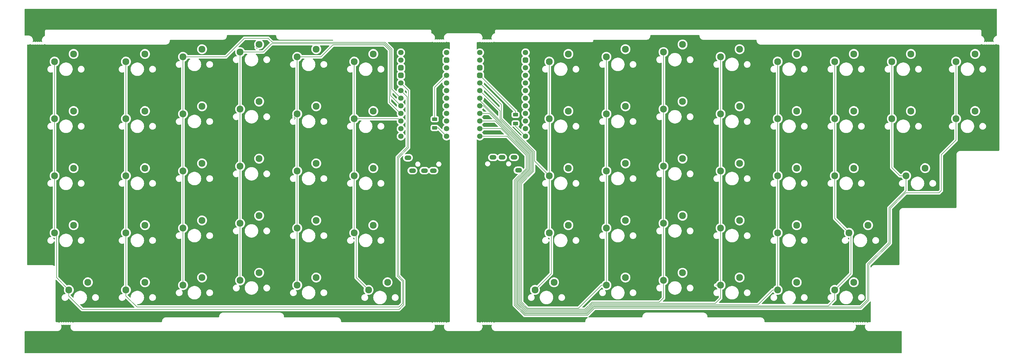
<source format=gtl>
G04 #@! TF.GenerationSoftware,KiCad,Pcbnew,8.0.2*
G04 #@! TF.CreationDate,2024-05-24T11:31:22+03:00*
G04 #@! TF.ProjectId,ratless65,7261746c-6573-4733-9635-2e6b69636164,rev?*
G04 #@! TF.SameCoordinates,Original*
G04 #@! TF.FileFunction,Copper,L1,Top*
G04 #@! TF.FilePolarity,Positive*
%FSLAX46Y46*%
G04 Gerber Fmt 4.6, Leading zero omitted, Abs format (unit mm)*
G04 Created by KiCad (PCBNEW 8.0.2) date 2024-05-24 11:31:22*
%MOMM*%
%LPD*%
G01*
G04 APERTURE LIST*
G04 Aperture macros list*
%AMRoundRect*
0 Rectangle with rounded corners*
0 $1 Rounding radius*
0 $2 $3 $4 $5 $6 $7 $8 $9 X,Y pos of 4 corners*
0 Add a 4 corners polygon primitive as box body*
4,1,4,$2,$3,$4,$5,$6,$7,$8,$9,$2,$3,0*
0 Add four circle primitives for the rounded corners*
1,1,$1+$1,$2,$3*
1,1,$1+$1,$4,$5*
1,1,$1+$1,$6,$7*
1,1,$1+$1,$8,$9*
0 Add four rect primitives between the rounded corners*
20,1,$1+$1,$2,$3,$4,$5,0*
20,1,$1+$1,$4,$5,$6,$7,0*
20,1,$1+$1,$6,$7,$8,$9,0*
20,1,$1+$1,$8,$9,$2,$3,0*%
G04 Aperture macros list end*
G04 #@! TA.AperFunction,ComponentPad*
%ADD10C,2.300000*%
G04 #@! TD*
G04 #@! TA.AperFunction,ComponentPad*
%ADD11O,2.300000X1.500000*%
G04 #@! TD*
G04 #@! TA.AperFunction,SMDPad,CuDef*
%ADD12RoundRect,0.250000X0.625000X-0.312500X0.625000X0.312500X-0.625000X0.312500X-0.625000X-0.312500X0*%
G04 #@! TD*
G04 #@! TA.AperFunction,ComponentPad*
%ADD13C,1.800000*%
G04 #@! TD*
G04 #@! TA.AperFunction,ComponentPad*
%ADD14RoundRect,0.450000X-0.450000X-0.450000X0.450000X-0.450000X0.450000X0.450000X-0.450000X0.450000X0*%
G04 #@! TD*
G04 #@! TA.AperFunction,Conductor*
%ADD15C,0.200000*%
G04 #@! TD*
G04 APERTURE END LIST*
D10*
X237490000Y-92710000D03*
X243840000Y-90170000D03*
X294640000Y-38735000D03*
X300990000Y-36195000D03*
X115252500Y-37147500D03*
X121602500Y-34607500D03*
X134302500Y-38735000D03*
X140652500Y-36195000D03*
D11*
X189106250Y-75000000D03*
X180606250Y-70700000D03*
X183606250Y-70700000D03*
X187606250Y-70700000D03*
D10*
X256540000Y-56197500D03*
X262890000Y-53657500D03*
X237490000Y-73660000D03*
X243840000Y-71120000D03*
D12*
X161131250Y-60868750D03*
X161131250Y-57943750D03*
D10*
X237490000Y-54610000D03*
X243840000Y-52070000D03*
X218440000Y-75247500D03*
X224790000Y-72707500D03*
X58102500Y-57785000D03*
X64452500Y-55245000D03*
D13*
X176212500Y-35718750D03*
X176212500Y-38258750D03*
D14*
X176212500Y-40798750D03*
X176212500Y-43338750D03*
D13*
X176212500Y-45878750D03*
X176212500Y-48418750D03*
X176212500Y-50958750D03*
X176212500Y-53498750D03*
X176212500Y-56038750D03*
X176212500Y-58578750D03*
X176212500Y-61118750D03*
X176212500Y-63658750D03*
X191452500Y-35718750D03*
D14*
X191452500Y-38258750D03*
D13*
X191452500Y-40798750D03*
X191452500Y-43338750D03*
X191452500Y-45878750D03*
X191452500Y-48418750D03*
X191452500Y-50958750D03*
X191452500Y-53498750D03*
X191452500Y-56038750D03*
X191452500Y-58578750D03*
X191452500Y-61118750D03*
X191452500Y-63658750D03*
D10*
X134302500Y-95885000D03*
X140652500Y-93345000D03*
X96202500Y-73660000D03*
X102552500Y-71120000D03*
X96202500Y-92710000D03*
X102552500Y-90170000D03*
X58102500Y-38735000D03*
X64452500Y-36195000D03*
X58102500Y-95885000D03*
X64452500Y-93345000D03*
X34290000Y-57785000D03*
X40640000Y-55245000D03*
X34290000Y-95885000D03*
X40640000Y-93345000D03*
X115252500Y-94297500D03*
X121602500Y-91757500D03*
D12*
X188118750Y-59406250D03*
X188118750Y-56481250D03*
D10*
X134302500Y-76835000D03*
X140652500Y-74295000D03*
X335121250Y-57785000D03*
X341471250Y-55245000D03*
X58102500Y-114935000D03*
X64452500Y-112395000D03*
X318452500Y-76835000D03*
X324802500Y-74295000D03*
X77152500Y-75247500D03*
X83502500Y-72707500D03*
X34290000Y-76835000D03*
X40640000Y-74295000D03*
X218440000Y-94297500D03*
X224790000Y-91757500D03*
X299402500Y-95885000D03*
X305752500Y-93345000D03*
X256540000Y-94297500D03*
X262890000Y-91757500D03*
X275590000Y-38735000D03*
X281940000Y-36195000D03*
X218440000Y-113347500D03*
X224790000Y-110807500D03*
X96202500Y-54610000D03*
X102552500Y-52070000D03*
X237490000Y-35560000D03*
X243840000Y-33020000D03*
X139065000Y-114935000D03*
X145415000Y-112395000D03*
X199390000Y-95885000D03*
X205740000Y-93345000D03*
X313690000Y-38735000D03*
X320040000Y-36195000D03*
X313690000Y-57785000D03*
X320040000Y-55245000D03*
X294640000Y-57785000D03*
X300990000Y-55245000D03*
X218440000Y-56197500D03*
X224790000Y-53657500D03*
X237490000Y-111760000D03*
X243840000Y-109220000D03*
X256540000Y-37147500D03*
X262890000Y-34607500D03*
X115252500Y-113347500D03*
X121602500Y-110807500D03*
D11*
X152206250Y-70825000D03*
X160706250Y-75125000D03*
X157706250Y-75125000D03*
X153706250Y-75125000D03*
D10*
X96202500Y-111760000D03*
X102552500Y-109220000D03*
X275590000Y-76835000D03*
X281940000Y-74295000D03*
X218440000Y-37147500D03*
X224790000Y-34607500D03*
X77152500Y-56197500D03*
X83502500Y-53657500D03*
X115252500Y-75247500D03*
X121602500Y-72707500D03*
X194627500Y-114935000D03*
X200977500Y-112395000D03*
X294640000Y-114935000D03*
X300990000Y-112395000D03*
X256540000Y-75247500D03*
X262890000Y-72707500D03*
X256540000Y-113347500D03*
X262890000Y-110807500D03*
X115252500Y-56197500D03*
X121602500Y-53657500D03*
X96202500Y-35560000D03*
X102552500Y-33020000D03*
X199390000Y-57785000D03*
X205740000Y-55245000D03*
X58102500Y-76835000D03*
X64452500Y-74295000D03*
X77152500Y-37147500D03*
X83502500Y-34607500D03*
X34290000Y-38735000D03*
X40640000Y-36195000D03*
D13*
X149860000Y-35718750D03*
X149860000Y-38258750D03*
D14*
X149860000Y-40798750D03*
X149860000Y-43338750D03*
D13*
X149860000Y-45878750D03*
X149860000Y-48418750D03*
X149860000Y-50958750D03*
X149860000Y-53498750D03*
X149860000Y-56038750D03*
X149860000Y-58578750D03*
X149860000Y-61118750D03*
X149860000Y-63658750D03*
X165100000Y-35718750D03*
D14*
X165100000Y-38258750D03*
D13*
X165100000Y-40798750D03*
X165100000Y-43338750D03*
X165100000Y-45878750D03*
X165100000Y-48418750D03*
X165100000Y-50958750D03*
X165100000Y-53498750D03*
X165100000Y-56038750D03*
X165100000Y-58578750D03*
X165100000Y-61118750D03*
X165100000Y-63658750D03*
D10*
X199390000Y-38735000D03*
X205740000Y-36195000D03*
X134302500Y-57785000D03*
X140652500Y-55245000D03*
X77152500Y-94297500D03*
X83502500Y-91757500D03*
X294640000Y-76835000D03*
X300990000Y-74295000D03*
X275590000Y-114935000D03*
X281940000Y-112395000D03*
X275590000Y-95885000D03*
X281940000Y-93345000D03*
X39052500Y-114935000D03*
X45402500Y-112395000D03*
X77152500Y-113347500D03*
X83502500Y-110807500D03*
X275590000Y-57785000D03*
X281940000Y-55245000D03*
X199390000Y-76835000D03*
X205740000Y-74295000D03*
X335121250Y-38735000D03*
X341471250Y-36195000D03*
D15*
X114300000Y-57943750D02*
X114624070Y-57619680D01*
X114624070Y-57619680D02*
X114227195Y-57222805D01*
X150812500Y-119856250D02*
X150812500Y-111918750D01*
X34290000Y-38735000D02*
X34290000Y-57785000D01*
X149060000Y-70808750D02*
X152400000Y-67468750D01*
X34290000Y-77152500D02*
X34290000Y-95885000D01*
X34925000Y-110807500D02*
X39052500Y-114935000D01*
X149060000Y-110166250D02*
X149060000Y-70808750D01*
X150812500Y-111918750D02*
X149060000Y-110166250D01*
X34131250Y-76993750D02*
X34290000Y-77152500D01*
X43516475Y-121443750D02*
X149225000Y-121443750D01*
X39052500Y-116979775D02*
X43516475Y-121443750D01*
X34290000Y-95885000D02*
X34925000Y-96520000D01*
X149225000Y-121443750D02*
X150812500Y-119856250D01*
X34290000Y-76835000D02*
X34131250Y-76993750D01*
X34925000Y-96520000D02*
X34925000Y-110807500D01*
X152400000Y-48418750D02*
X149860000Y-45878750D01*
X152400000Y-67468750D02*
X152400000Y-48418750D01*
X39052500Y-114935000D02*
X39052500Y-116979775D01*
X34290000Y-57785000D02*
X34290000Y-76835000D01*
X58102500Y-114935000D02*
X58102500Y-116979775D01*
X58102500Y-95885000D02*
X58102500Y-114935000D01*
X58102500Y-116979775D02*
X61772725Y-120650000D01*
X150412500Y-119462500D02*
X150412500Y-112084436D01*
X148660000Y-110331936D02*
X148660000Y-70643064D01*
X61772725Y-120650000D02*
X149225000Y-120650000D01*
X58102500Y-38735000D02*
X58102500Y-57785000D01*
X150412500Y-112084436D02*
X148894315Y-110566250D01*
X152000000Y-50558750D02*
X149860000Y-48418750D01*
X148660000Y-70643064D02*
X152000000Y-67303064D01*
X58737500Y-114300000D02*
X58102500Y-114935000D01*
X58102500Y-76835000D02*
X58102500Y-95885000D01*
X58102500Y-57785000D02*
X58102500Y-76835000D01*
X149225000Y-120650000D02*
X150412500Y-119462500D01*
X152000000Y-67303064D02*
X152000000Y-50558750D01*
X148894315Y-110566250D02*
X148660000Y-110331936D01*
X76993750Y-36988750D02*
X77152500Y-37147500D01*
X91440000Y-37147500D02*
X77152500Y-37147500D01*
X105568750Y-30956250D02*
X97631250Y-30956250D01*
X144613872Y-32357500D02*
X106970000Y-32357500D01*
X77152500Y-56197500D02*
X77152500Y-75247500D01*
X146850000Y-34593628D02*
X144613872Y-32357500D01*
X77152500Y-75247500D02*
X77152500Y-94297500D01*
X146850000Y-47948750D02*
X146850000Y-34593628D01*
X77152500Y-37147500D02*
X77152500Y-56197500D01*
X97631250Y-30956250D02*
X91440000Y-37147500D01*
X149860000Y-50958750D02*
X146850000Y-47948750D01*
X77152500Y-94297500D02*
X77152500Y-113347500D01*
X106970000Y-32357500D02*
X105568750Y-30956250D01*
X101951890Y-34470000D02*
X101591890Y-34110000D01*
X106728025Y-32757500D02*
X103925525Y-35560000D01*
X96202500Y-54610000D02*
X96202500Y-73660000D01*
X96202500Y-73660000D02*
X96202500Y-92710000D01*
X144448186Y-32757500D02*
X106728025Y-32757500D01*
X103925525Y-35560000D02*
X96202500Y-35560000D01*
X146450000Y-34759314D02*
X144448186Y-32757500D01*
X149860000Y-53498750D02*
X146450000Y-50088750D01*
X146450000Y-50088750D02*
X146450000Y-34759314D01*
X96202500Y-35560000D02*
X96202500Y-54610000D01*
X96202500Y-92710000D02*
X96202500Y-111760000D01*
X127180000Y-33157500D02*
X123190000Y-37147500D01*
X149860000Y-56038750D02*
X149701250Y-56038750D01*
X149701250Y-56038750D02*
X146050000Y-52387500D01*
X115252500Y-75247500D02*
X115252500Y-56197500D01*
X144282500Y-33157500D02*
X127180000Y-33157500D01*
X115252500Y-56197500D02*
X115252500Y-37147500D01*
X146050000Y-34925000D02*
X144282500Y-33157500D01*
X146050000Y-52387500D02*
X146050000Y-34925000D01*
X115252500Y-94297500D02*
X115252500Y-75247500D01*
X115252500Y-94297500D02*
X115252500Y-113347500D01*
X123190000Y-37147500D02*
X115252500Y-37147500D01*
X134937500Y-110807500D02*
X139065000Y-114935000D01*
X134302500Y-57785000D02*
X149066250Y-57785000D01*
X134302500Y-95885000D02*
X134937500Y-96520000D01*
X134302500Y-38735000D02*
X134461250Y-38893750D01*
X134302500Y-57785000D02*
X134302500Y-76835000D01*
X134302500Y-38735000D02*
X134302500Y-57785000D01*
X134302500Y-76835000D02*
X134302500Y-95885000D01*
X134937500Y-96520000D02*
X134937500Y-110807500D01*
X149066250Y-57785000D02*
X149860000Y-58578750D01*
X199390000Y-57785000D02*
X199390000Y-38735000D01*
X199390000Y-57785000D02*
X198755000Y-57150000D01*
X199390000Y-57785000D02*
X199231250Y-57943750D01*
X199390000Y-76835000D02*
X199390000Y-57785000D01*
X194487500Y-71932500D02*
X194487500Y-68855884D01*
X199390000Y-38735000D02*
X198666250Y-39458750D01*
X200025000Y-96043750D02*
X200025000Y-109537500D01*
X194487500Y-68855884D02*
X183362500Y-57730884D01*
X183362500Y-53028750D02*
X176212500Y-45878750D01*
X199866250Y-95885000D02*
X200025000Y-96043750D01*
X200025000Y-109537500D02*
X194627500Y-114935000D01*
X199390000Y-76835000D02*
X199390000Y-76200000D01*
X199390000Y-57785000D02*
X198983750Y-57378750D01*
X183362500Y-57730884D02*
X183362500Y-53028750D01*
X199390000Y-95885000D02*
X199866250Y-95885000D01*
X199390000Y-76835000D02*
X194487500Y-71932500D01*
X199390000Y-76835000D02*
X199390000Y-95885000D01*
X209129905Y-121031250D02*
X192122180Y-121031250D01*
X194087500Y-75440930D02*
X194087500Y-69021570D01*
X218440000Y-56197500D02*
X218440000Y-75247500D01*
X218440000Y-37147500D02*
X218440000Y-56197500D01*
X182962500Y-57896570D02*
X182962500Y-55168750D01*
X192122180Y-121031250D02*
X190118750Y-119027820D01*
X190118750Y-119027820D02*
X190118750Y-79409680D01*
X216813655Y-113347500D02*
X209129905Y-121031250D01*
X218440000Y-113347500D02*
X216813655Y-113347500D01*
X194087500Y-69021570D02*
X182962500Y-57896570D01*
X182962500Y-55168750D02*
X176212500Y-48418750D01*
X218440000Y-75247500D02*
X218440000Y-94297500D01*
X190118750Y-79409680D02*
X194087500Y-75440930D01*
X218440000Y-94297500D02*
X218440000Y-113347500D01*
X237490000Y-54610000D02*
X237490000Y-35560000D01*
X237490000Y-111760000D02*
X237490000Y-92710000D01*
X236061250Y-119050000D02*
X213649756Y-119050000D01*
X191956494Y-121431250D02*
X189718750Y-119193506D01*
X189718750Y-119193506D02*
X189718750Y-79243994D01*
X189718750Y-79243994D02*
X193687500Y-75275244D01*
X176212500Y-51712256D02*
X176212500Y-50958750D01*
X237490000Y-92710000D02*
X237490000Y-73660000D01*
X237490000Y-117621250D02*
X236061250Y-119050000D01*
X193687500Y-75275244D02*
X193687500Y-69187256D01*
X193687500Y-69187256D02*
X176212500Y-51712256D01*
X213649756Y-119050000D02*
X211268506Y-121431250D01*
X237490000Y-111760000D02*
X237490000Y-117621250D01*
X237490000Y-35560000D02*
X236855000Y-35560000D01*
X211268506Y-121431250D02*
X191956494Y-121431250D01*
X237490000Y-73660000D02*
X237490000Y-54610000D01*
X211434192Y-121831250D02*
X191790808Y-121831250D01*
X193287500Y-75109558D02*
X193287500Y-69352942D01*
X193287500Y-69352942D02*
X177433308Y-53498750D01*
X191790808Y-121831250D02*
X189318750Y-119359192D01*
X256540000Y-75247500D02*
X256540000Y-94297500D01*
X213815442Y-119450000D02*
X211434192Y-121831250D01*
X254793750Y-119450000D02*
X213815442Y-119450000D01*
X256540000Y-117703750D02*
X254793750Y-119450000D01*
X256540000Y-113347500D02*
X254913655Y-113347500D01*
X256540000Y-56197500D02*
X256540000Y-75247500D01*
X177433308Y-53498750D02*
X176212500Y-53498750D01*
X256540000Y-94297500D02*
X256540000Y-113347500D01*
X256540000Y-37147500D02*
X256540000Y-56197500D01*
X256540000Y-113347500D02*
X256540000Y-117703750D01*
X189318750Y-79078308D02*
X193287500Y-75109558D01*
X189318750Y-119359192D02*
X189318750Y-79078308D01*
X275590000Y-38735000D02*
X275590000Y-114935000D01*
X273963655Y-114935000D02*
X269048655Y-119850000D01*
X211599878Y-122231250D02*
X191625122Y-122231250D01*
X192887500Y-69518628D02*
X179407622Y-56038750D01*
X188918750Y-78912622D02*
X192887500Y-74943872D01*
X188918750Y-119524878D02*
X188918750Y-78912622D01*
X191625122Y-122231250D02*
X188918750Y-119524878D01*
X269048655Y-119850000D02*
X213981128Y-119850000D01*
X275590000Y-114935000D02*
X273963655Y-114935000D01*
X192887500Y-74943872D02*
X192887500Y-69518628D01*
X213981128Y-119850000D02*
X211599878Y-122231250D01*
X179407622Y-56038750D02*
X176212500Y-56038750D01*
X192487500Y-74778186D02*
X192487500Y-69684314D01*
X299402500Y-95885000D02*
X300037500Y-96520000D01*
X181381936Y-58578750D02*
X176212500Y-58578750D01*
X294640000Y-118110000D02*
X292500000Y-120250000D01*
X192487500Y-69684314D02*
X181381936Y-58578750D01*
X294640000Y-91122500D02*
X299402500Y-95885000D01*
X188518750Y-78746936D02*
X192487500Y-74778186D01*
X300037500Y-109537500D02*
X294640000Y-114935000D01*
X294640000Y-114935000D02*
X294640000Y-118110000D01*
X214146814Y-120250000D02*
X211765564Y-122631250D01*
X292500000Y-120250000D02*
X214146814Y-120250000D01*
X188518750Y-119690564D02*
X188518750Y-78746936D01*
X294640000Y-38735000D02*
X294640000Y-76835000D01*
X300037500Y-96520000D02*
X300037500Y-109537500D01*
X211765564Y-122631250D02*
X191459436Y-122631250D01*
X191459436Y-122631250D02*
X188518750Y-119690564D01*
X294640000Y-76835000D02*
X294640000Y-91122500D01*
X191293750Y-123031250D02*
X211931250Y-123031250D01*
X312737500Y-99218750D02*
X312737500Y-87540564D01*
X313690000Y-38735000D02*
X313690000Y-74150088D01*
X188118750Y-78581250D02*
X188118750Y-119856250D01*
X305593750Y-118268750D02*
X305593750Y-106362500D01*
X211931250Y-123031250D02*
X214312500Y-120650000D01*
X303212500Y-120650000D02*
X305593750Y-118268750D01*
X316374912Y-76835000D02*
X318452500Y-76835000D01*
X183356250Y-61118750D02*
X192087500Y-69850000D01*
X312737500Y-87540564D02*
X318452500Y-81825564D01*
X192087500Y-69850000D02*
X192087500Y-74612500D01*
X188118750Y-119856250D02*
X191293750Y-123031250D01*
X313690000Y-74150088D02*
X316374912Y-76835000D01*
X214312500Y-120650000D02*
X303212500Y-120650000D01*
X318452500Y-81825564D02*
X318452500Y-76835000D01*
X176212500Y-61118750D02*
X183356250Y-61118750D01*
X192087500Y-74612500D02*
X188118750Y-78581250D01*
X305593750Y-106362500D02*
X312737500Y-99218750D01*
X335121250Y-38735000D02*
X335121250Y-57785000D01*
X330200000Y-69850000D02*
X330200000Y-81756250D01*
X303378186Y-121050000D02*
X214478186Y-121050000D01*
X212096936Y-123431250D02*
X191128064Y-123431250D01*
X214478186Y-121050000D02*
X212096936Y-123431250D01*
X305993750Y-106528186D02*
X305993750Y-118434436D01*
X176530000Y-63976250D02*
X176212500Y-63658750D01*
X191128064Y-123431250D02*
X187718750Y-120021936D01*
X185330564Y-63658750D02*
X191687500Y-70015686D01*
X318293750Y-82550000D02*
X313137500Y-87706250D01*
X176212500Y-63658750D02*
X185330564Y-63658750D01*
X330200000Y-81756250D02*
X329406250Y-82550000D01*
X329406250Y-82550000D02*
X318293750Y-82550000D01*
X313137500Y-87706250D02*
X313137500Y-99384436D01*
X305993750Y-118434436D02*
X303378186Y-121050000D01*
X187718750Y-78415564D02*
X191687500Y-74446814D01*
X313137500Y-99384436D02*
X305993750Y-106528186D01*
X187718750Y-120021936D02*
X187718750Y-78415564D01*
X335121250Y-57785000D02*
X335121250Y-64928750D01*
X191687500Y-74446814D02*
X191687500Y-70015686D01*
X335121250Y-64928750D02*
X330200000Y-69850000D01*
X162310000Y-60868750D02*
X165100000Y-63658750D01*
X161131250Y-60868750D02*
X162310000Y-60868750D01*
X188118750Y-60325000D02*
X191452500Y-63658750D01*
X188118750Y-59406250D02*
X188118750Y-60325000D01*
X161131250Y-47307500D02*
X165100000Y-43338750D01*
X161131250Y-57943750D02*
X161131250Y-47307500D01*
X188118750Y-56481250D02*
X188118750Y-55245000D01*
X188118750Y-55245000D02*
X176212500Y-43338750D01*
G04 #@! TA.AperFunction,NonConductor*
G36*
X348692539Y-21157685D02*
G01*
X348738294Y-21210489D01*
X348749500Y-21262000D01*
X348749500Y-29981803D01*
X348729815Y-30048842D01*
X348677011Y-30094597D01*
X348663818Y-30099734D01*
X348499029Y-30153276D01*
X348288592Y-30260500D01*
X348097519Y-30399323D01*
X347930523Y-30566319D01*
X347791700Y-30757392D01*
X347684476Y-30967829D01*
X347611496Y-31192442D01*
X347584653Y-31361926D01*
X347574550Y-31425712D01*
X347574550Y-31661888D01*
X347586978Y-31740357D01*
X347611496Y-31895157D01*
X347658415Y-32039560D01*
X347660410Y-32109401D01*
X347624329Y-32169234D01*
X347561628Y-32200062D01*
X347492214Y-32192097D01*
X347478484Y-32185265D01*
X347378188Y-32127359D01*
X347378187Y-32127358D01*
X347378186Y-32127358D01*
X347250892Y-32093250D01*
X347119108Y-32093250D01*
X346991814Y-32127358D01*
X346991813Y-32127358D01*
X346991811Y-32127359D01*
X346991810Y-32127359D01*
X346877000Y-32193646D01*
X346809100Y-32210119D01*
X346753000Y-32193646D01*
X346638188Y-32127359D01*
X346638187Y-32127358D01*
X346638186Y-32127358D01*
X346510892Y-32093250D01*
X346379108Y-32093250D01*
X346251814Y-32127358D01*
X346251813Y-32127358D01*
X346251811Y-32127359D01*
X346251810Y-32127359D01*
X346137000Y-32193646D01*
X346069100Y-32210119D01*
X346013000Y-32193646D01*
X345898188Y-32127359D01*
X345898187Y-32127358D01*
X345898186Y-32127358D01*
X345770892Y-32093250D01*
X345639108Y-32093250D01*
X345511814Y-32127358D01*
X345511813Y-32127358D01*
X345511811Y-32127359D01*
X345511810Y-32127359D01*
X345397000Y-32193646D01*
X345329100Y-32210119D01*
X345273000Y-32193646D01*
X345158188Y-32127359D01*
X345158187Y-32127358D01*
X345158186Y-32127358D01*
X345030892Y-32093250D01*
X344899108Y-32093250D01*
X344771814Y-32127358D01*
X344771813Y-32127358D01*
X344771811Y-32127359D01*
X344771810Y-32127359D01*
X344671644Y-32185191D01*
X344603744Y-32201664D01*
X344537717Y-32178812D01*
X344494527Y-32123890D01*
X344487885Y-32054337D01*
X344491713Y-32039485D01*
X344495154Y-32028897D01*
X344538601Y-31895180D01*
X344575550Y-31661896D01*
X344575550Y-31425704D01*
X344552692Y-31281384D01*
X344538601Y-31192419D01*
X344465612Y-30967784D01*
X344400928Y-30840835D01*
X344358385Y-30757340D01*
X344219555Y-30566257D01*
X344052543Y-30399245D01*
X343861460Y-30260415D01*
X343651011Y-30153186D01*
X343646670Y-30150974D01*
X343647281Y-30149772D01*
X343597648Y-30109780D01*
X343575579Y-30043487D01*
X343575500Y-30039054D01*
X343575500Y-28509110D01*
X343575500Y-28509108D01*
X343541392Y-28381814D01*
X343475500Y-28267686D01*
X343382314Y-28174500D01*
X343325250Y-28141554D01*
X343268187Y-28108608D01*
X343204539Y-28091554D01*
X343140892Y-28074500D01*
X238190892Y-28074500D01*
X181834642Y-28074500D01*
X181702858Y-28074500D01*
X181575562Y-28108608D01*
X181461436Y-28174500D01*
X181461433Y-28174502D01*
X181368252Y-28267683D01*
X181368250Y-28267686D01*
X181302358Y-28381812D01*
X181268250Y-28509108D01*
X181268250Y-29187964D01*
X181248565Y-29255003D01*
X181195761Y-29300758D01*
X181182573Y-29305893D01*
X181017759Y-29359452D01*
X180807320Y-29466685D01*
X180616258Y-29605508D01*
X180616253Y-29605512D01*
X180449263Y-29772513D01*
X180449258Y-29772518D01*
X180310444Y-29963587D01*
X180203222Y-30174030D01*
X180130245Y-30398640D01*
X180093300Y-30631907D01*
X180093300Y-30868092D01*
X180130245Y-31101359D01*
X180177182Y-31245820D01*
X180179177Y-31315661D01*
X180143096Y-31375494D01*
X180080395Y-31406321D01*
X180010980Y-31398356D01*
X179997251Y-31391524D01*
X179896939Y-31333609D01*
X179896936Y-31333608D01*
X179769642Y-31299500D01*
X179637858Y-31299500D01*
X179510564Y-31333608D01*
X179510563Y-31333608D01*
X179510561Y-31333609D01*
X179510560Y-31333609D01*
X179395750Y-31399896D01*
X179327850Y-31416369D01*
X179271750Y-31399896D01*
X179156938Y-31333609D01*
X179156937Y-31333608D01*
X179156936Y-31333608D01*
X179029642Y-31299500D01*
X178897858Y-31299500D01*
X178770564Y-31333608D01*
X178770563Y-31333608D01*
X178770561Y-31333609D01*
X178770560Y-31333609D01*
X178655750Y-31399896D01*
X178587850Y-31416369D01*
X178531750Y-31399896D01*
X178416938Y-31333609D01*
X178416937Y-31333608D01*
X178416936Y-31333608D01*
X178289642Y-31299500D01*
X178157858Y-31299500D01*
X178030564Y-31333608D01*
X178030563Y-31333608D01*
X178030561Y-31333609D01*
X178030560Y-31333609D01*
X177915750Y-31399896D01*
X177847850Y-31416369D01*
X177791750Y-31399896D01*
X177676938Y-31333609D01*
X177676937Y-31333608D01*
X177676936Y-31333608D01*
X177549642Y-31299500D01*
X177417858Y-31299500D01*
X177290564Y-31333608D01*
X177290563Y-31333608D01*
X177290561Y-31333609D01*
X177290560Y-31333609D01*
X177190370Y-31391454D01*
X177122469Y-31407927D01*
X177056443Y-31385074D01*
X177013252Y-31330153D01*
X177006611Y-31260599D01*
X177010432Y-31245772D01*
X177057350Y-31101379D01*
X177094300Y-30868096D01*
X177094300Y-30631904D01*
X177071447Y-30487619D01*
X177057351Y-30398626D01*
X177057350Y-30398624D01*
X177057350Y-30398621D01*
X176984361Y-30173990D01*
X176877129Y-29963544D01*
X176769849Y-29815892D01*
X176738296Y-29772465D01*
X176738295Y-29772464D01*
X176571279Y-29605456D01*
X176571273Y-29605450D01*
X176380202Y-29466638D01*
X176380195Y-29466634D01*
X176380192Y-29466632D01*
X176169740Y-29359410D01*
X176169739Y-29359409D01*
X176169738Y-29359409D01*
X176169732Y-29359407D01*
X175945111Y-29286433D01*
X175945105Y-29286431D01*
X175711822Y-29249494D01*
X175711821Y-29249494D01*
X175593725Y-29249500D01*
X165792901Y-29249500D01*
X165792856Y-29249497D01*
X165784618Y-29249497D01*
X165784617Y-29249497D01*
X165718732Y-29249499D01*
X165718724Y-29249500D01*
X165647312Y-29249500D01*
X165647260Y-29249502D01*
X165600634Y-29249504D01*
X165367371Y-29286461D01*
X165367366Y-29286462D01*
X165142759Y-29359452D01*
X164932320Y-29466685D01*
X164741258Y-29605508D01*
X164741253Y-29605512D01*
X164574263Y-29772513D01*
X164574258Y-29772518D01*
X164435444Y-29963587D01*
X164328222Y-30174030D01*
X164255245Y-30398640D01*
X164218300Y-30631907D01*
X164218300Y-30868092D01*
X164255245Y-31101359D01*
X164302182Y-31245820D01*
X164304177Y-31315661D01*
X164268096Y-31375494D01*
X164205395Y-31406321D01*
X164135980Y-31398356D01*
X164122251Y-31391524D01*
X164021939Y-31333609D01*
X164021936Y-31333608D01*
X163894642Y-31299500D01*
X163762858Y-31299500D01*
X163635564Y-31333608D01*
X163635563Y-31333608D01*
X163635561Y-31333609D01*
X163635560Y-31333609D01*
X163520750Y-31399896D01*
X163452850Y-31416369D01*
X163396750Y-31399896D01*
X163281938Y-31333609D01*
X163281937Y-31333608D01*
X163281936Y-31333608D01*
X163154642Y-31299500D01*
X163022858Y-31299500D01*
X162895564Y-31333608D01*
X162895563Y-31333608D01*
X162895561Y-31333609D01*
X162895560Y-31333609D01*
X162780750Y-31399896D01*
X162712850Y-31416369D01*
X162656750Y-31399896D01*
X162541938Y-31333609D01*
X162541937Y-31333608D01*
X162541936Y-31333608D01*
X162414642Y-31299500D01*
X162282858Y-31299500D01*
X162155564Y-31333608D01*
X162155563Y-31333608D01*
X162155561Y-31333609D01*
X162155560Y-31333609D01*
X162040750Y-31399896D01*
X161972850Y-31416369D01*
X161916750Y-31399896D01*
X161801938Y-31333609D01*
X161801937Y-31333608D01*
X161801936Y-31333608D01*
X161674642Y-31299500D01*
X161542858Y-31299500D01*
X161415564Y-31333608D01*
X161415563Y-31333608D01*
X161415561Y-31333609D01*
X161415560Y-31333609D01*
X161315370Y-31391454D01*
X161247469Y-31407927D01*
X161181443Y-31385074D01*
X161138252Y-31330153D01*
X161131611Y-31260599D01*
X161135432Y-31245772D01*
X161182350Y-31101379D01*
X161219300Y-30868096D01*
X161219300Y-30631904D01*
X161196447Y-30487619D01*
X161182351Y-30398626D01*
X161182350Y-30398624D01*
X161182350Y-30398621D01*
X161109361Y-30173990D01*
X161002129Y-29963544D01*
X160894849Y-29815892D01*
X160863296Y-29772465D01*
X160863295Y-29772464D01*
X160696279Y-29605456D01*
X160696273Y-29605450D01*
X160505202Y-29466638D01*
X160505195Y-29466634D01*
X160505192Y-29466632D01*
X160294740Y-29359410D01*
X160294739Y-29359409D01*
X160294738Y-29359409D01*
X160294732Y-29359407D01*
X160129936Y-29305868D01*
X160072259Y-29266433D01*
X160045059Y-29202075D01*
X160044250Y-29187936D01*
X160044250Y-28509110D01*
X160044250Y-28509108D01*
X160010142Y-28381814D01*
X159944250Y-28267686D01*
X159851064Y-28174500D01*
X159794000Y-28141554D01*
X159736937Y-28108608D01*
X159673289Y-28091554D01*
X159609642Y-28074500D01*
X100078392Y-28074500D01*
X31815892Y-28074500D01*
X31640892Y-28074500D01*
X31509108Y-28074500D01*
X31381812Y-28108608D01*
X31267686Y-28174500D01*
X31267683Y-28174502D01*
X31174502Y-28267683D01*
X31174500Y-28267686D01*
X31108608Y-28381812D01*
X31074500Y-28509108D01*
X31074500Y-30039057D01*
X31054815Y-30106096D01*
X31003250Y-30150776D01*
X31003349Y-30150970D01*
X31002569Y-30151367D01*
X31002011Y-30151851D01*
X30999318Y-30153023D01*
X30788566Y-30260407D01*
X30679550Y-30339612D01*
X30597490Y-30399233D01*
X30597488Y-30399235D01*
X30597487Y-30399235D01*
X30430485Y-30566237D01*
X30430485Y-30566238D01*
X30430483Y-30566240D01*
X30382773Y-30631907D01*
X30291657Y-30757316D01*
X30184433Y-30967753D01*
X30111446Y-31192381D01*
X30074500Y-31425652D01*
X30074500Y-31661847D01*
X30111447Y-31895119D01*
X30111447Y-31895122D01*
X30158370Y-32039534D01*
X30160365Y-32109375D01*
X30124285Y-32169208D01*
X30061584Y-32200036D01*
X29992170Y-32192071D01*
X29978439Y-32185239D01*
X29878188Y-32127359D01*
X29878187Y-32127358D01*
X29878186Y-32127358D01*
X29750892Y-32093250D01*
X29619108Y-32093250D01*
X29491814Y-32127358D01*
X29491813Y-32127358D01*
X29491811Y-32127359D01*
X29491810Y-32127359D01*
X29377000Y-32193646D01*
X29309100Y-32210119D01*
X29253000Y-32193646D01*
X29138188Y-32127359D01*
X29138187Y-32127358D01*
X29138186Y-32127358D01*
X29010892Y-32093250D01*
X28879108Y-32093250D01*
X28751814Y-32127358D01*
X28751813Y-32127358D01*
X28751811Y-32127359D01*
X28751810Y-32127359D01*
X28637000Y-32193646D01*
X28569100Y-32210119D01*
X28513000Y-32193646D01*
X28398188Y-32127359D01*
X28398187Y-32127358D01*
X28398186Y-32127358D01*
X28270892Y-32093250D01*
X28139108Y-32093250D01*
X28011814Y-32127358D01*
X28011813Y-32127358D01*
X28011811Y-32127359D01*
X28011810Y-32127359D01*
X27897000Y-32193646D01*
X27829100Y-32210119D01*
X27773000Y-32193646D01*
X27658188Y-32127359D01*
X27658187Y-32127358D01*
X27658186Y-32127358D01*
X27530892Y-32093250D01*
X27399108Y-32093250D01*
X27271814Y-32127358D01*
X27271813Y-32127358D01*
X27271811Y-32127359D01*
X27271810Y-32127359D01*
X27171560Y-32185239D01*
X27103660Y-32201712D01*
X27037633Y-32178859D01*
X26994442Y-32123938D01*
X26987801Y-32054385D01*
X26991629Y-32039534D01*
X27038553Y-31895118D01*
X27045404Y-31851860D01*
X27075500Y-31661847D01*
X27075500Y-31425652D01*
X27038553Y-31192381D01*
X27004689Y-31088162D01*
X26965568Y-30967758D01*
X26965566Y-30967755D01*
X26965566Y-30967753D01*
X26906109Y-30851064D01*
X26858343Y-30757317D01*
X26719517Y-30566240D01*
X26552510Y-30399233D01*
X26361433Y-30260407D01*
X26150996Y-30153183D01*
X25926368Y-30080196D01*
X25693097Y-30043250D01*
X25693092Y-30043250D01*
X25640892Y-30043250D01*
X25025892Y-30043250D01*
X24437000Y-30043250D01*
X24369961Y-30023565D01*
X24324206Y-29970761D01*
X24313000Y-29919250D01*
X24313000Y-21262000D01*
X24332685Y-21194961D01*
X24385489Y-21149206D01*
X24437000Y-21138000D01*
X348625500Y-21138000D01*
X348692539Y-21157685D01*
G37*
G04 #@! TD.AperFunction*
G04 #@! TA.AperFunction,NonConductor*
G36*
X105335692Y-31576435D02*
G01*
X105356333Y-31593068D01*
X106112096Y-32348831D01*
X106145580Y-32410153D01*
X106140596Y-32479845D01*
X106112095Y-32524192D01*
X103713109Y-34923181D01*
X103651786Y-34956666D01*
X103625428Y-34959500D01*
X102577449Y-34959500D01*
X102510410Y-34939815D01*
X102464655Y-34887011D01*
X102454711Y-34817853D01*
X102470061Y-34773502D01*
X102484889Y-34747819D01*
X102492728Y-34734240D01*
X102543293Y-34686025D01*
X102590385Y-34672622D01*
X102811494Y-34655221D01*
X103064110Y-34594573D01*
X103304128Y-34495154D01*
X103525640Y-34359412D01*
X103723189Y-34190689D01*
X103891912Y-33993140D01*
X104027654Y-33771628D01*
X104127073Y-33531610D01*
X104187721Y-33278994D01*
X104208104Y-33020000D01*
X104187721Y-32761006D01*
X104127073Y-32508390D01*
X104053664Y-32331166D01*
X104027656Y-32268376D01*
X104026440Y-32266392D01*
X103891912Y-32046860D01*
X103723189Y-31849311D01*
X103723187Y-31849309D01*
X103723186Y-31849308D01*
X103636229Y-31775040D01*
X103598035Y-31716534D01*
X103597536Y-31646666D01*
X103634890Y-31587619D01*
X103698237Y-31558141D01*
X103716760Y-31556750D01*
X105268653Y-31556750D01*
X105335692Y-31576435D01*
G37*
G04 #@! TD.AperFunction*
G04 #@! TA.AperFunction,NonConductor*
G36*
X101455279Y-31576435D02*
G01*
X101501034Y-31629239D01*
X101510978Y-31698397D01*
X101481953Y-31761953D01*
X101468771Y-31775040D01*
X101381813Y-31849308D01*
X101213088Y-32046859D01*
X101077343Y-32268376D01*
X100977927Y-32508389D01*
X100917278Y-32761009D01*
X100896896Y-33020000D01*
X100917278Y-33278990D01*
X100977927Y-33531610D01*
X101060839Y-33731777D01*
X101068308Y-33801247D01*
X101053666Y-33841228D01*
X101032315Y-33878210D01*
X101032313Y-33878213D01*
X101019836Y-33924778D01*
X100991389Y-34030943D01*
X100991389Y-34030945D01*
X100991389Y-34189054D01*
X100991388Y-34189054D01*
X100991389Y-34189057D01*
X101032313Y-34341785D01*
X101111371Y-34478716D01*
X101111373Y-34478718D01*
X101380473Y-34747819D01*
X101413958Y-34809142D01*
X101408974Y-34878834D01*
X101367102Y-34934767D01*
X101301638Y-34959184D01*
X101292792Y-34959500D01*
X97823108Y-34959500D01*
X97756069Y-34939815D01*
X97710314Y-34887011D01*
X97708547Y-34882953D01*
X97677656Y-34808376D01*
X97656285Y-34773502D01*
X97541912Y-34586860D01*
X97373189Y-34389311D01*
X97175640Y-34220588D01*
X96954128Y-34084846D01*
X96954127Y-34084845D01*
X96954123Y-34084843D01*
X96788127Y-34016086D01*
X96714110Y-33985427D01*
X96714111Y-33985427D01*
X96576421Y-33952370D01*
X96461494Y-33924779D01*
X96461492Y-33924778D01*
X96461491Y-33924778D01*
X96202500Y-33904396D01*
X95943508Y-33924778D01*
X95803138Y-33958478D01*
X95733355Y-33954987D01*
X95676538Y-33914323D01*
X95650725Y-33849397D01*
X95664111Y-33780821D01*
X95686506Y-33750228D01*
X97843667Y-31593069D01*
X97904990Y-31559584D01*
X97931348Y-31556750D01*
X101388240Y-31556750D01*
X101455279Y-31576435D01*
G37*
G04 #@! TD.AperFunction*
G04 #@! TA.AperFunction,NonConductor*
G36*
X151476310Y-48344295D02*
G01*
X151763181Y-48631166D01*
X151796666Y-48692489D01*
X151799500Y-48718847D01*
X151799500Y-49209653D01*
X151779815Y-49276692D01*
X151727011Y-49322447D01*
X151657853Y-49332391D01*
X151594297Y-49303366D01*
X151587819Y-49297334D01*
X151234204Y-48943719D01*
X151200719Y-48882396D01*
X151201680Y-48825597D01*
X151246131Y-48650067D01*
X151246133Y-48650059D01*
X151246133Y-48650058D01*
X151246134Y-48650055D01*
X151265052Y-48421734D01*
X151290206Y-48356551D01*
X151346608Y-48315313D01*
X151416351Y-48311115D01*
X151476310Y-48344295D01*
G37*
G04 #@! TD.AperFunction*
G04 #@! TA.AperFunction,NonConductor*
G36*
X147255703Y-49204134D02*
G01*
X147262181Y-49210166D01*
X148485795Y-50433780D01*
X148519280Y-50495103D01*
X148518320Y-50551901D01*
X148473866Y-50727441D01*
X148473864Y-50727453D01*
X148454946Y-50955763D01*
X148429793Y-51020948D01*
X148373391Y-51062186D01*
X148303647Y-51066384D01*
X148243689Y-51033204D01*
X147086819Y-49876334D01*
X147053334Y-49815011D01*
X147050500Y-49788653D01*
X147050500Y-49297847D01*
X147070185Y-49230808D01*
X147122989Y-49185053D01*
X147192147Y-49175109D01*
X147255703Y-49204134D01*
G37*
G04 #@! TD.AperFunction*
G04 #@! TA.AperFunction,NonConductor*
G36*
X151340964Y-51421588D02*
G01*
X151387507Y-51473698D01*
X151399500Y-51526899D01*
X151399500Y-52930600D01*
X151379815Y-52997639D01*
X151327011Y-53043394D01*
X151257853Y-53053338D01*
X151194297Y-53024313D01*
X151161944Y-52980410D01*
X151095924Y-52829901D01*
X150968983Y-52635602D01*
X150968980Y-52635599D01*
X150968979Y-52635597D01*
X150811784Y-52464837D01*
X150634180Y-52326603D01*
X150593368Y-52269893D01*
X150589693Y-52200120D01*
X150624324Y-52139437D01*
X150634181Y-52130896D01*
X150811784Y-51992663D01*
X150968979Y-51821903D01*
X151095924Y-51627599D01*
X151161944Y-51477088D01*
X151206900Y-51423603D01*
X151273636Y-51402913D01*
X151340964Y-51421588D01*
G37*
G04 #@! TD.AperFunction*
G04 #@! TA.AperFunction,NonConductor*
G36*
X146855703Y-51344134D02*
G01*
X146862181Y-51350166D01*
X148485795Y-52973780D01*
X148519280Y-53035103D01*
X148518320Y-53091901D01*
X148473866Y-53267441D01*
X148473864Y-53267452D01*
X148454700Y-53498743D01*
X148454700Y-53498745D01*
X148454700Y-53498750D01*
X148458545Y-53545154D01*
X148466900Y-53645987D01*
X148452818Y-53714423D01*
X148403972Y-53764382D01*
X148335871Y-53780002D01*
X148270136Y-53756324D01*
X148255642Y-53743907D01*
X146686819Y-52175084D01*
X146653334Y-52113761D01*
X146650500Y-52087403D01*
X146650500Y-51437847D01*
X146670185Y-51370808D01*
X146722989Y-51325053D01*
X146792147Y-51315109D01*
X146855703Y-51344134D01*
G37*
G04 #@! TD.AperFunction*
G04 #@! TA.AperFunction,NonConductor*
G36*
X177828810Y-48344295D02*
G01*
X182725681Y-53241166D01*
X182759166Y-53302489D01*
X182762000Y-53328847D01*
X182762000Y-53819652D01*
X182742315Y-53886691D01*
X182689511Y-53932446D01*
X182620353Y-53942390D01*
X182556797Y-53913365D01*
X182550319Y-53907333D01*
X177586704Y-48943719D01*
X177553219Y-48882396D01*
X177554180Y-48825597D01*
X177598631Y-48650067D01*
X177598633Y-48650059D01*
X177598633Y-48650058D01*
X177598634Y-48650055D01*
X177617552Y-48421734D01*
X177642706Y-48356551D01*
X177699108Y-48315313D01*
X177768851Y-48311115D01*
X177828810Y-48344295D01*
G37*
G04 #@! TD.AperFunction*
G04 #@! TA.AperFunction,NonConductor*
G36*
X177423948Y-54357618D02*
G01*
X177473134Y-54387811D01*
X178311892Y-55226569D01*
X178345377Y-55287892D01*
X178340393Y-55357584D01*
X178298521Y-55413517D01*
X178233057Y-55437934D01*
X178224211Y-55438250D01*
X177559301Y-55438250D01*
X177492262Y-55418565D01*
X177450247Y-55373269D01*
X177448424Y-55369901D01*
X177321483Y-55175602D01*
X177321480Y-55175599D01*
X177321479Y-55175597D01*
X177164284Y-55004837D01*
X176986680Y-54866603D01*
X176945868Y-54809893D01*
X176942193Y-54740120D01*
X176976824Y-54679437D01*
X176986681Y-54670896D01*
X177016599Y-54647610D01*
X177164284Y-54532663D01*
X177294225Y-54391508D01*
X177354109Y-54355519D01*
X177423948Y-54357618D01*
G37*
G04 #@! TD.AperFunction*
G04 #@! TA.AperFunction,NonConductor*
G36*
X151340964Y-53961588D02*
G01*
X151387507Y-54013698D01*
X151399500Y-54066899D01*
X151399500Y-55470600D01*
X151379815Y-55537639D01*
X151327011Y-55583394D01*
X151257853Y-55593338D01*
X151194297Y-55564313D01*
X151161944Y-55520410D01*
X151095924Y-55369901D01*
X150968983Y-55175602D01*
X150968980Y-55175599D01*
X150968979Y-55175597D01*
X150811784Y-55004837D01*
X150634180Y-54866603D01*
X150593368Y-54809893D01*
X150589693Y-54740120D01*
X150624324Y-54679437D01*
X150634181Y-54670896D01*
X150811784Y-54532663D01*
X150968979Y-54361903D01*
X151095924Y-54167599D01*
X151161944Y-54017088D01*
X151206900Y-53963603D01*
X151273636Y-53942913D01*
X151340964Y-53961588D01*
G37*
G04 #@! TD.AperFunction*
G04 #@! TA.AperFunction,NonConductor*
G36*
X177828810Y-50884295D02*
G01*
X182325681Y-55381166D01*
X182359166Y-55442489D01*
X182362000Y-55468847D01*
X182362000Y-56713159D01*
X182342315Y-56780198D01*
X182289511Y-56825953D01*
X182220353Y-56835897D01*
X182156797Y-56806872D01*
X182150319Y-56800840D01*
X177333215Y-51983736D01*
X177299730Y-51922413D01*
X177304714Y-51852721D01*
X177319298Y-51826603D01*
X177318674Y-51826196D01*
X177448423Y-51627600D01*
X177448424Y-51627599D01*
X177541657Y-51415050D01*
X177598634Y-51190055D01*
X177617552Y-50961734D01*
X177642706Y-50896551D01*
X177699108Y-50855313D01*
X177768851Y-50851115D01*
X177828810Y-50884295D01*
G37*
G04 #@! TD.AperFunction*
G04 #@! TA.AperFunction,NonConductor*
G36*
X179174564Y-56658935D02*
G01*
X179195206Y-56675569D01*
X180286206Y-57766569D01*
X180319691Y-57827892D01*
X180314707Y-57897584D01*
X180272835Y-57953517D01*
X180207371Y-57977934D01*
X180198525Y-57978250D01*
X177559301Y-57978250D01*
X177492262Y-57958565D01*
X177450247Y-57913269D01*
X177448424Y-57909901D01*
X177321483Y-57715602D01*
X177321480Y-57715599D01*
X177321479Y-57715597D01*
X177164284Y-57544837D01*
X176986680Y-57406603D01*
X176945868Y-57349893D01*
X176942193Y-57280120D01*
X176976824Y-57219437D01*
X176986681Y-57210896D01*
X177164284Y-57072663D01*
X177321479Y-56901903D01*
X177448424Y-56707599D01*
X177448426Y-56707593D01*
X177450247Y-56704231D01*
X177499467Y-56654641D01*
X177559301Y-56639250D01*
X179107525Y-56639250D01*
X179174564Y-56658935D01*
G37*
G04 #@! TD.AperFunction*
G04 #@! TA.AperFunction,NonConductor*
G36*
X151340964Y-56501588D02*
G01*
X151387507Y-56553698D01*
X151399500Y-56606899D01*
X151399500Y-58010600D01*
X151379815Y-58077639D01*
X151327011Y-58123394D01*
X151257853Y-58133338D01*
X151194297Y-58104313D01*
X151161944Y-58060410D01*
X151095924Y-57909901D01*
X150968983Y-57715602D01*
X150968980Y-57715599D01*
X150968979Y-57715597D01*
X150811784Y-57544837D01*
X150634180Y-57406603D01*
X150593368Y-57349893D01*
X150589693Y-57280120D01*
X150624324Y-57219437D01*
X150634181Y-57210896D01*
X150811784Y-57072663D01*
X150968979Y-56901903D01*
X151095924Y-56707599D01*
X151161944Y-56557088D01*
X151206900Y-56503603D01*
X151273636Y-56482913D01*
X151340964Y-56501588D01*
G37*
G04 #@! TD.AperFunction*
G04 #@! TA.AperFunction,NonConductor*
G36*
X181148878Y-59198935D02*
G01*
X181169520Y-59215569D01*
X182260520Y-60306569D01*
X182294005Y-60367892D01*
X182289021Y-60437584D01*
X182247149Y-60493517D01*
X182181685Y-60517934D01*
X182172839Y-60518250D01*
X177559301Y-60518250D01*
X177492262Y-60498565D01*
X177450247Y-60453269D01*
X177448424Y-60449901D01*
X177321483Y-60255602D01*
X177321480Y-60255599D01*
X177321479Y-60255597D01*
X177164284Y-60084837D01*
X176986680Y-59946603D01*
X176945868Y-59889893D01*
X176942193Y-59820120D01*
X176976824Y-59759437D01*
X176986681Y-59750896D01*
X177164284Y-59612663D01*
X177321479Y-59441903D01*
X177448424Y-59247599D01*
X177448426Y-59247593D01*
X177450247Y-59244231D01*
X177499467Y-59194641D01*
X177559301Y-59179250D01*
X181081839Y-59179250D01*
X181148878Y-59198935D01*
G37*
G04 #@! TD.AperFunction*
G04 #@! TA.AperFunction,NonConductor*
G36*
X151340964Y-59041588D02*
G01*
X151387507Y-59093698D01*
X151399500Y-59146899D01*
X151399500Y-60550600D01*
X151379815Y-60617639D01*
X151327011Y-60663394D01*
X151257853Y-60673338D01*
X151194297Y-60644313D01*
X151161944Y-60600410D01*
X151095924Y-60449901D01*
X150968983Y-60255602D01*
X150968980Y-60255599D01*
X150968979Y-60255597D01*
X150811784Y-60084837D01*
X150634180Y-59946603D01*
X150593368Y-59889893D01*
X150589693Y-59820120D01*
X150624324Y-59759437D01*
X150634181Y-59750896D01*
X150811784Y-59612663D01*
X150968979Y-59441903D01*
X151095924Y-59247599D01*
X151161944Y-59097088D01*
X151206900Y-59043603D01*
X151273636Y-59022913D01*
X151340964Y-59041588D01*
G37*
G04 #@! TD.AperFunction*
G04 #@! TA.AperFunction,NonConductor*
G36*
X183123192Y-61738935D02*
G01*
X183143834Y-61755569D01*
X184234834Y-62846569D01*
X184268319Y-62907892D01*
X184263335Y-62977584D01*
X184221463Y-63033517D01*
X184155999Y-63057934D01*
X184147153Y-63058250D01*
X177559301Y-63058250D01*
X177492262Y-63038565D01*
X177450247Y-62993269D01*
X177448424Y-62989901D01*
X177321483Y-62795602D01*
X177321480Y-62795599D01*
X177321479Y-62795597D01*
X177164284Y-62624837D01*
X176986680Y-62486603D01*
X176945868Y-62429893D01*
X176942193Y-62360120D01*
X176976824Y-62299437D01*
X176986681Y-62290896D01*
X177164284Y-62152663D01*
X177321479Y-61981903D01*
X177448424Y-61787599D01*
X177448426Y-61787593D01*
X177450247Y-61784231D01*
X177499467Y-61734641D01*
X177559301Y-61719250D01*
X183056153Y-61719250D01*
X183123192Y-61738935D01*
G37*
G04 #@! TD.AperFunction*
G04 #@! TA.AperFunction,NonConductor*
G36*
X151340964Y-61581588D02*
G01*
X151387507Y-61633698D01*
X151399500Y-61686899D01*
X151399500Y-63090600D01*
X151379815Y-63157639D01*
X151327011Y-63203394D01*
X151257853Y-63213338D01*
X151194297Y-63184313D01*
X151161944Y-63140410D01*
X151095924Y-62989901D01*
X150968983Y-62795602D01*
X150968980Y-62795599D01*
X150968979Y-62795597D01*
X150811784Y-62624837D01*
X150634180Y-62486603D01*
X150593368Y-62429893D01*
X150589693Y-62360120D01*
X150624324Y-62299437D01*
X150634181Y-62290896D01*
X150811784Y-62152663D01*
X150968979Y-61981903D01*
X151095924Y-61787599D01*
X151161944Y-61637088D01*
X151206900Y-61583603D01*
X151273636Y-61562913D01*
X151340964Y-61581588D01*
G37*
G04 #@! TD.AperFunction*
G04 #@! TA.AperFunction,NonConductor*
G36*
X187237332Y-60424412D02*
G01*
X187340953Y-60458749D01*
X187443741Y-60469250D01*
X187443755Y-60469249D01*
X187446869Y-60469409D01*
X187512822Y-60492474D01*
X187555835Y-60547535D01*
X187557801Y-60553473D01*
X187559175Y-60556791D01*
X187560553Y-60559177D01*
X187560557Y-60559182D01*
X187638227Y-60693712D01*
X187638231Y-60693717D01*
X187757099Y-60812585D01*
X187757105Y-60812590D01*
X190078295Y-63133780D01*
X190111780Y-63195103D01*
X190110819Y-63251902D01*
X190087997Y-63342020D01*
X190052457Y-63402176D01*
X189990037Y-63433567D01*
X189920553Y-63426229D01*
X189880111Y-63399260D01*
X187110651Y-60629800D01*
X187077166Y-60568477D01*
X187082150Y-60498785D01*
X187124022Y-60442852D01*
X187189486Y-60418435D01*
X187237332Y-60424412D01*
G37*
G04 #@! TD.AperFunction*
G04 #@! TA.AperFunction,NonConductor*
G36*
X299134598Y-97518082D02*
G01*
X299143506Y-97520221D01*
X299322730Y-97534326D01*
X299388017Y-97559208D01*
X299429488Y-97615439D01*
X299437000Y-97657943D01*
X299437000Y-98014737D01*
X299417315Y-98081776D01*
X299364511Y-98127531D01*
X299295353Y-98137475D01*
X299231797Y-98108450D01*
X299195069Y-98053055D01*
X299175543Y-97992960D01*
X299175542Y-97992957D01*
X299095113Y-97835109D01*
X299005335Y-97711540D01*
X298981856Y-97645735D01*
X298997681Y-97577681D01*
X299047787Y-97528986D01*
X299116265Y-97515111D01*
X299134598Y-97518082D01*
G37*
G04 #@! TD.AperFunction*
G04 #@! TA.AperFunction,NonConductor*
G36*
X199122098Y-97518082D02*
G01*
X199131006Y-97520221D01*
X199310230Y-97534326D01*
X199375517Y-97559208D01*
X199416988Y-97615439D01*
X199424500Y-97657943D01*
X199424500Y-98014737D01*
X199404815Y-98081776D01*
X199352011Y-98127531D01*
X199282853Y-98137475D01*
X199219297Y-98108450D01*
X199182569Y-98053055D01*
X199163043Y-97992960D01*
X199163042Y-97992957D01*
X199082613Y-97835109D01*
X198992835Y-97711540D01*
X198969356Y-97645735D01*
X198985181Y-97577681D01*
X199035287Y-97528986D01*
X199103765Y-97515111D01*
X199122098Y-97518082D01*
G37*
G04 #@! TD.AperFunction*
G04 #@! TA.AperFunction,NonConductor*
G36*
X134034598Y-97518082D02*
G01*
X134043506Y-97520221D01*
X134222730Y-97534326D01*
X134288017Y-97559208D01*
X134329488Y-97615439D01*
X134337000Y-97657943D01*
X134337000Y-98014737D01*
X134317315Y-98081776D01*
X134264511Y-98127531D01*
X134195353Y-98137475D01*
X134131797Y-98108450D01*
X134095069Y-98053055D01*
X134075543Y-97992960D01*
X134075542Y-97992957D01*
X133995113Y-97835109D01*
X133905335Y-97711540D01*
X133881856Y-97645735D01*
X133897681Y-97577681D01*
X133947787Y-97528986D01*
X134016265Y-97515111D01*
X134034598Y-97518082D01*
G37*
G04 #@! TD.AperFunction*
G04 #@! TA.AperFunction,NonConductor*
G36*
X34022098Y-97518082D02*
G01*
X34031006Y-97520221D01*
X34210230Y-97534326D01*
X34275517Y-97559208D01*
X34316988Y-97615439D01*
X34324500Y-97657943D01*
X34324500Y-98014737D01*
X34304815Y-98081776D01*
X34252011Y-98127531D01*
X34182853Y-98137475D01*
X34119297Y-98108450D01*
X34082569Y-98053055D01*
X34063043Y-97992960D01*
X34063042Y-97992957D01*
X33982613Y-97835109D01*
X33892835Y-97711540D01*
X33869356Y-97645735D01*
X33885181Y-97577681D01*
X33935287Y-97528986D01*
X34003765Y-97515111D01*
X34022098Y-97518082D01*
G37*
G04 #@! TD.AperFunction*
G04 #@! TA.AperFunction,NonConductor*
G36*
X249247140Y-29870776D02*
G01*
X249308720Y-29880530D01*
X249345615Y-29892518D01*
X249392369Y-29916340D01*
X249423756Y-29939144D01*
X249460855Y-29976243D01*
X249483659Y-30007630D01*
X249507481Y-30054384D01*
X249519469Y-30091278D01*
X249521816Y-30106096D01*
X249529063Y-30151851D01*
X249529223Y-30152857D01*
X249530750Y-30172257D01*
X249530750Y-30264359D01*
X249562618Y-30465571D01*
X249625573Y-30659324D01*
X249718058Y-30840835D01*
X249837801Y-31005647D01*
X249981853Y-31149699D01*
X250146665Y-31269442D01*
X250232424Y-31313138D01*
X250328175Y-31361926D01*
X250328177Y-31361926D01*
X250328180Y-31361928D01*
X250419267Y-31391524D01*
X250521928Y-31424881D01*
X250622534Y-31440815D01*
X250723140Y-31456750D01*
X250759108Y-31456750D01*
X268221608Y-31456750D01*
X268277743Y-31456750D01*
X268297140Y-31458276D01*
X268358720Y-31468030D01*
X268395615Y-31480018D01*
X268442369Y-31503840D01*
X268473756Y-31526644D01*
X268510855Y-31563743D01*
X268533659Y-31595130D01*
X268557481Y-31641884D01*
X268569469Y-31678778D01*
X268569756Y-31680588D01*
X268577941Y-31732267D01*
X268579223Y-31740357D01*
X268580750Y-31759757D01*
X268580750Y-31851859D01*
X268612618Y-32053071D01*
X268675573Y-32246824D01*
X268731972Y-32357512D01*
X268768058Y-32428335D01*
X268887801Y-32593147D01*
X269031853Y-32737199D01*
X269196665Y-32856942D01*
X269266513Y-32892531D01*
X269378175Y-32949426D01*
X269378177Y-32949426D01*
X269378180Y-32949428D01*
X269448505Y-32972278D01*
X269571928Y-33012381D01*
X269672534Y-33028315D01*
X269773140Y-33044250D01*
X269809108Y-33044250D01*
X343009108Y-33044250D01*
X343023538Y-33044250D01*
X343023879Y-33044350D01*
X343075000Y-33044350D01*
X343193095Y-33044350D01*
X343193096Y-33044350D01*
X343426380Y-33007401D01*
X343651011Y-32934414D01*
X343707761Y-32905497D01*
X343776429Y-32892601D01*
X343841170Y-32918877D01*
X343851737Y-32928301D01*
X343917686Y-32994250D01*
X344004462Y-33044350D01*
X344031810Y-33060140D01*
X344031814Y-33060142D01*
X344159108Y-33094250D01*
X344159110Y-33094250D01*
X344290890Y-33094250D01*
X344290892Y-33094250D01*
X344418186Y-33060142D01*
X344532314Y-32994250D01*
X344532315Y-32994248D01*
X344532999Y-32993854D01*
X344600899Y-32977380D01*
X344657001Y-32993854D01*
X344657684Y-32994248D01*
X344657686Y-32994250D01*
X344689090Y-33012381D01*
X344771808Y-33060139D01*
X344771809Y-33060139D01*
X344771814Y-33060142D01*
X344899108Y-33094250D01*
X344899110Y-33094250D01*
X345030890Y-33094250D01*
X345030892Y-33094250D01*
X345158186Y-33060142D01*
X345272314Y-32994250D01*
X345272315Y-32994248D01*
X345272999Y-32993854D01*
X345340899Y-32977380D01*
X345397001Y-32993854D01*
X345397684Y-32994248D01*
X345397686Y-32994250D01*
X345429090Y-33012381D01*
X345511808Y-33060139D01*
X345511809Y-33060139D01*
X345511814Y-33060142D01*
X345639108Y-33094250D01*
X345639110Y-33094250D01*
X345770890Y-33094250D01*
X345770892Y-33094250D01*
X345898186Y-33060142D01*
X346012314Y-32994250D01*
X346012315Y-32994248D01*
X346012999Y-32993854D01*
X346080899Y-32977380D01*
X346137001Y-32993854D01*
X346137684Y-32994248D01*
X346137686Y-32994250D01*
X346169090Y-33012381D01*
X346251808Y-33060139D01*
X346251809Y-33060139D01*
X346251814Y-33060142D01*
X346379108Y-33094250D01*
X346379110Y-33094250D01*
X346510890Y-33094250D01*
X346510892Y-33094250D01*
X346638186Y-33060142D01*
X346752314Y-32994250D01*
X346752315Y-32994248D01*
X346752999Y-32993854D01*
X346820899Y-32977380D01*
X346877001Y-32993854D01*
X346877684Y-32994248D01*
X346877686Y-32994250D01*
X346909090Y-33012381D01*
X346991808Y-33060139D01*
X346991809Y-33060139D01*
X346991814Y-33060142D01*
X347119108Y-33094250D01*
X347119110Y-33094250D01*
X347250890Y-33094250D01*
X347250892Y-33094250D01*
X347378186Y-33060142D01*
X347492314Y-32994250D01*
X347492315Y-32994248D01*
X347492999Y-32993854D01*
X347560899Y-32977380D01*
X347617001Y-32993854D01*
X347617684Y-32994248D01*
X347617686Y-32994250D01*
X347649090Y-33012381D01*
X347731808Y-33060139D01*
X347731809Y-33060139D01*
X347731814Y-33060142D01*
X347859108Y-33094250D01*
X347859110Y-33094250D01*
X347990890Y-33094250D01*
X347990892Y-33094250D01*
X348118186Y-33060142D01*
X348232314Y-32994250D01*
X348298338Y-32928225D01*
X348359657Y-32894743D01*
X348429349Y-32899727D01*
X348442311Y-32905424D01*
X348499029Y-32934323D01*
X348611335Y-32970813D01*
X348723644Y-33007304D01*
X348956912Y-33044250D01*
X349009108Y-33044250D01*
X349184108Y-33044250D01*
X349240243Y-33044250D01*
X349259640Y-33045776D01*
X349321220Y-33055530D01*
X349358115Y-33067518D01*
X349404869Y-33091340D01*
X349436256Y-33114144D01*
X349473355Y-33151243D01*
X349496159Y-33182630D01*
X349519981Y-33229384D01*
X349531969Y-33266278D01*
X349541723Y-33327857D01*
X349543250Y-33347257D01*
X349543250Y-68252742D01*
X349541723Y-68272142D01*
X349531969Y-68333721D01*
X349519981Y-68370615D01*
X349496159Y-68417369D01*
X349473355Y-68448756D01*
X349436256Y-68485855D01*
X349404869Y-68508659D01*
X349358115Y-68532481D01*
X349321221Y-68544469D01*
X349287222Y-68549854D01*
X349259638Y-68554223D01*
X349240243Y-68555750D01*
X336615892Y-68555750D01*
X336550000Y-68555750D01*
X336448140Y-68555750D01*
X336423938Y-68559583D01*
X336246928Y-68587618D01*
X336053175Y-68650573D01*
X335871664Y-68743058D01*
X335825183Y-68776829D01*
X335706853Y-68862801D01*
X335706851Y-68862803D01*
X335706850Y-68862803D01*
X335562803Y-69006850D01*
X335562803Y-69006851D01*
X335562801Y-69006853D01*
X335511375Y-69077633D01*
X335443058Y-69171664D01*
X335350573Y-69353175D01*
X335287618Y-69546928D01*
X335255750Y-69748140D01*
X335255750Y-87302742D01*
X335254223Y-87322142D01*
X335244469Y-87383721D01*
X335232481Y-87420615D01*
X335208659Y-87467369D01*
X335185855Y-87498756D01*
X335148756Y-87535855D01*
X335117369Y-87558659D01*
X335070615Y-87582481D01*
X335033721Y-87594469D01*
X334999722Y-87599854D01*
X334972138Y-87604223D01*
X334952743Y-87605750D01*
X317565892Y-87605750D01*
X317500000Y-87605750D01*
X317398140Y-87605750D01*
X317373938Y-87609583D01*
X317196928Y-87637618D01*
X317003175Y-87700573D01*
X316821664Y-87793058D01*
X316799282Y-87809320D01*
X316656853Y-87912801D01*
X316656851Y-87912803D01*
X316656850Y-87912803D01*
X316512803Y-88056850D01*
X316512803Y-88056851D01*
X316512801Y-88056853D01*
X316461375Y-88127633D01*
X316393058Y-88221664D01*
X316300573Y-88403175D01*
X316237618Y-88596928D01*
X316205750Y-88798140D01*
X316205750Y-106352742D01*
X316204223Y-106372142D01*
X316194469Y-106433721D01*
X316182481Y-106470615D01*
X316158659Y-106517369D01*
X316135855Y-106548756D01*
X316098756Y-106585855D01*
X316067369Y-106608659D01*
X316020615Y-106632481D01*
X315983721Y-106644469D01*
X315949722Y-106649854D01*
X315922138Y-106654223D01*
X315902743Y-106655750D01*
X308040892Y-106655750D01*
X307975000Y-106655750D01*
X307873140Y-106655750D01*
X307848938Y-106659583D01*
X307671928Y-106687618D01*
X307478175Y-106750573D01*
X307296664Y-106843058D01*
X307274282Y-106859320D01*
X307131853Y-106962801D01*
X307131851Y-106962803D01*
X307131850Y-106962803D01*
X306987803Y-107106850D01*
X306987803Y-107106851D01*
X306987801Y-107106853D01*
X306936375Y-107177633D01*
X306868058Y-107271664D01*
X306828735Y-107348841D01*
X306780760Y-107399637D01*
X306712939Y-107416432D01*
X306646805Y-107393895D01*
X306603353Y-107339180D01*
X306594250Y-107292546D01*
X306594250Y-106828282D01*
X306613935Y-106761243D01*
X306630564Y-106740606D01*
X313506213Y-99864957D01*
X313506216Y-99864956D01*
X313618020Y-99753152D01*
X313668139Y-99666340D01*
X313697077Y-99616221D01*
X313738000Y-99463493D01*
X313738000Y-99305379D01*
X313738000Y-88006347D01*
X313757685Y-87939308D01*
X313774319Y-87918666D01*
X318506167Y-83186819D01*
X318567490Y-83153334D01*
X318593848Y-83150500D01*
X329319581Y-83150500D01*
X329319597Y-83150501D01*
X329327193Y-83150501D01*
X329485304Y-83150501D01*
X329485307Y-83150501D01*
X329638035Y-83109577D01*
X329688154Y-83080639D01*
X329774966Y-83030520D01*
X329886770Y-82918716D01*
X329886770Y-82918714D01*
X329896978Y-82908507D01*
X329896980Y-82908504D01*
X330558506Y-82246978D01*
X330558511Y-82246974D01*
X330568714Y-82236770D01*
X330568716Y-82236770D01*
X330680520Y-82124966D01*
X330758198Y-81990423D01*
X330759577Y-81988035D01*
X330800501Y-81835307D01*
X330800501Y-81677193D01*
X330800501Y-81669598D01*
X330800500Y-81669580D01*
X330800500Y-70150096D01*
X330820185Y-70083057D01*
X330836814Y-70062420D01*
X335479756Y-65419477D01*
X335479761Y-65419474D01*
X335489964Y-65409270D01*
X335489966Y-65409270D01*
X335601770Y-65297466D01*
X335680827Y-65160534D01*
X335721750Y-65007807D01*
X335721750Y-60177900D01*
X336686850Y-60177900D01*
X336686850Y-60472099D01*
X336686851Y-60472116D01*
X336724361Y-60757039D01*
X336725252Y-60763800D01*
X336783691Y-60981898D01*
X336801402Y-61047994D01*
X336913984Y-61319794D01*
X336913992Y-61319810D01*
X337061090Y-61574589D01*
X337061101Y-61574605D01*
X337240198Y-61808009D01*
X337240204Y-61808016D01*
X337448233Y-62016045D01*
X337448239Y-62016050D01*
X337681653Y-62195155D01*
X337681660Y-62195159D01*
X337936439Y-62342257D01*
X337936455Y-62342265D01*
X338208255Y-62454847D01*
X338208257Y-62454847D01*
X338208263Y-62454850D01*
X338492450Y-62530998D01*
X338784144Y-62569400D01*
X338784151Y-62569400D01*
X339078349Y-62569400D01*
X339078356Y-62569400D01*
X339370050Y-62530998D01*
X339654237Y-62454850D01*
X339813818Y-62388750D01*
X339926044Y-62342265D01*
X339926047Y-62342263D01*
X339926053Y-62342261D01*
X340180847Y-62195155D01*
X340414261Y-62016050D01*
X340622300Y-61808011D01*
X340801405Y-61574597D01*
X340948511Y-61319803D01*
X340961845Y-61287613D01*
X341061097Y-61047994D01*
X341061096Y-61047994D01*
X341061100Y-61047987D01*
X341137248Y-60763800D01*
X341175650Y-60472106D01*
X341175650Y-60236421D01*
X342885750Y-60236421D01*
X342885750Y-60413579D01*
X342891503Y-60449901D01*
X342913464Y-60588556D01*
X342968206Y-60757039D01*
X342968207Y-60757042D01*
X343034656Y-60887453D01*
X343048636Y-60914890D01*
X343152767Y-61058214D01*
X343278036Y-61183483D01*
X343421360Y-61287614D01*
X343484534Y-61319803D01*
X343579207Y-61368042D01*
X343579210Y-61368043D01*
X343663451Y-61395414D01*
X343747695Y-61422786D01*
X343922671Y-61450500D01*
X343922672Y-61450500D01*
X344099828Y-61450500D01*
X344099829Y-61450500D01*
X344274805Y-61422786D01*
X344443292Y-61368042D01*
X344601140Y-61287614D01*
X344744464Y-61183483D01*
X344869733Y-61058214D01*
X344973864Y-60914890D01*
X345054292Y-60757042D01*
X345109036Y-60588555D01*
X345136750Y-60413579D01*
X345136750Y-60236421D01*
X345109036Y-60061445D01*
X345077225Y-59963538D01*
X345054293Y-59892960D01*
X345054292Y-59892957D01*
X344991014Y-59768769D01*
X344973864Y-59735110D01*
X344869733Y-59591786D01*
X344744464Y-59466517D01*
X344601140Y-59362386D01*
X344537982Y-59330205D01*
X344443292Y-59281957D01*
X344443289Y-59281956D01*
X344274806Y-59227214D01*
X344187317Y-59213357D01*
X344099829Y-59199500D01*
X343922671Y-59199500D01*
X343864345Y-59208738D01*
X343747693Y-59227214D01*
X343579210Y-59281956D01*
X343579207Y-59281957D01*
X343421359Y-59362386D01*
X343361871Y-59405607D01*
X343278036Y-59466517D01*
X343278034Y-59466519D01*
X343278033Y-59466519D01*
X343152769Y-59591783D01*
X343152769Y-59591784D01*
X343152767Y-59591786D01*
X343116086Y-59642273D01*
X343048636Y-59735109D01*
X342968207Y-59892957D01*
X342968206Y-59892960D01*
X342913464Y-60061443D01*
X342895022Y-60177883D01*
X342885750Y-60236421D01*
X341175650Y-60236421D01*
X341175650Y-60177894D01*
X341137248Y-59886200D01*
X341061100Y-59602013D01*
X341061097Y-59602005D01*
X340948515Y-59330205D01*
X340948507Y-59330189D01*
X340801409Y-59075410D01*
X340801405Y-59075403D01*
X340748724Y-59006748D01*
X340622301Y-58841990D01*
X340622295Y-58841983D01*
X340414266Y-58633954D01*
X340414259Y-58633948D01*
X340180855Y-58454851D01*
X340180853Y-58454849D01*
X340180847Y-58454845D01*
X340180842Y-58454842D01*
X340180839Y-58454840D01*
X339926060Y-58307742D01*
X339926044Y-58307734D01*
X339654244Y-58195152D01*
X339646373Y-58193043D01*
X339370050Y-58119002D01*
X339370049Y-58119001D01*
X339370046Y-58119001D01*
X339078366Y-58080601D01*
X339078361Y-58080600D01*
X339078356Y-58080600D01*
X338784144Y-58080600D01*
X338784138Y-58080600D01*
X338784133Y-58080601D01*
X338492453Y-58119001D01*
X338208255Y-58195152D01*
X337936455Y-58307734D01*
X337936439Y-58307742D01*
X337681660Y-58454840D01*
X337681644Y-58454851D01*
X337448240Y-58633948D01*
X337448233Y-58633954D01*
X337240204Y-58841983D01*
X337240198Y-58841990D01*
X337061101Y-59075394D01*
X337061090Y-59075410D01*
X336913992Y-59330189D01*
X336913984Y-59330205D01*
X336801402Y-59602005D01*
X336725251Y-59886203D01*
X336686851Y-60177883D01*
X336686850Y-60177900D01*
X335721750Y-60177900D01*
X335721750Y-59405607D01*
X335741435Y-59338568D01*
X335794239Y-59292813D01*
X335798298Y-59291046D01*
X335872871Y-59260157D01*
X335872871Y-59260156D01*
X335872878Y-59260154D01*
X336094390Y-59124412D01*
X336291939Y-58955689D01*
X336460662Y-58758140D01*
X336596404Y-58536628D01*
X336695823Y-58296610D01*
X336756471Y-58043994D01*
X336776854Y-57785000D01*
X336756471Y-57526006D01*
X336695823Y-57273390D01*
X336612679Y-57072663D01*
X336596406Y-57033376D01*
X336583626Y-57012521D01*
X336460662Y-56811860D01*
X336291939Y-56614311D01*
X336094390Y-56445588D01*
X335872878Y-56309846D01*
X335872870Y-56309841D01*
X335798296Y-56278951D01*
X335743893Y-56235110D01*
X335721829Y-56168815D01*
X335721750Y-56164391D01*
X335721750Y-55245000D01*
X339815646Y-55245000D01*
X339836028Y-55503990D01*
X339896677Y-55756610D01*
X339996093Y-55996623D01*
X339996095Y-55996627D01*
X339996096Y-55996628D01*
X340131838Y-56218140D01*
X340300561Y-56415689D01*
X340498110Y-56584412D01*
X340719622Y-56720154D01*
X340719624Y-56720154D01*
X340719626Y-56720156D01*
X340719834Y-56720242D01*
X340959640Y-56819573D01*
X341212256Y-56880221D01*
X341471250Y-56900604D01*
X341730244Y-56880221D01*
X341982860Y-56819573D01*
X342222878Y-56720154D01*
X342444390Y-56584412D01*
X342641939Y-56415689D01*
X342810662Y-56218140D01*
X342946404Y-55996628D01*
X343045823Y-55756610D01*
X343106471Y-55503994D01*
X343126854Y-55245000D01*
X343106471Y-54986006D01*
X343045823Y-54733390D01*
X342962679Y-54532663D01*
X342946406Y-54493376D01*
X342880470Y-54385778D01*
X342810662Y-54271860D01*
X342641939Y-54074311D01*
X342444390Y-53905588D01*
X342222878Y-53769846D01*
X342222877Y-53769845D01*
X342222873Y-53769843D01*
X342056877Y-53701086D01*
X341982860Y-53670427D01*
X341982861Y-53670427D01*
X341843040Y-53636859D01*
X341730244Y-53609779D01*
X341730242Y-53609778D01*
X341730241Y-53609778D01*
X341471250Y-53589396D01*
X341212259Y-53609778D01*
X340959639Y-53670427D01*
X340719626Y-53769843D01*
X340498109Y-53905588D01*
X340300561Y-54074311D01*
X340131838Y-54271859D01*
X339996093Y-54493376D01*
X339896677Y-54733389D01*
X339836028Y-54986009D01*
X339815646Y-55245000D01*
X335721750Y-55245000D01*
X335721750Y-41127900D01*
X336686850Y-41127900D01*
X336686850Y-41422099D01*
X336686851Y-41422116D01*
X336724361Y-41707039D01*
X336725252Y-41713800D01*
X336794610Y-41972648D01*
X336801402Y-41997994D01*
X336913984Y-42269794D01*
X336913992Y-42269810D01*
X337061090Y-42524589D01*
X337061101Y-42524605D01*
X337240198Y-42758009D01*
X337240204Y-42758016D01*
X337448233Y-42966045D01*
X337448239Y-42966050D01*
X337681653Y-43145155D01*
X337681660Y-43145159D01*
X337936439Y-43292257D01*
X337936455Y-43292265D01*
X338208255Y-43404847D01*
X338208257Y-43404847D01*
X338208263Y-43404850D01*
X338492450Y-43480998D01*
X338784144Y-43519400D01*
X338784151Y-43519400D01*
X339078349Y-43519400D01*
X339078356Y-43519400D01*
X339370050Y-43480998D01*
X339654237Y-43404850D01*
X339727568Y-43374475D01*
X339926044Y-43292265D01*
X339926047Y-43292263D01*
X339926053Y-43292261D01*
X340180847Y-43145155D01*
X340414261Y-42966050D01*
X340622300Y-42758011D01*
X340801405Y-42524597D01*
X340948511Y-42269803D01*
X340961845Y-42237613D01*
X341061097Y-41997994D01*
X341061096Y-41997994D01*
X341061100Y-41997987D01*
X341137248Y-41713800D01*
X341175650Y-41422106D01*
X341175650Y-41186421D01*
X342885750Y-41186421D01*
X342885750Y-41363579D01*
X342894258Y-41417298D01*
X342913464Y-41538556D01*
X342968206Y-41707039D01*
X342968207Y-41707042D01*
X343024413Y-41817350D01*
X343048636Y-41864890D01*
X343152767Y-42008214D01*
X343278036Y-42133483D01*
X343421360Y-42237614D01*
X343484534Y-42269803D01*
X343579207Y-42318042D01*
X343579210Y-42318043D01*
X343663451Y-42345414D01*
X343747695Y-42372786D01*
X343922671Y-42400500D01*
X343922672Y-42400500D01*
X344099828Y-42400500D01*
X344099829Y-42400500D01*
X344274805Y-42372786D01*
X344443292Y-42318042D01*
X344601140Y-42237614D01*
X344744464Y-42133483D01*
X344869733Y-42008214D01*
X344973864Y-41864890D01*
X345054292Y-41707042D01*
X345109036Y-41538555D01*
X345136750Y-41363579D01*
X345136750Y-41186421D01*
X345109036Y-41011445D01*
X345054292Y-40842958D01*
X345054292Y-40842957D01*
X344973863Y-40685109D01*
X344869733Y-40541786D01*
X344744464Y-40416517D01*
X344601140Y-40312386D01*
X344564308Y-40293619D01*
X344443292Y-40231957D01*
X344443289Y-40231956D01*
X344274806Y-40177214D01*
X344187317Y-40163357D01*
X344099829Y-40149500D01*
X343922671Y-40149500D01*
X343864345Y-40158738D01*
X343747693Y-40177214D01*
X343579210Y-40231956D01*
X343579207Y-40231957D01*
X343421359Y-40312386D01*
X343361871Y-40355607D01*
X343278036Y-40416517D01*
X343278034Y-40416519D01*
X343278033Y-40416519D01*
X343152769Y-40541783D01*
X343152769Y-40541784D01*
X343152767Y-40541786D01*
X343145337Y-40552013D01*
X343048636Y-40685109D01*
X342968207Y-40842957D01*
X342968206Y-40842960D01*
X342913464Y-41011443D01*
X342910516Y-41030055D01*
X342885750Y-41186421D01*
X341175650Y-41186421D01*
X341175650Y-41127894D01*
X341137248Y-40836200D01*
X341061100Y-40552013D01*
X341061097Y-40552005D01*
X340948515Y-40280205D01*
X340948507Y-40280189D01*
X340801409Y-40025410D01*
X340801405Y-40025403D01*
X340749842Y-39958205D01*
X340622301Y-39791990D01*
X340622295Y-39791983D01*
X340414266Y-39583954D01*
X340414259Y-39583948D01*
X340180855Y-39404851D01*
X340180853Y-39404849D01*
X340180847Y-39404845D01*
X340180842Y-39404842D01*
X340180839Y-39404840D01*
X339926060Y-39257742D01*
X339926044Y-39257734D01*
X339654244Y-39145152D01*
X339646373Y-39143043D01*
X339370050Y-39069002D01*
X339370049Y-39069001D01*
X339370046Y-39069001D01*
X339078366Y-39030601D01*
X339078361Y-39030600D01*
X339078356Y-39030600D01*
X338784144Y-39030600D01*
X338784138Y-39030600D01*
X338784133Y-39030601D01*
X338492453Y-39069001D01*
X338208255Y-39145152D01*
X337936455Y-39257734D01*
X337936439Y-39257742D01*
X337681660Y-39404840D01*
X337681644Y-39404851D01*
X337448240Y-39583948D01*
X337448233Y-39583954D01*
X337240204Y-39791983D01*
X337240198Y-39791990D01*
X337061101Y-40025394D01*
X337061090Y-40025410D01*
X336913992Y-40280189D01*
X336913984Y-40280205D01*
X336801402Y-40552005D01*
X336725251Y-40836203D01*
X336686851Y-41127883D01*
X336686850Y-41127900D01*
X335721750Y-41127900D01*
X335721750Y-40355607D01*
X335741435Y-40288568D01*
X335794239Y-40242813D01*
X335798298Y-40241046D01*
X335872871Y-40210157D01*
X335872871Y-40210156D01*
X335872878Y-40210154D01*
X336094390Y-40074412D01*
X336291939Y-39905689D01*
X336460662Y-39708140D01*
X336596404Y-39486628D01*
X336695823Y-39246610D01*
X336756471Y-38993994D01*
X336776854Y-38735000D01*
X336756471Y-38476006D01*
X336695823Y-38223390D01*
X336614658Y-38027441D01*
X336596406Y-37983376D01*
X336577916Y-37953203D01*
X336460662Y-37761860D01*
X336291939Y-37564311D01*
X336094390Y-37395588D01*
X335872878Y-37259846D01*
X335872877Y-37259845D01*
X335872873Y-37259843D01*
X335706877Y-37191086D01*
X335632860Y-37160427D01*
X335632861Y-37160427D01*
X335437679Y-37113568D01*
X335380244Y-37099779D01*
X335380242Y-37099778D01*
X335380241Y-37099778D01*
X335121250Y-37079396D01*
X334862259Y-37099778D01*
X334609639Y-37160427D01*
X334369626Y-37259843D01*
X334148109Y-37395588D01*
X333950561Y-37564311D01*
X333781838Y-37761859D01*
X333646093Y-37983376D01*
X333546677Y-38223389D01*
X333486028Y-38476009D01*
X333465646Y-38735000D01*
X333486028Y-38993990D01*
X333546677Y-39246610D01*
X333646093Y-39486623D01*
X333646095Y-39486627D01*
X333646096Y-39486628D01*
X333781838Y-39708140D01*
X333950561Y-39905689D01*
X333980443Y-39931210D01*
X334018636Y-39989716D01*
X334019135Y-40059584D01*
X333981781Y-40118631D01*
X333918434Y-40148109D01*
X333899911Y-40149500D01*
X333762671Y-40149500D01*
X333704345Y-40158738D01*
X333587693Y-40177214D01*
X333419210Y-40231956D01*
X333419207Y-40231957D01*
X333261359Y-40312386D01*
X333201871Y-40355607D01*
X333118036Y-40416517D01*
X333118034Y-40416519D01*
X333118033Y-40416519D01*
X332992769Y-40541783D01*
X332992769Y-40541784D01*
X332992767Y-40541786D01*
X332985337Y-40552013D01*
X332888636Y-40685109D01*
X332808207Y-40842957D01*
X332808206Y-40842960D01*
X332753464Y-41011443D01*
X332750516Y-41030055D01*
X332725750Y-41186421D01*
X332725750Y-41363579D01*
X332734258Y-41417298D01*
X332753464Y-41538556D01*
X332808206Y-41707039D01*
X332808207Y-41707042D01*
X332864413Y-41817350D01*
X332888636Y-41864890D01*
X332992767Y-42008214D01*
X333118036Y-42133483D01*
X333261360Y-42237614D01*
X333324534Y-42269803D01*
X333419207Y-42318042D01*
X333419210Y-42318043D01*
X333503451Y-42345414D01*
X333587695Y-42372786D01*
X333762671Y-42400500D01*
X333762672Y-42400500D01*
X333939828Y-42400500D01*
X333939829Y-42400500D01*
X334114805Y-42372786D01*
X334283292Y-42318042D01*
X334340455Y-42288915D01*
X334409123Y-42276019D01*
X334473863Y-42302294D01*
X334514121Y-42359400D01*
X334520750Y-42399400D01*
X334520750Y-56164391D01*
X334501065Y-56231430D01*
X334448261Y-56277185D01*
X334444204Y-56278951D01*
X334369629Y-56309841D01*
X334148109Y-56445588D01*
X333950561Y-56614311D01*
X333781838Y-56811859D01*
X333646093Y-57033376D01*
X333546677Y-57273389D01*
X333486028Y-57526009D01*
X333465646Y-57785000D01*
X333486028Y-58043990D01*
X333546677Y-58296610D01*
X333646093Y-58536623D01*
X333646095Y-58536627D01*
X333646096Y-58536628D01*
X333781838Y-58758140D01*
X333950561Y-58955689D01*
X333980443Y-58981210D01*
X334018636Y-59039716D01*
X334019135Y-59109584D01*
X333981781Y-59168631D01*
X333918434Y-59198109D01*
X333899911Y-59199500D01*
X333762671Y-59199500D01*
X333704345Y-59208738D01*
X333587693Y-59227214D01*
X333419210Y-59281956D01*
X333419207Y-59281957D01*
X333261359Y-59362386D01*
X333201871Y-59405607D01*
X333118036Y-59466517D01*
X333118034Y-59466519D01*
X333118033Y-59466519D01*
X332992769Y-59591783D01*
X332992769Y-59591784D01*
X332992767Y-59591786D01*
X332956086Y-59642273D01*
X332888636Y-59735109D01*
X332808207Y-59892957D01*
X332808206Y-59892960D01*
X332753464Y-60061443D01*
X332735022Y-60177883D01*
X332725750Y-60236421D01*
X332725750Y-60413579D01*
X332731503Y-60449901D01*
X332753464Y-60588556D01*
X332808206Y-60757039D01*
X332808207Y-60757042D01*
X332874656Y-60887453D01*
X332888636Y-60914890D01*
X332992767Y-61058214D01*
X333118036Y-61183483D01*
X333261360Y-61287614D01*
X333324534Y-61319803D01*
X333419207Y-61368042D01*
X333419210Y-61368043D01*
X333503451Y-61395414D01*
X333587695Y-61422786D01*
X333762671Y-61450500D01*
X333762672Y-61450500D01*
X333939828Y-61450500D01*
X333939829Y-61450500D01*
X334114805Y-61422786D01*
X334283292Y-61368042D01*
X334340455Y-61338915D01*
X334409123Y-61326019D01*
X334473863Y-61352294D01*
X334514121Y-61409400D01*
X334520750Y-61449400D01*
X334520750Y-64628652D01*
X334501065Y-64695691D01*
X334484431Y-64716333D01*
X329719481Y-69481282D01*
X329719479Y-69481285D01*
X329717462Y-69484779D01*
X329681580Y-69546929D01*
X329640423Y-69618215D01*
X329599499Y-69770943D01*
X329599499Y-69770945D01*
X329599499Y-69939046D01*
X329599500Y-69939059D01*
X329599500Y-81456153D01*
X329579815Y-81523192D01*
X329563181Y-81543834D01*
X329193834Y-81913181D01*
X329132511Y-81946666D01*
X329106153Y-81949500D01*
X319177001Y-81949500D01*
X319109962Y-81929815D01*
X319064207Y-81877011D01*
X319053001Y-81825500D01*
X319053001Y-81738911D01*
X319053000Y-81738893D01*
X319053000Y-79227900D01*
X320018100Y-79227900D01*
X320018100Y-79522099D01*
X320018101Y-79522116D01*
X320055611Y-79807039D01*
X320056502Y-79813800D01*
X320114941Y-80031898D01*
X320132652Y-80097994D01*
X320245234Y-80369794D01*
X320245242Y-80369810D01*
X320392340Y-80624589D01*
X320392351Y-80624605D01*
X320571448Y-80858009D01*
X320571454Y-80858016D01*
X320779483Y-81066045D01*
X320779489Y-81066050D01*
X321012903Y-81245155D01*
X321012910Y-81245159D01*
X321267689Y-81392257D01*
X321267705Y-81392265D01*
X321539505Y-81504847D01*
X321539507Y-81504847D01*
X321539513Y-81504850D01*
X321823700Y-81580998D01*
X322115394Y-81619400D01*
X322115401Y-81619400D01*
X322409599Y-81619400D01*
X322409606Y-81619400D01*
X322701300Y-81580998D01*
X322985487Y-81504850D01*
X323103053Y-81456153D01*
X323257294Y-81392265D01*
X323257297Y-81392263D01*
X323257303Y-81392261D01*
X323512097Y-81245155D01*
X323745511Y-81066050D01*
X323953550Y-80858011D01*
X324132655Y-80624597D01*
X324279761Y-80369803D01*
X324293095Y-80337613D01*
X324392347Y-80097994D01*
X324392346Y-80097994D01*
X324392350Y-80097987D01*
X324468498Y-79813800D01*
X324506900Y-79522106D01*
X324506900Y-79286421D01*
X326217000Y-79286421D01*
X326217000Y-79463579D01*
X326226269Y-79522099D01*
X326244714Y-79638556D01*
X326299456Y-79807039D01*
X326299457Y-79807042D01*
X326355663Y-79917350D01*
X326379886Y-79964890D01*
X326484017Y-80108214D01*
X326609286Y-80233483D01*
X326752610Y-80337614D01*
X326815784Y-80369803D01*
X326910457Y-80418042D01*
X326910460Y-80418043D01*
X326994701Y-80445414D01*
X327078945Y-80472786D01*
X327253921Y-80500500D01*
X327253922Y-80500500D01*
X327431078Y-80500500D01*
X327431079Y-80500500D01*
X327606055Y-80472786D01*
X327774542Y-80418042D01*
X327932390Y-80337614D01*
X328075714Y-80233483D01*
X328200983Y-80108214D01*
X328305114Y-79964890D01*
X328385542Y-79807042D01*
X328440286Y-79638555D01*
X328468000Y-79463579D01*
X328468000Y-79286421D01*
X328440286Y-79111445D01*
X328385542Y-78942958D01*
X328385542Y-78942957D01*
X328305113Y-78785109D01*
X328200983Y-78641786D01*
X328075714Y-78516517D01*
X327932390Y-78412386D01*
X327869232Y-78380205D01*
X327774542Y-78331957D01*
X327774539Y-78331956D01*
X327606056Y-78277214D01*
X327518567Y-78263357D01*
X327431079Y-78249500D01*
X327253921Y-78249500D01*
X327195595Y-78258738D01*
X327078943Y-78277214D01*
X326910460Y-78331956D01*
X326910457Y-78331957D01*
X326752609Y-78412386D01*
X326693121Y-78455607D01*
X326609286Y-78516517D01*
X326609284Y-78516519D01*
X326609283Y-78516519D01*
X326484019Y-78641783D01*
X326484019Y-78641784D01*
X326484017Y-78641786D01*
X326476587Y-78652013D01*
X326379886Y-78785109D01*
X326299457Y-78942957D01*
X326299456Y-78942960D01*
X326244714Y-79111443D01*
X326244714Y-79111445D01*
X326217000Y-79286421D01*
X324506900Y-79286421D01*
X324506900Y-79227894D01*
X324468498Y-78936200D01*
X324392350Y-78652013D01*
X324392347Y-78652005D01*
X324279765Y-78380205D01*
X324279757Y-78380189D01*
X324185687Y-78217257D01*
X324132655Y-78125403D01*
X324081092Y-78058205D01*
X323953551Y-77891990D01*
X323953545Y-77891983D01*
X323745516Y-77683954D01*
X323745509Y-77683948D01*
X323512105Y-77504851D01*
X323512103Y-77504849D01*
X323512097Y-77504845D01*
X323512092Y-77504842D01*
X323512089Y-77504840D01*
X323257310Y-77357742D01*
X323257294Y-77357734D01*
X322985494Y-77245152D01*
X322977623Y-77243043D01*
X322701300Y-77169002D01*
X322701299Y-77169001D01*
X322701296Y-77169001D01*
X322409616Y-77130601D01*
X322409611Y-77130600D01*
X322409606Y-77130600D01*
X322115394Y-77130600D01*
X322115388Y-77130600D01*
X322115383Y-77130601D01*
X321823703Y-77169001D01*
X321539505Y-77245152D01*
X321267705Y-77357734D01*
X321267689Y-77357742D01*
X321012910Y-77504840D01*
X321012894Y-77504851D01*
X320779490Y-77683948D01*
X320779483Y-77683954D01*
X320571454Y-77891983D01*
X320571448Y-77891990D01*
X320392351Y-78125394D01*
X320392346Y-78125402D01*
X320245242Y-78380189D01*
X320245234Y-78380205D01*
X320132652Y-78652005D01*
X320056501Y-78936203D01*
X320018101Y-79227883D01*
X320018100Y-79227900D01*
X319053000Y-79227900D01*
X319053000Y-78455607D01*
X319072685Y-78388568D01*
X319125489Y-78342813D01*
X319129548Y-78341046D01*
X319204121Y-78310157D01*
X319204121Y-78310156D01*
X319204128Y-78310154D01*
X319425640Y-78174412D01*
X319623189Y-78005689D01*
X319791912Y-77808140D01*
X319927654Y-77586628D01*
X320027073Y-77346610D01*
X320087721Y-77093994D01*
X320108104Y-76835000D01*
X320087721Y-76576006D01*
X320027073Y-76323390D01*
X319940206Y-76113674D01*
X319927656Y-76083376D01*
X319924867Y-76078825D01*
X319791912Y-75861860D01*
X319623189Y-75664311D01*
X319425640Y-75495588D01*
X319204128Y-75359846D01*
X319204127Y-75359845D01*
X319204123Y-75359843D01*
X319023700Y-75285110D01*
X318964110Y-75260427D01*
X318964111Y-75260427D01*
X318768929Y-75213568D01*
X318711494Y-75199779D01*
X318711492Y-75199778D01*
X318711491Y-75199778D01*
X318452500Y-75179396D01*
X318193509Y-75199778D01*
X317940889Y-75260427D01*
X317700876Y-75359843D01*
X317479359Y-75495588D01*
X317281811Y-75664311D01*
X317113088Y-75861859D01*
X316977343Y-76083376D01*
X316946453Y-76157953D01*
X316902612Y-76212356D01*
X316836318Y-76234421D01*
X316831892Y-76234500D01*
X316675009Y-76234500D01*
X316607970Y-76214815D01*
X316587328Y-76198181D01*
X314684147Y-74295000D01*
X323146896Y-74295000D01*
X323167278Y-74553990D01*
X323227927Y-74806610D01*
X323327343Y-75046623D01*
X323327345Y-75046627D01*
X323327346Y-75046628D01*
X323463088Y-75268140D01*
X323631811Y-75465689D01*
X323829360Y-75634412D01*
X324050872Y-75770154D01*
X324050874Y-75770154D01*
X324050876Y-75770156D01*
X324051084Y-75770242D01*
X324290890Y-75869573D01*
X324543506Y-75930221D01*
X324802500Y-75950604D01*
X325061494Y-75930221D01*
X325314110Y-75869573D01*
X325554128Y-75770154D01*
X325775640Y-75634412D01*
X325973189Y-75465689D01*
X326141912Y-75268140D01*
X326277654Y-75046628D01*
X326377073Y-74806610D01*
X326437721Y-74553994D01*
X326458104Y-74295000D01*
X326437721Y-74036006D01*
X326377073Y-73783390D01*
X326312249Y-73626891D01*
X326277656Y-73543376D01*
X326261592Y-73517162D01*
X326141912Y-73321860D01*
X325973189Y-73124311D01*
X325775640Y-72955588D01*
X325554128Y-72819846D01*
X325554127Y-72819845D01*
X325554123Y-72819843D01*
X325388127Y-72751086D01*
X325314110Y-72720427D01*
X325314111Y-72720427D01*
X325174290Y-72686859D01*
X325061494Y-72659779D01*
X325061492Y-72659778D01*
X325061491Y-72659778D01*
X324802500Y-72639396D01*
X324543509Y-72659778D01*
X324290889Y-72720427D01*
X324050876Y-72819843D01*
X323829359Y-72955588D01*
X323631811Y-73124311D01*
X323463088Y-73321859D01*
X323327343Y-73543376D01*
X323227927Y-73783389D01*
X323167278Y-74036009D01*
X323146896Y-74295000D01*
X314684147Y-74295000D01*
X314326819Y-73937672D01*
X314293334Y-73876349D01*
X314290500Y-73849991D01*
X314290500Y-60177900D01*
X315255600Y-60177900D01*
X315255600Y-60472099D01*
X315255601Y-60472116D01*
X315293111Y-60757039D01*
X315294002Y-60763800D01*
X315352441Y-60981898D01*
X315370152Y-61047994D01*
X315482734Y-61319794D01*
X315482742Y-61319810D01*
X315629840Y-61574589D01*
X315629851Y-61574605D01*
X315808948Y-61808009D01*
X315808954Y-61808016D01*
X316016983Y-62016045D01*
X316016989Y-62016050D01*
X316250403Y-62195155D01*
X316250410Y-62195159D01*
X316505189Y-62342257D01*
X316505205Y-62342265D01*
X316777005Y-62454847D01*
X316777007Y-62454847D01*
X316777013Y-62454850D01*
X317061200Y-62530998D01*
X317352894Y-62569400D01*
X317352901Y-62569400D01*
X317647099Y-62569400D01*
X317647106Y-62569400D01*
X317938800Y-62530998D01*
X318222987Y-62454850D01*
X318382568Y-62388750D01*
X318494794Y-62342265D01*
X318494797Y-62342263D01*
X318494803Y-62342261D01*
X318749597Y-62195155D01*
X318983011Y-62016050D01*
X319191050Y-61808011D01*
X319370155Y-61574597D01*
X319517261Y-61319803D01*
X319530595Y-61287613D01*
X319629847Y-61047994D01*
X319629846Y-61047994D01*
X319629850Y-61047987D01*
X319705998Y-60763800D01*
X319744400Y-60472106D01*
X319744400Y-60236421D01*
X321454500Y-60236421D01*
X321454500Y-60413579D01*
X321460253Y-60449901D01*
X321482214Y-60588556D01*
X321536956Y-60757039D01*
X321536957Y-60757042D01*
X321603406Y-60887453D01*
X321617386Y-60914890D01*
X321721517Y-61058214D01*
X321846786Y-61183483D01*
X321990110Y-61287614D01*
X322053284Y-61319803D01*
X322147957Y-61368042D01*
X322147960Y-61368043D01*
X322232201Y-61395414D01*
X322316445Y-61422786D01*
X322491421Y-61450500D01*
X322491422Y-61450500D01*
X322668578Y-61450500D01*
X322668579Y-61450500D01*
X322843555Y-61422786D01*
X323012042Y-61368042D01*
X323169890Y-61287614D01*
X323313214Y-61183483D01*
X323438483Y-61058214D01*
X323542614Y-60914890D01*
X323623042Y-60757042D01*
X323677786Y-60588555D01*
X323705500Y-60413579D01*
X323705500Y-60236421D01*
X323677786Y-60061445D01*
X323645975Y-59963538D01*
X323623043Y-59892960D01*
X323623042Y-59892957D01*
X323559764Y-59768769D01*
X323542614Y-59735110D01*
X323438483Y-59591786D01*
X323313214Y-59466517D01*
X323169890Y-59362386D01*
X323106732Y-59330205D01*
X323012042Y-59281957D01*
X323012039Y-59281956D01*
X322843556Y-59227214D01*
X322756067Y-59213357D01*
X322668579Y-59199500D01*
X322491421Y-59199500D01*
X322433095Y-59208738D01*
X322316443Y-59227214D01*
X322147960Y-59281956D01*
X322147957Y-59281957D01*
X321990109Y-59362386D01*
X321930621Y-59405607D01*
X321846786Y-59466517D01*
X321846784Y-59466519D01*
X321846783Y-59466519D01*
X321721519Y-59591783D01*
X321721519Y-59591784D01*
X321721517Y-59591786D01*
X321684836Y-59642273D01*
X321617386Y-59735109D01*
X321536957Y-59892957D01*
X321536956Y-59892960D01*
X321482214Y-60061443D01*
X321463772Y-60177883D01*
X321454500Y-60236421D01*
X319744400Y-60236421D01*
X319744400Y-60177894D01*
X319705998Y-59886200D01*
X319629850Y-59602013D01*
X319629847Y-59602005D01*
X319517265Y-59330205D01*
X319517257Y-59330189D01*
X319370159Y-59075410D01*
X319370155Y-59075403D01*
X319317474Y-59006748D01*
X319191051Y-58841990D01*
X319191045Y-58841983D01*
X318983016Y-58633954D01*
X318983009Y-58633948D01*
X318749605Y-58454851D01*
X318749603Y-58454849D01*
X318749597Y-58454845D01*
X318749592Y-58454842D01*
X318749589Y-58454840D01*
X318494810Y-58307742D01*
X318494794Y-58307734D01*
X318222994Y-58195152D01*
X318215123Y-58193043D01*
X317938800Y-58119002D01*
X317938799Y-58119001D01*
X317938796Y-58119001D01*
X317647116Y-58080601D01*
X317647111Y-58080600D01*
X317647106Y-58080600D01*
X317352894Y-58080600D01*
X317352888Y-58080600D01*
X317352883Y-58080601D01*
X317061203Y-58119001D01*
X316777005Y-58195152D01*
X316505205Y-58307734D01*
X316505189Y-58307742D01*
X316250410Y-58454840D01*
X316250394Y-58454851D01*
X316016990Y-58633948D01*
X316016983Y-58633954D01*
X315808954Y-58841983D01*
X315808948Y-58841990D01*
X315629851Y-59075394D01*
X315629840Y-59075410D01*
X315482742Y-59330189D01*
X315482734Y-59330205D01*
X315370152Y-59602005D01*
X315294001Y-59886203D01*
X315255601Y-60177883D01*
X315255600Y-60177900D01*
X314290500Y-60177900D01*
X314290500Y-59405607D01*
X314310185Y-59338568D01*
X314362989Y-59292813D01*
X314367048Y-59291046D01*
X314441621Y-59260157D01*
X314441621Y-59260156D01*
X314441628Y-59260154D01*
X314663140Y-59124412D01*
X314860689Y-58955689D01*
X315029412Y-58758140D01*
X315165154Y-58536628D01*
X315264573Y-58296610D01*
X315325221Y-58043994D01*
X315345604Y-57785000D01*
X315325221Y-57526006D01*
X315264573Y-57273390D01*
X315181429Y-57072663D01*
X315165156Y-57033376D01*
X315152376Y-57012521D01*
X315029412Y-56811860D01*
X314860689Y-56614311D01*
X314663140Y-56445588D01*
X314441628Y-56309846D01*
X314441620Y-56309841D01*
X314367046Y-56278951D01*
X314312643Y-56235110D01*
X314290579Y-56168815D01*
X314290500Y-56164391D01*
X314290500Y-55245000D01*
X318384396Y-55245000D01*
X318404778Y-55503990D01*
X318465427Y-55756610D01*
X318564843Y-55996623D01*
X318564845Y-55996627D01*
X318564846Y-55996628D01*
X318700588Y-56218140D01*
X318869311Y-56415689D01*
X319066860Y-56584412D01*
X319288372Y-56720154D01*
X319288374Y-56720154D01*
X319288376Y-56720156D01*
X319288584Y-56720242D01*
X319528390Y-56819573D01*
X319781006Y-56880221D01*
X320040000Y-56900604D01*
X320298994Y-56880221D01*
X320551610Y-56819573D01*
X320791628Y-56720154D01*
X321013140Y-56584412D01*
X321210689Y-56415689D01*
X321379412Y-56218140D01*
X321515154Y-55996628D01*
X321614573Y-55756610D01*
X321675221Y-55503994D01*
X321695604Y-55245000D01*
X321675221Y-54986006D01*
X321614573Y-54733390D01*
X321531429Y-54532663D01*
X321515156Y-54493376D01*
X321449220Y-54385778D01*
X321379412Y-54271860D01*
X321210689Y-54074311D01*
X321013140Y-53905588D01*
X320791628Y-53769846D01*
X320791627Y-53769845D01*
X320791623Y-53769843D01*
X320625627Y-53701086D01*
X320551610Y-53670427D01*
X320551611Y-53670427D01*
X320411790Y-53636859D01*
X320298994Y-53609779D01*
X320298992Y-53609778D01*
X320298991Y-53609778D01*
X320040000Y-53589396D01*
X319781009Y-53609778D01*
X319528389Y-53670427D01*
X319288376Y-53769843D01*
X319066859Y-53905588D01*
X318869311Y-54074311D01*
X318700588Y-54271859D01*
X318564843Y-54493376D01*
X318465427Y-54733389D01*
X318404778Y-54986009D01*
X318384396Y-55245000D01*
X314290500Y-55245000D01*
X314290500Y-41127900D01*
X315255600Y-41127900D01*
X315255600Y-41422099D01*
X315255601Y-41422116D01*
X315293111Y-41707039D01*
X315294002Y-41713800D01*
X315363360Y-41972648D01*
X315370152Y-41997994D01*
X315482734Y-42269794D01*
X315482742Y-42269810D01*
X315629840Y-42524589D01*
X315629851Y-42524605D01*
X315808948Y-42758009D01*
X315808954Y-42758016D01*
X316016983Y-42966045D01*
X316016989Y-42966050D01*
X316250403Y-43145155D01*
X316250410Y-43145159D01*
X316505189Y-43292257D01*
X316505205Y-43292265D01*
X316777005Y-43404847D01*
X316777007Y-43404847D01*
X316777013Y-43404850D01*
X317061200Y-43480998D01*
X317352894Y-43519400D01*
X317352901Y-43519400D01*
X317647099Y-43519400D01*
X317647106Y-43519400D01*
X317938800Y-43480998D01*
X318222987Y-43404850D01*
X318296318Y-43374475D01*
X318494794Y-43292265D01*
X318494797Y-43292263D01*
X318494803Y-43292261D01*
X318749597Y-43145155D01*
X318983011Y-42966050D01*
X319191050Y-42758011D01*
X319370155Y-42524597D01*
X319517261Y-42269803D01*
X319530595Y-42237613D01*
X319629847Y-41997994D01*
X319629846Y-41997994D01*
X319629850Y-41997987D01*
X319705998Y-41713800D01*
X319744400Y-41422106D01*
X319744400Y-41186421D01*
X321454500Y-41186421D01*
X321454500Y-41363579D01*
X321463008Y-41417298D01*
X321482214Y-41538556D01*
X321536956Y-41707039D01*
X321536957Y-41707042D01*
X321593163Y-41817350D01*
X321617386Y-41864890D01*
X321721517Y-42008214D01*
X321846786Y-42133483D01*
X321990110Y-42237614D01*
X322053284Y-42269803D01*
X322147957Y-42318042D01*
X322147960Y-42318043D01*
X322232201Y-42345414D01*
X322316445Y-42372786D01*
X322491421Y-42400500D01*
X322491422Y-42400500D01*
X322668578Y-42400500D01*
X322668579Y-42400500D01*
X322843555Y-42372786D01*
X323012042Y-42318042D01*
X323169890Y-42237614D01*
X323313214Y-42133483D01*
X323438483Y-42008214D01*
X323542614Y-41864890D01*
X323623042Y-41707042D01*
X323677786Y-41538555D01*
X323705500Y-41363579D01*
X323705500Y-41186421D01*
X323677786Y-41011445D01*
X323623042Y-40842958D01*
X323623042Y-40842957D01*
X323542613Y-40685109D01*
X323438483Y-40541786D01*
X323313214Y-40416517D01*
X323169890Y-40312386D01*
X323133058Y-40293619D01*
X323012042Y-40231957D01*
X323012039Y-40231956D01*
X322843556Y-40177214D01*
X322756067Y-40163357D01*
X322668579Y-40149500D01*
X322491421Y-40149500D01*
X322433095Y-40158738D01*
X322316443Y-40177214D01*
X322147960Y-40231956D01*
X322147957Y-40231957D01*
X321990109Y-40312386D01*
X321930621Y-40355607D01*
X321846786Y-40416517D01*
X321846784Y-40416519D01*
X321846783Y-40416519D01*
X321721519Y-40541783D01*
X321721519Y-40541784D01*
X321721517Y-40541786D01*
X321714087Y-40552013D01*
X321617386Y-40685109D01*
X321536957Y-40842957D01*
X321536956Y-40842960D01*
X321482214Y-41011443D01*
X321479266Y-41030055D01*
X321454500Y-41186421D01*
X319744400Y-41186421D01*
X319744400Y-41127894D01*
X319705998Y-40836200D01*
X319629850Y-40552013D01*
X319629847Y-40552005D01*
X319517265Y-40280205D01*
X319517257Y-40280189D01*
X319370159Y-40025410D01*
X319370155Y-40025403D01*
X319318592Y-39958205D01*
X319191051Y-39791990D01*
X319191045Y-39791983D01*
X318983016Y-39583954D01*
X318983009Y-39583948D01*
X318749605Y-39404851D01*
X318749603Y-39404849D01*
X318749597Y-39404845D01*
X318749592Y-39404842D01*
X318749589Y-39404840D01*
X318494810Y-39257742D01*
X318494794Y-39257734D01*
X318222994Y-39145152D01*
X318215123Y-39143043D01*
X317938800Y-39069002D01*
X317938799Y-39069001D01*
X317938796Y-39069001D01*
X317647116Y-39030601D01*
X317647111Y-39030600D01*
X317647106Y-39030600D01*
X317352894Y-39030600D01*
X317352888Y-39030600D01*
X317352883Y-39030601D01*
X317061203Y-39069001D01*
X316777005Y-39145152D01*
X316505205Y-39257734D01*
X316505189Y-39257742D01*
X316250410Y-39404840D01*
X316250394Y-39404851D01*
X316016990Y-39583948D01*
X316016983Y-39583954D01*
X315808954Y-39791983D01*
X315808948Y-39791990D01*
X315629851Y-40025394D01*
X315629840Y-40025410D01*
X315482742Y-40280189D01*
X315482734Y-40280205D01*
X315370152Y-40552005D01*
X315294001Y-40836203D01*
X315255601Y-41127883D01*
X315255600Y-41127900D01*
X314290500Y-41127900D01*
X314290500Y-40355607D01*
X314310185Y-40288568D01*
X314362989Y-40242813D01*
X314367048Y-40241046D01*
X314441621Y-40210157D01*
X314441621Y-40210156D01*
X314441628Y-40210154D01*
X314663140Y-40074412D01*
X314860689Y-39905689D01*
X315029412Y-39708140D01*
X315165154Y-39486628D01*
X315264573Y-39246610D01*
X315325221Y-38993994D01*
X315345604Y-38735000D01*
X315325221Y-38476006D01*
X315264573Y-38223390D01*
X315183408Y-38027441D01*
X315165156Y-37983376D01*
X315146666Y-37953203D01*
X315029412Y-37761860D01*
X314860689Y-37564311D01*
X314663140Y-37395588D01*
X314441628Y-37259846D01*
X314441627Y-37259845D01*
X314441623Y-37259843D01*
X314275627Y-37191086D01*
X314201610Y-37160427D01*
X314201611Y-37160427D01*
X314006429Y-37113568D01*
X313948994Y-37099779D01*
X313948992Y-37099778D01*
X313948991Y-37099778D01*
X313690000Y-37079396D01*
X313431009Y-37099778D01*
X313178389Y-37160427D01*
X312938376Y-37259843D01*
X312716859Y-37395588D01*
X312519311Y-37564311D01*
X312350588Y-37761859D01*
X312214843Y-37983376D01*
X312115427Y-38223389D01*
X312054778Y-38476009D01*
X312034396Y-38735000D01*
X312054778Y-38993990D01*
X312115427Y-39246610D01*
X312214843Y-39486623D01*
X312214845Y-39486627D01*
X312214846Y-39486628D01*
X312350588Y-39708140D01*
X312519311Y-39905689D01*
X312549193Y-39931210D01*
X312587386Y-39989716D01*
X312587885Y-40059584D01*
X312550531Y-40118631D01*
X312487184Y-40148109D01*
X312468661Y-40149500D01*
X312331421Y-40149500D01*
X312273095Y-40158738D01*
X312156443Y-40177214D01*
X311987960Y-40231956D01*
X311987957Y-40231957D01*
X311830109Y-40312386D01*
X311770621Y-40355607D01*
X311686786Y-40416517D01*
X311686784Y-40416519D01*
X311686783Y-40416519D01*
X311561519Y-40541783D01*
X311561519Y-40541784D01*
X311561517Y-40541786D01*
X311554087Y-40552013D01*
X311457386Y-40685109D01*
X311376957Y-40842957D01*
X311376956Y-40842960D01*
X311322214Y-41011443D01*
X311319266Y-41030055D01*
X311294500Y-41186421D01*
X311294500Y-41363579D01*
X311303008Y-41417298D01*
X311322214Y-41538556D01*
X311376956Y-41707039D01*
X311376957Y-41707042D01*
X311433163Y-41817350D01*
X311457386Y-41864890D01*
X311561517Y-42008214D01*
X311686786Y-42133483D01*
X311830110Y-42237614D01*
X311893284Y-42269803D01*
X311987957Y-42318042D01*
X311987960Y-42318043D01*
X312072201Y-42345414D01*
X312156445Y-42372786D01*
X312331421Y-42400500D01*
X312331422Y-42400500D01*
X312508578Y-42400500D01*
X312508579Y-42400500D01*
X312683555Y-42372786D01*
X312852042Y-42318042D01*
X312909205Y-42288915D01*
X312977873Y-42276019D01*
X313042613Y-42302294D01*
X313082871Y-42359400D01*
X313089500Y-42399400D01*
X313089500Y-56164391D01*
X313069815Y-56231430D01*
X313017011Y-56277185D01*
X313012954Y-56278951D01*
X312938379Y-56309841D01*
X312716859Y-56445588D01*
X312519311Y-56614311D01*
X312350588Y-56811859D01*
X312214843Y-57033376D01*
X312115427Y-57273389D01*
X312054778Y-57526009D01*
X312034396Y-57785000D01*
X312054778Y-58043990D01*
X312115427Y-58296610D01*
X312214843Y-58536623D01*
X312214845Y-58536627D01*
X312214846Y-58536628D01*
X312350588Y-58758140D01*
X312519311Y-58955689D01*
X312549193Y-58981210D01*
X312587386Y-59039716D01*
X312587885Y-59109584D01*
X312550531Y-59168631D01*
X312487184Y-59198109D01*
X312468661Y-59199500D01*
X312331421Y-59199500D01*
X312273095Y-59208738D01*
X312156443Y-59227214D01*
X311987960Y-59281956D01*
X311987957Y-59281957D01*
X311830109Y-59362386D01*
X311770621Y-59405607D01*
X311686786Y-59466517D01*
X311686784Y-59466519D01*
X311686783Y-59466519D01*
X311561519Y-59591783D01*
X311561519Y-59591784D01*
X311561517Y-59591786D01*
X311524836Y-59642273D01*
X311457386Y-59735109D01*
X311376957Y-59892957D01*
X311376956Y-59892960D01*
X311322214Y-60061443D01*
X311303772Y-60177883D01*
X311294500Y-60236421D01*
X311294500Y-60413579D01*
X311300253Y-60449901D01*
X311322214Y-60588556D01*
X311376956Y-60757039D01*
X311376957Y-60757042D01*
X311443406Y-60887453D01*
X311457386Y-60914890D01*
X311561517Y-61058214D01*
X311686786Y-61183483D01*
X311830110Y-61287614D01*
X311893284Y-61319803D01*
X311987957Y-61368042D01*
X311987960Y-61368043D01*
X312072201Y-61395414D01*
X312156445Y-61422786D01*
X312331421Y-61450500D01*
X312331422Y-61450500D01*
X312508578Y-61450500D01*
X312508579Y-61450500D01*
X312683555Y-61422786D01*
X312852042Y-61368042D01*
X312909205Y-61338915D01*
X312977873Y-61326019D01*
X313042613Y-61352294D01*
X313082871Y-61409400D01*
X313089500Y-61449400D01*
X313089500Y-74063418D01*
X313089499Y-74063436D01*
X313089499Y-74229142D01*
X313089498Y-74229142D01*
X313125394Y-74363104D01*
X313130423Y-74381873D01*
X313153654Y-74422110D01*
X313159358Y-74431988D01*
X313159359Y-74431992D01*
X313159360Y-74431992D01*
X313196240Y-74495872D01*
X313209479Y-74518802D01*
X313209481Y-74518805D01*
X313328349Y-74637673D01*
X313328355Y-74637678D01*
X315890051Y-77199374D01*
X315890061Y-77199385D01*
X315894391Y-77203715D01*
X315894392Y-77203716D01*
X316006196Y-77315520D01*
X316079322Y-77357739D01*
X316143127Y-77394577D01*
X316295855Y-77435501D01*
X316295858Y-77435501D01*
X316461565Y-77435501D01*
X316461581Y-77435500D01*
X316831892Y-77435500D01*
X316898931Y-77455185D01*
X316944686Y-77507989D01*
X316946453Y-77512047D01*
X316977343Y-77586623D01*
X316977345Y-77586627D01*
X316977346Y-77586628D01*
X317113088Y-77808140D01*
X317281811Y-78005689D01*
X317311693Y-78031210D01*
X317349886Y-78089716D01*
X317350385Y-78159584D01*
X317313031Y-78218631D01*
X317249684Y-78248109D01*
X317231161Y-78249500D01*
X317093921Y-78249500D01*
X317035595Y-78258738D01*
X316918943Y-78277214D01*
X316750460Y-78331956D01*
X316750457Y-78331957D01*
X316592609Y-78412386D01*
X316533121Y-78455607D01*
X316449286Y-78516517D01*
X316449284Y-78516519D01*
X316449283Y-78516519D01*
X316324019Y-78641783D01*
X316324019Y-78641784D01*
X316324017Y-78641786D01*
X316316587Y-78652013D01*
X316219886Y-78785109D01*
X316139457Y-78942957D01*
X316139456Y-78942960D01*
X316084714Y-79111443D01*
X316084714Y-79111445D01*
X316057000Y-79286421D01*
X316057000Y-79463579D01*
X316066269Y-79522099D01*
X316084714Y-79638556D01*
X316139456Y-79807039D01*
X316139457Y-79807042D01*
X316195663Y-79917350D01*
X316219886Y-79964890D01*
X316324017Y-80108214D01*
X316449286Y-80233483D01*
X316592610Y-80337614D01*
X316655784Y-80369803D01*
X316750457Y-80418042D01*
X316750460Y-80418043D01*
X316834701Y-80445414D01*
X316918945Y-80472786D01*
X317093921Y-80500500D01*
X317093922Y-80500500D01*
X317271078Y-80500500D01*
X317271079Y-80500500D01*
X317446055Y-80472786D01*
X317614542Y-80418042D01*
X317671705Y-80388915D01*
X317740373Y-80376019D01*
X317805113Y-80402294D01*
X317845371Y-80459400D01*
X317852000Y-80499400D01*
X317852000Y-81525466D01*
X317832315Y-81592505D01*
X317815681Y-81613147D01*
X312256981Y-87171846D01*
X312256975Y-87171854D01*
X312213818Y-87246606D01*
X312213818Y-87246608D01*
X312177923Y-87308778D01*
X312177923Y-87308779D01*
X312136999Y-87461507D01*
X312136999Y-87461509D01*
X312136999Y-87629610D01*
X312137000Y-87629623D01*
X312137000Y-98918652D01*
X312117315Y-98985691D01*
X312100681Y-99006333D01*
X305113231Y-105993782D01*
X305113229Y-105993784D01*
X305088312Y-106036943D01*
X305077780Y-106055186D01*
X305034173Y-106130715D01*
X304993249Y-106283443D01*
X304993249Y-106283445D01*
X304993249Y-106451546D01*
X304993250Y-106451559D01*
X304993250Y-117968653D01*
X304973565Y-118035692D01*
X304956931Y-118056334D01*
X303000084Y-120013181D01*
X302938761Y-120046666D01*
X302912403Y-120049500D01*
X293849097Y-120049500D01*
X293782058Y-120029815D01*
X293736303Y-119977011D01*
X293726359Y-119907853D01*
X293755384Y-119844297D01*
X293761416Y-119837819D01*
X294061948Y-119537287D01*
X294998506Y-118600727D01*
X294998511Y-118600724D01*
X295008714Y-118590520D01*
X295008716Y-118590520D01*
X295120520Y-118478716D01*
X295196100Y-118347807D01*
X295199577Y-118341785D01*
X295240501Y-118189057D01*
X295240501Y-118030943D01*
X295240501Y-118023348D01*
X295240500Y-118023330D01*
X295240500Y-117327900D01*
X296205600Y-117327900D01*
X296205600Y-117622099D01*
X296205601Y-117622116D01*
X296243111Y-117907039D01*
X296244002Y-117913800D01*
X296317756Y-118189054D01*
X296320152Y-118197994D01*
X296432734Y-118469794D01*
X296432742Y-118469810D01*
X296579840Y-118724589D01*
X296579851Y-118724605D01*
X296758948Y-118958009D01*
X296758954Y-118958016D01*
X296966983Y-119166045D01*
X296966990Y-119166051D01*
X297028411Y-119213181D01*
X297200403Y-119345155D01*
X297200410Y-119345159D01*
X297455189Y-119492257D01*
X297455205Y-119492265D01*
X297727005Y-119604847D01*
X297727007Y-119604847D01*
X297727013Y-119604850D01*
X298011200Y-119680998D01*
X298302894Y-119719400D01*
X298302901Y-119719400D01*
X298597099Y-119719400D01*
X298597106Y-119719400D01*
X298888800Y-119680998D01*
X299172987Y-119604850D01*
X299336100Y-119537287D01*
X299444794Y-119492265D01*
X299444797Y-119492263D01*
X299444803Y-119492261D01*
X299699597Y-119345155D01*
X299933011Y-119166050D01*
X300141050Y-118958011D01*
X300320155Y-118724597D01*
X300467261Y-118469803D01*
X300480595Y-118437613D01*
X300579847Y-118197994D01*
X300579846Y-118197994D01*
X300579850Y-118197987D01*
X300655998Y-117913800D01*
X300694400Y-117622106D01*
X300694400Y-117386421D01*
X302404500Y-117386421D01*
X302404500Y-117563579D01*
X302413769Y-117622099D01*
X302432214Y-117738556D01*
X302486956Y-117907039D01*
X302486957Y-117907042D01*
X302543163Y-118017350D01*
X302567386Y-118064890D01*
X302671517Y-118208214D01*
X302796786Y-118333483D01*
X302940110Y-118437614D01*
X303003284Y-118469803D01*
X303097957Y-118518042D01*
X303097960Y-118518043D01*
X303182201Y-118545414D01*
X303266445Y-118572786D01*
X303441421Y-118600500D01*
X303441422Y-118600500D01*
X303618578Y-118600500D01*
X303618579Y-118600500D01*
X303793555Y-118572786D01*
X303962042Y-118518042D01*
X304119890Y-118437614D01*
X304263214Y-118333483D01*
X304388483Y-118208214D01*
X304492614Y-118064890D01*
X304573042Y-117907042D01*
X304627786Y-117738555D01*
X304655500Y-117563579D01*
X304655500Y-117386421D01*
X304627786Y-117211445D01*
X304573042Y-117042958D01*
X304573042Y-117042957D01*
X304492613Y-116885109D01*
X304388483Y-116741786D01*
X304263214Y-116616517D01*
X304119890Y-116512386D01*
X304056732Y-116480205D01*
X303962042Y-116431957D01*
X303962039Y-116431956D01*
X303793556Y-116377214D01*
X303706067Y-116363357D01*
X303618579Y-116349500D01*
X303441421Y-116349500D01*
X303383095Y-116358738D01*
X303266443Y-116377214D01*
X303097960Y-116431956D01*
X303097957Y-116431957D01*
X302940109Y-116512386D01*
X302880621Y-116555607D01*
X302796786Y-116616517D01*
X302796784Y-116616519D01*
X302796783Y-116616519D01*
X302671519Y-116741783D01*
X302671519Y-116741784D01*
X302671517Y-116741786D01*
X302652937Y-116767359D01*
X302567386Y-116885109D01*
X302486957Y-117042957D01*
X302486956Y-117042960D01*
X302432214Y-117211443D01*
X302432214Y-117211445D01*
X302404500Y-117386421D01*
X300694400Y-117386421D01*
X300694400Y-117327894D01*
X300655998Y-117036200D01*
X300579850Y-116752013D01*
X300579847Y-116752005D01*
X300467265Y-116480205D01*
X300467257Y-116480189D01*
X300320159Y-116225410D01*
X300320155Y-116225403D01*
X300268592Y-116158205D01*
X300141051Y-115991990D01*
X300141045Y-115991983D01*
X299933016Y-115783954D01*
X299933009Y-115783948D01*
X299699605Y-115604851D01*
X299699603Y-115604849D01*
X299699597Y-115604845D01*
X299699592Y-115604842D01*
X299699589Y-115604840D01*
X299444810Y-115457742D01*
X299444794Y-115457734D01*
X299172994Y-115345152D01*
X299165123Y-115343043D01*
X298888800Y-115269002D01*
X298888799Y-115269001D01*
X298888796Y-115269001D01*
X298597116Y-115230601D01*
X298597111Y-115230600D01*
X298597106Y-115230600D01*
X298302894Y-115230600D01*
X298302888Y-115230600D01*
X298302883Y-115230601D01*
X298011203Y-115269001D01*
X297727005Y-115345152D01*
X297455205Y-115457734D01*
X297455189Y-115457742D01*
X297200410Y-115604840D01*
X297200394Y-115604851D01*
X296966990Y-115783948D01*
X296966983Y-115783954D01*
X296758954Y-115991983D01*
X296758948Y-115991990D01*
X296579851Y-116225394D01*
X296579840Y-116225410D01*
X296432742Y-116480189D01*
X296432734Y-116480205D01*
X296320152Y-116752005D01*
X296244001Y-117036203D01*
X296205601Y-117327883D01*
X296205600Y-117327900D01*
X295240500Y-117327900D01*
X295240500Y-116555607D01*
X295260185Y-116488568D01*
X295312989Y-116442813D01*
X295317048Y-116441046D01*
X295391621Y-116410157D01*
X295391621Y-116410156D01*
X295391628Y-116410154D01*
X295613140Y-116274412D01*
X295810689Y-116105689D01*
X295979412Y-115908140D01*
X296115154Y-115686628D01*
X296214573Y-115446610D01*
X296275221Y-115193994D01*
X296295604Y-114935000D01*
X296275221Y-114676006D01*
X296214573Y-114423390D01*
X296183678Y-114348804D01*
X296176210Y-114279339D01*
X296207484Y-114216860D01*
X296210530Y-114213703D01*
X298029234Y-112395000D01*
X299334396Y-112395000D01*
X299354778Y-112653990D01*
X299415427Y-112906610D01*
X299514843Y-113146623D01*
X299514845Y-113146627D01*
X299514846Y-113146628D01*
X299650588Y-113368140D01*
X299819311Y-113565689D01*
X300016860Y-113734412D01*
X300238372Y-113870154D01*
X300238374Y-113870154D01*
X300238376Y-113870156D01*
X300238584Y-113870242D01*
X300478390Y-113969573D01*
X300731006Y-114030221D01*
X300990000Y-114050604D01*
X301248994Y-114030221D01*
X301501610Y-113969573D01*
X301741628Y-113870154D01*
X301963140Y-113734412D01*
X302160689Y-113565689D01*
X302329412Y-113368140D01*
X302465154Y-113146628D01*
X302564573Y-112906610D01*
X302625221Y-112653994D01*
X302645604Y-112395000D01*
X302625221Y-112136006D01*
X302564573Y-111883390D01*
X302483211Y-111686965D01*
X302465156Y-111643376D01*
X302456937Y-111629964D01*
X302329412Y-111421860D01*
X302160689Y-111224311D01*
X301963140Y-111055588D01*
X301741628Y-110919846D01*
X301741627Y-110919845D01*
X301741623Y-110919843D01*
X301575627Y-110851086D01*
X301501610Y-110820427D01*
X301501611Y-110820427D01*
X301361790Y-110786859D01*
X301248994Y-110759779D01*
X301248992Y-110759778D01*
X301248991Y-110759778D01*
X300990000Y-110739396D01*
X300731009Y-110759778D01*
X300478389Y-110820427D01*
X300238376Y-110919843D01*
X300016859Y-111055588D01*
X299819311Y-111224311D01*
X299650588Y-111421859D01*
X299514843Y-111643376D01*
X299415427Y-111883389D01*
X299354778Y-112136009D01*
X299334396Y-112395000D01*
X298029234Y-112395000D01*
X300518020Y-109906216D01*
X300597077Y-109769284D01*
X300638001Y-109616557D01*
X300638001Y-109458442D01*
X300638001Y-109450847D01*
X300638000Y-109450829D01*
X300638000Y-98277900D01*
X300968100Y-98277900D01*
X300968100Y-98572099D01*
X300968101Y-98572116D01*
X301005611Y-98857039D01*
X301006502Y-98863800D01*
X301064941Y-99081898D01*
X301082652Y-99147994D01*
X301195234Y-99419794D01*
X301195242Y-99419810D01*
X301342340Y-99674589D01*
X301342351Y-99674605D01*
X301521448Y-99908009D01*
X301521454Y-99908016D01*
X301729483Y-100116045D01*
X301729489Y-100116050D01*
X301962903Y-100295155D01*
X301962910Y-100295159D01*
X302217689Y-100442257D01*
X302217705Y-100442265D01*
X302489505Y-100554847D01*
X302489507Y-100554847D01*
X302489513Y-100554850D01*
X302773700Y-100630998D01*
X303065394Y-100669400D01*
X303065401Y-100669400D01*
X303359599Y-100669400D01*
X303359606Y-100669400D01*
X303651300Y-100630998D01*
X303935487Y-100554850D01*
X304008818Y-100524475D01*
X304207294Y-100442265D01*
X304207297Y-100442263D01*
X304207303Y-100442261D01*
X304462097Y-100295155D01*
X304695511Y-100116050D01*
X304903550Y-99908011D01*
X305082655Y-99674597D01*
X305229761Y-99419803D01*
X305243095Y-99387613D01*
X305342347Y-99147994D01*
X305342346Y-99147994D01*
X305342350Y-99147987D01*
X305418498Y-98863800D01*
X305456900Y-98572106D01*
X305456900Y-98336421D01*
X307167000Y-98336421D01*
X307167000Y-98513579D01*
X307176269Y-98572099D01*
X307194714Y-98688556D01*
X307249456Y-98857039D01*
X307249457Y-98857042D01*
X307305663Y-98967350D01*
X307329886Y-99014890D01*
X307434017Y-99158214D01*
X307559286Y-99283483D01*
X307702610Y-99387614D01*
X307765784Y-99419803D01*
X307860457Y-99468042D01*
X307860460Y-99468043D01*
X307944701Y-99495414D01*
X308028945Y-99522786D01*
X308203921Y-99550500D01*
X308203922Y-99550500D01*
X308381078Y-99550500D01*
X308381079Y-99550500D01*
X308556055Y-99522786D01*
X308724542Y-99468042D01*
X308882390Y-99387614D01*
X309025714Y-99283483D01*
X309150983Y-99158214D01*
X309255114Y-99014890D01*
X309335542Y-98857042D01*
X309390286Y-98688555D01*
X309418000Y-98513579D01*
X309418000Y-98336421D01*
X309390286Y-98161445D01*
X309362914Y-98077201D01*
X309335543Y-97992960D01*
X309335542Y-97992957D01*
X309255113Y-97835109D01*
X309150983Y-97691786D01*
X309025714Y-97566517D01*
X308882390Y-97462386D01*
X308819232Y-97430205D01*
X308724542Y-97381957D01*
X308724539Y-97381956D01*
X308556056Y-97327214D01*
X308468567Y-97313357D01*
X308381079Y-97299500D01*
X308203921Y-97299500D01*
X308145595Y-97308738D01*
X308028943Y-97327214D01*
X307860460Y-97381956D01*
X307860457Y-97381957D01*
X307702609Y-97462386D01*
X307643121Y-97505607D01*
X307559286Y-97566517D01*
X307559284Y-97566519D01*
X307559283Y-97566519D01*
X307434019Y-97691783D01*
X307434019Y-97691784D01*
X307434017Y-97691786D01*
X307397336Y-97742273D01*
X307329886Y-97835109D01*
X307249457Y-97992957D01*
X307249456Y-97992960D01*
X307194714Y-98161443D01*
X307194714Y-98161445D01*
X307167000Y-98336421D01*
X305456900Y-98336421D01*
X305456900Y-98277894D01*
X305418498Y-97986200D01*
X305342350Y-97702013D01*
X305342347Y-97702005D01*
X305229765Y-97430205D01*
X305229757Y-97430189D01*
X305082659Y-97175410D01*
X305082655Y-97175403D01*
X305031092Y-97108205D01*
X304903551Y-96941990D01*
X304903545Y-96941983D01*
X304695516Y-96733954D01*
X304695509Y-96733948D01*
X304462105Y-96554851D01*
X304462103Y-96554849D01*
X304462097Y-96554845D01*
X304462092Y-96554842D01*
X304462089Y-96554840D01*
X304207310Y-96407742D01*
X304207294Y-96407734D01*
X303935494Y-96295152D01*
X303927623Y-96293043D01*
X303651300Y-96219002D01*
X303651299Y-96219001D01*
X303651296Y-96219001D01*
X303359616Y-96180601D01*
X303359611Y-96180600D01*
X303359606Y-96180600D01*
X303065394Y-96180600D01*
X303065388Y-96180600D01*
X303065383Y-96180601D01*
X302773703Y-96219001D01*
X302489505Y-96295152D01*
X302217705Y-96407734D01*
X302217689Y-96407742D01*
X301962910Y-96554840D01*
X301962894Y-96554851D01*
X301729490Y-96733948D01*
X301729483Y-96733954D01*
X301521454Y-96941983D01*
X301521448Y-96941990D01*
X301342351Y-97175394D01*
X301342340Y-97175410D01*
X301195242Y-97430189D01*
X301195234Y-97430205D01*
X301082652Y-97702005D01*
X301006501Y-97986203D01*
X300968101Y-98277883D01*
X300968100Y-98277900D01*
X300638000Y-98277900D01*
X300638000Y-97025551D01*
X300657685Y-96958512D01*
X300667710Y-96945019D01*
X300683887Y-96926078D01*
X300741912Y-96858140D01*
X300877654Y-96636628D01*
X300977073Y-96396610D01*
X301037721Y-96143994D01*
X301058104Y-95885000D01*
X301037721Y-95626006D01*
X300977073Y-95373390D01*
X300890206Y-95163674D01*
X300877656Y-95133376D01*
X300858980Y-95102900D01*
X300741912Y-94911860D01*
X300573189Y-94714311D01*
X300375640Y-94545588D01*
X300154128Y-94409846D01*
X300154127Y-94409845D01*
X300154123Y-94409843D01*
X299973700Y-94335110D01*
X299914110Y-94310427D01*
X299914111Y-94310427D01*
X299718929Y-94263568D01*
X299661494Y-94249779D01*
X299661492Y-94249778D01*
X299661491Y-94249778D01*
X299402500Y-94229396D01*
X299143509Y-94249778D01*
X298890889Y-94310426D01*
X298890888Y-94310426D01*
X298816307Y-94341319D01*
X298746838Y-94348788D01*
X298684359Y-94317512D01*
X298681174Y-94314439D01*
X297711735Y-93345000D01*
X304096896Y-93345000D01*
X304117278Y-93603990D01*
X304177927Y-93856610D01*
X304277343Y-94096623D01*
X304277345Y-94096627D01*
X304277346Y-94096628D01*
X304413088Y-94318140D01*
X304581811Y-94515689D01*
X304779360Y-94684412D01*
X305000872Y-94820154D01*
X305000874Y-94820154D01*
X305000876Y-94820156D01*
X305001084Y-94820242D01*
X305240890Y-94919573D01*
X305493506Y-94980221D01*
X305752500Y-95000604D01*
X306011494Y-94980221D01*
X306264110Y-94919573D01*
X306504128Y-94820154D01*
X306725640Y-94684412D01*
X306923189Y-94515689D01*
X307091912Y-94318140D01*
X307227654Y-94096628D01*
X307327073Y-93856610D01*
X307387721Y-93603994D01*
X307408104Y-93345000D01*
X307387721Y-93086006D01*
X307327073Y-92833390D01*
X307227654Y-92593372D01*
X307091912Y-92371860D01*
X306923189Y-92174311D01*
X306725640Y-92005588D01*
X306504128Y-91869846D01*
X306504127Y-91869845D01*
X306504123Y-91869843D01*
X306338127Y-91801086D01*
X306264110Y-91770427D01*
X306264111Y-91770427D01*
X306124290Y-91736859D01*
X306011494Y-91709779D01*
X306011492Y-91709778D01*
X306011491Y-91709778D01*
X305752500Y-91689396D01*
X305493509Y-91709778D01*
X305240889Y-91770427D01*
X305000876Y-91869843D01*
X304779359Y-92005588D01*
X304581811Y-92174311D01*
X304413088Y-92371859D01*
X304277343Y-92593376D01*
X304177927Y-92833389D01*
X304117278Y-93086009D01*
X304096896Y-93345000D01*
X297711735Y-93345000D01*
X295276819Y-90910084D01*
X295243334Y-90848761D01*
X295240500Y-90822403D01*
X295240500Y-79227900D01*
X296205600Y-79227900D01*
X296205600Y-79522099D01*
X296205601Y-79522116D01*
X296243111Y-79807039D01*
X296244002Y-79813800D01*
X296302441Y-80031898D01*
X296320152Y-80097994D01*
X296432734Y-80369794D01*
X296432742Y-80369810D01*
X296579840Y-80624589D01*
X296579851Y-80624605D01*
X296758948Y-80858009D01*
X296758954Y-80858016D01*
X296966983Y-81066045D01*
X296966989Y-81066050D01*
X297200403Y-81245155D01*
X297200410Y-81245159D01*
X297455189Y-81392257D01*
X297455205Y-81392265D01*
X297727005Y-81504847D01*
X297727007Y-81504847D01*
X297727013Y-81504850D01*
X298011200Y-81580998D01*
X298302894Y-81619400D01*
X298302901Y-81619400D01*
X298597099Y-81619400D01*
X298597106Y-81619400D01*
X298888800Y-81580998D01*
X299172987Y-81504850D01*
X299290553Y-81456153D01*
X299444794Y-81392265D01*
X299444797Y-81392263D01*
X299444803Y-81392261D01*
X299699597Y-81245155D01*
X299933011Y-81066050D01*
X300141050Y-80858011D01*
X300320155Y-80624597D01*
X300467261Y-80369803D01*
X300480595Y-80337613D01*
X300579847Y-80097994D01*
X300579846Y-80097994D01*
X300579850Y-80097987D01*
X300655998Y-79813800D01*
X300694400Y-79522106D01*
X300694400Y-79286421D01*
X302404500Y-79286421D01*
X302404500Y-79463579D01*
X302413769Y-79522099D01*
X302432214Y-79638556D01*
X302486956Y-79807039D01*
X302486957Y-79807042D01*
X302543163Y-79917350D01*
X302567386Y-79964890D01*
X302671517Y-80108214D01*
X302796786Y-80233483D01*
X302940110Y-80337614D01*
X303003284Y-80369803D01*
X303097957Y-80418042D01*
X303097960Y-80418043D01*
X303182201Y-80445414D01*
X303266445Y-80472786D01*
X303441421Y-80500500D01*
X303441422Y-80500500D01*
X303618578Y-80500500D01*
X303618579Y-80500500D01*
X303793555Y-80472786D01*
X303962042Y-80418042D01*
X304119890Y-80337614D01*
X304263214Y-80233483D01*
X304388483Y-80108214D01*
X304492614Y-79964890D01*
X304573042Y-79807042D01*
X304627786Y-79638555D01*
X304655500Y-79463579D01*
X304655500Y-79286421D01*
X304627786Y-79111445D01*
X304573042Y-78942958D01*
X304573042Y-78942957D01*
X304492613Y-78785109D01*
X304388483Y-78641786D01*
X304263214Y-78516517D01*
X304119890Y-78412386D01*
X304056732Y-78380205D01*
X303962042Y-78331957D01*
X303962039Y-78331956D01*
X303793556Y-78277214D01*
X303706067Y-78263357D01*
X303618579Y-78249500D01*
X303441421Y-78249500D01*
X303383095Y-78258738D01*
X303266443Y-78277214D01*
X303097960Y-78331956D01*
X303097957Y-78331957D01*
X302940109Y-78412386D01*
X302880621Y-78455607D01*
X302796786Y-78516517D01*
X302796784Y-78516519D01*
X302796783Y-78516519D01*
X302671519Y-78641783D01*
X302671519Y-78641784D01*
X302671517Y-78641786D01*
X302664087Y-78652013D01*
X302567386Y-78785109D01*
X302486957Y-78942957D01*
X302486956Y-78942960D01*
X302432214Y-79111443D01*
X302432214Y-79111445D01*
X302404500Y-79286421D01*
X300694400Y-79286421D01*
X300694400Y-79227894D01*
X300655998Y-78936200D01*
X300579850Y-78652013D01*
X300579847Y-78652005D01*
X300467265Y-78380205D01*
X300467257Y-78380189D01*
X300373187Y-78217257D01*
X300320155Y-78125403D01*
X300268592Y-78058205D01*
X300141051Y-77891990D01*
X300141045Y-77891983D01*
X299933016Y-77683954D01*
X299933009Y-77683948D01*
X299699605Y-77504851D01*
X299699603Y-77504849D01*
X299699597Y-77504845D01*
X299699592Y-77504842D01*
X299699589Y-77504840D01*
X299444810Y-77357742D01*
X299444794Y-77357734D01*
X299172994Y-77245152D01*
X299165123Y-77243043D01*
X298888800Y-77169002D01*
X298888799Y-77169001D01*
X298888796Y-77169001D01*
X298597116Y-77130601D01*
X298597111Y-77130600D01*
X298597106Y-77130600D01*
X298302894Y-77130600D01*
X298302888Y-77130600D01*
X298302883Y-77130601D01*
X298011203Y-77169001D01*
X297727005Y-77245152D01*
X297455205Y-77357734D01*
X297455189Y-77357742D01*
X297200410Y-77504840D01*
X297200394Y-77504851D01*
X296966990Y-77683948D01*
X296966983Y-77683954D01*
X296758954Y-77891983D01*
X296758948Y-77891990D01*
X296579851Y-78125394D01*
X296579846Y-78125402D01*
X296432742Y-78380189D01*
X296432734Y-78380205D01*
X296320152Y-78652005D01*
X296244001Y-78936203D01*
X296205601Y-79227883D01*
X296205600Y-79227900D01*
X295240500Y-79227900D01*
X295240500Y-78455607D01*
X295260185Y-78388568D01*
X295312989Y-78342813D01*
X295317048Y-78341046D01*
X295391621Y-78310157D01*
X295391621Y-78310156D01*
X295391628Y-78310154D01*
X295613140Y-78174412D01*
X295810689Y-78005689D01*
X295979412Y-77808140D01*
X296115154Y-77586628D01*
X296214573Y-77346610D01*
X296275221Y-77093994D01*
X296295604Y-76835000D01*
X296275221Y-76576006D01*
X296214573Y-76323390D01*
X296127706Y-76113674D01*
X296115156Y-76083376D01*
X296112367Y-76078825D01*
X295979412Y-75861860D01*
X295810689Y-75664311D01*
X295613140Y-75495588D01*
X295391628Y-75359846D01*
X295391620Y-75359841D01*
X295317046Y-75328951D01*
X295262643Y-75285110D01*
X295240579Y-75218815D01*
X295240500Y-75214391D01*
X295240500Y-74295000D01*
X299334396Y-74295000D01*
X299354778Y-74553990D01*
X299415427Y-74806610D01*
X299514843Y-75046623D01*
X299514845Y-75046627D01*
X299514846Y-75046628D01*
X299650588Y-75268140D01*
X299819311Y-75465689D01*
X300016860Y-75634412D01*
X300238372Y-75770154D01*
X300238374Y-75770154D01*
X300238376Y-75770156D01*
X300238584Y-75770242D01*
X300478390Y-75869573D01*
X300731006Y-75930221D01*
X300990000Y-75950604D01*
X301248994Y-75930221D01*
X301501610Y-75869573D01*
X301741628Y-75770154D01*
X301963140Y-75634412D01*
X302160689Y-75465689D01*
X302329412Y-75268140D01*
X302465154Y-75046628D01*
X302564573Y-74806610D01*
X302625221Y-74553994D01*
X302645604Y-74295000D01*
X302625221Y-74036006D01*
X302564573Y-73783390D01*
X302499749Y-73626891D01*
X302465156Y-73543376D01*
X302449092Y-73517162D01*
X302329412Y-73321860D01*
X302160689Y-73124311D01*
X301963140Y-72955588D01*
X301741628Y-72819846D01*
X301741627Y-72819845D01*
X301741623Y-72819843D01*
X301575627Y-72751086D01*
X301501610Y-72720427D01*
X301501611Y-72720427D01*
X301361790Y-72686859D01*
X301248994Y-72659779D01*
X301248992Y-72659778D01*
X301248991Y-72659778D01*
X300990000Y-72639396D01*
X300731009Y-72659778D01*
X300478389Y-72720427D01*
X300238376Y-72819843D01*
X300016859Y-72955588D01*
X299819311Y-73124311D01*
X299650588Y-73321859D01*
X299514843Y-73543376D01*
X299415427Y-73783389D01*
X299354778Y-74036009D01*
X299334396Y-74295000D01*
X295240500Y-74295000D01*
X295240500Y-60177900D01*
X296205600Y-60177900D01*
X296205600Y-60472099D01*
X296205601Y-60472116D01*
X296243111Y-60757039D01*
X296244002Y-60763800D01*
X296302441Y-60981898D01*
X296320152Y-61047994D01*
X296432734Y-61319794D01*
X296432742Y-61319810D01*
X296579840Y-61574589D01*
X296579851Y-61574605D01*
X296758948Y-61808009D01*
X296758954Y-61808016D01*
X296966983Y-62016045D01*
X296966989Y-62016050D01*
X297200403Y-62195155D01*
X297200410Y-62195159D01*
X297455189Y-62342257D01*
X297455205Y-62342265D01*
X297727005Y-62454847D01*
X297727007Y-62454847D01*
X297727013Y-62454850D01*
X298011200Y-62530998D01*
X298302894Y-62569400D01*
X298302901Y-62569400D01*
X298597099Y-62569400D01*
X298597106Y-62569400D01*
X298888800Y-62530998D01*
X299172987Y-62454850D01*
X299332568Y-62388750D01*
X299444794Y-62342265D01*
X299444797Y-62342263D01*
X299444803Y-62342261D01*
X299699597Y-62195155D01*
X299933011Y-62016050D01*
X300141050Y-61808011D01*
X300320155Y-61574597D01*
X300467261Y-61319803D01*
X300480595Y-61287613D01*
X300579847Y-61047994D01*
X300579846Y-61047994D01*
X300579850Y-61047987D01*
X300655998Y-60763800D01*
X300694400Y-60472106D01*
X300694400Y-60236421D01*
X302404500Y-60236421D01*
X302404500Y-60413579D01*
X302410253Y-60449901D01*
X302432214Y-60588556D01*
X302486956Y-60757039D01*
X302486957Y-60757042D01*
X302553406Y-60887453D01*
X302567386Y-60914890D01*
X302671517Y-61058214D01*
X302796786Y-61183483D01*
X302940110Y-61287614D01*
X303003284Y-61319803D01*
X303097957Y-61368042D01*
X303097960Y-61368043D01*
X303182201Y-61395414D01*
X303266445Y-61422786D01*
X303441421Y-61450500D01*
X303441422Y-61450500D01*
X303618578Y-61450500D01*
X303618579Y-61450500D01*
X303793555Y-61422786D01*
X303962042Y-61368042D01*
X304119890Y-61287614D01*
X304263214Y-61183483D01*
X304388483Y-61058214D01*
X304492614Y-60914890D01*
X304573042Y-60757042D01*
X304627786Y-60588555D01*
X304655500Y-60413579D01*
X304655500Y-60236421D01*
X304627786Y-60061445D01*
X304595975Y-59963538D01*
X304573043Y-59892960D01*
X304573042Y-59892957D01*
X304509764Y-59768769D01*
X304492614Y-59735110D01*
X304388483Y-59591786D01*
X304263214Y-59466517D01*
X304119890Y-59362386D01*
X304056732Y-59330205D01*
X303962042Y-59281957D01*
X303962039Y-59281956D01*
X303793556Y-59227214D01*
X303706067Y-59213357D01*
X303618579Y-59199500D01*
X303441421Y-59199500D01*
X303383095Y-59208738D01*
X303266443Y-59227214D01*
X303097960Y-59281956D01*
X303097957Y-59281957D01*
X302940109Y-59362386D01*
X302880621Y-59405607D01*
X302796786Y-59466517D01*
X302796784Y-59466519D01*
X302796783Y-59466519D01*
X302671519Y-59591783D01*
X302671519Y-59591784D01*
X302671517Y-59591786D01*
X302634836Y-59642273D01*
X302567386Y-59735109D01*
X302486957Y-59892957D01*
X302486956Y-59892960D01*
X302432214Y-60061443D01*
X302413772Y-60177883D01*
X302404500Y-60236421D01*
X300694400Y-60236421D01*
X300694400Y-60177894D01*
X300655998Y-59886200D01*
X300579850Y-59602013D01*
X300579847Y-59602005D01*
X300467265Y-59330205D01*
X300467257Y-59330189D01*
X300320159Y-59075410D01*
X300320155Y-59075403D01*
X300267474Y-59006748D01*
X300141051Y-58841990D01*
X300141045Y-58841983D01*
X299933016Y-58633954D01*
X299933009Y-58633948D01*
X299699605Y-58454851D01*
X299699603Y-58454849D01*
X299699597Y-58454845D01*
X299699592Y-58454842D01*
X299699589Y-58454840D01*
X299444810Y-58307742D01*
X299444794Y-58307734D01*
X299172994Y-58195152D01*
X299165123Y-58193043D01*
X298888800Y-58119002D01*
X298888799Y-58119001D01*
X298888796Y-58119001D01*
X298597116Y-58080601D01*
X298597111Y-58080600D01*
X298597106Y-58080600D01*
X298302894Y-58080600D01*
X298302888Y-58080600D01*
X298302883Y-58080601D01*
X298011203Y-58119001D01*
X297727005Y-58195152D01*
X297455205Y-58307734D01*
X297455189Y-58307742D01*
X297200410Y-58454840D01*
X297200394Y-58454851D01*
X296966990Y-58633948D01*
X296966983Y-58633954D01*
X296758954Y-58841983D01*
X296758948Y-58841990D01*
X296579851Y-59075394D01*
X296579840Y-59075410D01*
X296432742Y-59330189D01*
X296432734Y-59330205D01*
X296320152Y-59602005D01*
X296244001Y-59886203D01*
X296205601Y-60177883D01*
X296205600Y-60177900D01*
X295240500Y-60177900D01*
X295240500Y-59405607D01*
X295260185Y-59338568D01*
X295312989Y-59292813D01*
X295317048Y-59291046D01*
X295391621Y-59260157D01*
X295391621Y-59260156D01*
X295391628Y-59260154D01*
X295613140Y-59124412D01*
X295810689Y-58955689D01*
X295979412Y-58758140D01*
X296115154Y-58536628D01*
X296214573Y-58296610D01*
X296275221Y-58043994D01*
X296295604Y-57785000D01*
X296275221Y-57526006D01*
X296214573Y-57273390D01*
X296131429Y-57072663D01*
X296115156Y-57033376D01*
X296102376Y-57012521D01*
X295979412Y-56811860D01*
X295810689Y-56614311D01*
X295613140Y-56445588D01*
X295391628Y-56309846D01*
X295391620Y-56309841D01*
X295317046Y-56278951D01*
X295262643Y-56235110D01*
X295240579Y-56168815D01*
X295240500Y-56164391D01*
X295240500Y-55245000D01*
X299334396Y-55245000D01*
X299354778Y-55503990D01*
X299415427Y-55756610D01*
X299514843Y-55996623D01*
X299514845Y-55996627D01*
X299514846Y-55996628D01*
X299650588Y-56218140D01*
X299819311Y-56415689D01*
X300016860Y-56584412D01*
X300238372Y-56720154D01*
X300238374Y-56720154D01*
X300238376Y-56720156D01*
X300238584Y-56720242D01*
X300478390Y-56819573D01*
X300731006Y-56880221D01*
X300990000Y-56900604D01*
X301248994Y-56880221D01*
X301501610Y-56819573D01*
X301741628Y-56720154D01*
X301963140Y-56584412D01*
X302160689Y-56415689D01*
X302329412Y-56218140D01*
X302465154Y-55996628D01*
X302564573Y-55756610D01*
X302625221Y-55503994D01*
X302645604Y-55245000D01*
X302625221Y-54986006D01*
X302564573Y-54733390D01*
X302481429Y-54532663D01*
X302465156Y-54493376D01*
X302399220Y-54385778D01*
X302329412Y-54271860D01*
X302160689Y-54074311D01*
X301963140Y-53905588D01*
X301741628Y-53769846D01*
X301741627Y-53769845D01*
X301741623Y-53769843D01*
X301575627Y-53701086D01*
X301501610Y-53670427D01*
X301501611Y-53670427D01*
X301361790Y-53636859D01*
X301248994Y-53609779D01*
X301248992Y-53609778D01*
X301248991Y-53609778D01*
X300990000Y-53589396D01*
X300731009Y-53609778D01*
X300478389Y-53670427D01*
X300238376Y-53769843D01*
X300016859Y-53905588D01*
X299819311Y-54074311D01*
X299650588Y-54271859D01*
X299514843Y-54493376D01*
X299415427Y-54733389D01*
X299354778Y-54986009D01*
X299334396Y-55245000D01*
X295240500Y-55245000D01*
X295240500Y-41127900D01*
X296205600Y-41127900D01*
X296205600Y-41422099D01*
X296205601Y-41422116D01*
X296243111Y-41707039D01*
X296244002Y-41713800D01*
X296313360Y-41972648D01*
X296320152Y-41997994D01*
X296432734Y-42269794D01*
X296432742Y-42269810D01*
X296579840Y-42524589D01*
X296579851Y-42524605D01*
X296758948Y-42758009D01*
X296758954Y-42758016D01*
X296966983Y-42966045D01*
X296966989Y-42966050D01*
X297200403Y-43145155D01*
X297200410Y-43145159D01*
X297455189Y-43292257D01*
X297455205Y-43292265D01*
X297727005Y-43404847D01*
X297727007Y-43404847D01*
X297727013Y-43404850D01*
X298011200Y-43480998D01*
X298302894Y-43519400D01*
X298302901Y-43519400D01*
X298597099Y-43519400D01*
X298597106Y-43519400D01*
X298888800Y-43480998D01*
X299172987Y-43404850D01*
X299246318Y-43374475D01*
X299444794Y-43292265D01*
X299444797Y-43292263D01*
X299444803Y-43292261D01*
X299699597Y-43145155D01*
X299933011Y-42966050D01*
X300141050Y-42758011D01*
X300320155Y-42524597D01*
X300467261Y-42269803D01*
X300480595Y-42237613D01*
X300579847Y-41997994D01*
X300579846Y-41997994D01*
X300579850Y-41997987D01*
X300655998Y-41713800D01*
X300694400Y-41422106D01*
X300694400Y-41186421D01*
X302404500Y-41186421D01*
X302404500Y-41363579D01*
X302413008Y-41417298D01*
X302432214Y-41538556D01*
X302486956Y-41707039D01*
X302486957Y-41707042D01*
X302543163Y-41817350D01*
X302567386Y-41864890D01*
X302671517Y-42008214D01*
X302796786Y-42133483D01*
X302940110Y-42237614D01*
X303003284Y-42269803D01*
X303097957Y-42318042D01*
X303097960Y-42318043D01*
X303182201Y-42345414D01*
X303266445Y-42372786D01*
X303441421Y-42400500D01*
X303441422Y-42400500D01*
X303618578Y-42400500D01*
X303618579Y-42400500D01*
X303793555Y-42372786D01*
X303962042Y-42318042D01*
X304119890Y-42237614D01*
X304263214Y-42133483D01*
X304388483Y-42008214D01*
X304492614Y-41864890D01*
X304573042Y-41707042D01*
X304627786Y-41538555D01*
X304655500Y-41363579D01*
X304655500Y-41186421D01*
X304627786Y-41011445D01*
X304573042Y-40842958D01*
X304573042Y-40842957D01*
X304492613Y-40685109D01*
X304388483Y-40541786D01*
X304263214Y-40416517D01*
X304119890Y-40312386D01*
X304083058Y-40293619D01*
X303962042Y-40231957D01*
X303962039Y-40231956D01*
X303793556Y-40177214D01*
X303706067Y-40163357D01*
X303618579Y-40149500D01*
X303441421Y-40149500D01*
X303383095Y-40158738D01*
X303266443Y-40177214D01*
X303097960Y-40231956D01*
X303097957Y-40231957D01*
X302940109Y-40312386D01*
X302880621Y-40355607D01*
X302796786Y-40416517D01*
X302796784Y-40416519D01*
X302796783Y-40416519D01*
X302671519Y-40541783D01*
X302671519Y-40541784D01*
X302671517Y-40541786D01*
X302664087Y-40552013D01*
X302567386Y-40685109D01*
X302486957Y-40842957D01*
X302486956Y-40842960D01*
X302432214Y-41011443D01*
X302429266Y-41030055D01*
X302404500Y-41186421D01*
X300694400Y-41186421D01*
X300694400Y-41127894D01*
X300655998Y-40836200D01*
X300579850Y-40552013D01*
X300579847Y-40552005D01*
X300467265Y-40280205D01*
X300467257Y-40280189D01*
X300320159Y-40025410D01*
X300320155Y-40025403D01*
X300268592Y-39958205D01*
X300141051Y-39791990D01*
X300141045Y-39791983D01*
X299933016Y-39583954D01*
X299933009Y-39583948D01*
X299699605Y-39404851D01*
X299699603Y-39404849D01*
X299699597Y-39404845D01*
X299699592Y-39404842D01*
X299699589Y-39404840D01*
X299444810Y-39257742D01*
X299444794Y-39257734D01*
X299172994Y-39145152D01*
X299165123Y-39143043D01*
X298888800Y-39069002D01*
X298888799Y-39069001D01*
X298888796Y-39069001D01*
X298597116Y-39030601D01*
X298597111Y-39030600D01*
X298597106Y-39030600D01*
X298302894Y-39030600D01*
X298302888Y-39030600D01*
X298302883Y-39030601D01*
X298011203Y-39069001D01*
X297727005Y-39145152D01*
X297455205Y-39257734D01*
X297455189Y-39257742D01*
X297200410Y-39404840D01*
X297200394Y-39404851D01*
X296966990Y-39583948D01*
X296966983Y-39583954D01*
X296758954Y-39791983D01*
X296758948Y-39791990D01*
X296579851Y-40025394D01*
X296579840Y-40025410D01*
X296432742Y-40280189D01*
X296432734Y-40280205D01*
X296320152Y-40552005D01*
X296244001Y-40836203D01*
X296205601Y-41127883D01*
X296205600Y-41127900D01*
X295240500Y-41127900D01*
X295240500Y-40355607D01*
X295260185Y-40288568D01*
X295312989Y-40242813D01*
X295317048Y-40241046D01*
X295391621Y-40210157D01*
X295391621Y-40210156D01*
X295391628Y-40210154D01*
X295613140Y-40074412D01*
X295810689Y-39905689D01*
X295979412Y-39708140D01*
X296115154Y-39486628D01*
X296214573Y-39246610D01*
X296275221Y-38993994D01*
X296295604Y-38735000D01*
X296275221Y-38476006D01*
X296214573Y-38223390D01*
X296133408Y-38027441D01*
X296115156Y-37983376D01*
X296096666Y-37953203D01*
X295979412Y-37761860D01*
X295810689Y-37564311D01*
X295613140Y-37395588D01*
X295391628Y-37259846D01*
X295391627Y-37259845D01*
X295391623Y-37259843D01*
X295225627Y-37191086D01*
X295151610Y-37160427D01*
X295151611Y-37160427D01*
X294956429Y-37113568D01*
X294898994Y-37099779D01*
X294898992Y-37099778D01*
X294898991Y-37099778D01*
X294640000Y-37079396D01*
X294381009Y-37099778D01*
X294128389Y-37160427D01*
X293888376Y-37259843D01*
X293666859Y-37395588D01*
X293469311Y-37564311D01*
X293300588Y-37761859D01*
X293164843Y-37983376D01*
X293065427Y-38223389D01*
X293004778Y-38476009D01*
X292984396Y-38735000D01*
X293004778Y-38993990D01*
X293065427Y-39246610D01*
X293164843Y-39486623D01*
X293164845Y-39486627D01*
X293164846Y-39486628D01*
X293300588Y-39708140D01*
X293469311Y-39905689D01*
X293499193Y-39931210D01*
X293537386Y-39989716D01*
X293537885Y-40059584D01*
X293500531Y-40118631D01*
X293437184Y-40148109D01*
X293418661Y-40149500D01*
X293281421Y-40149500D01*
X293223095Y-40158738D01*
X293106443Y-40177214D01*
X292937960Y-40231956D01*
X292937957Y-40231957D01*
X292780109Y-40312386D01*
X292720621Y-40355607D01*
X292636786Y-40416517D01*
X292636784Y-40416519D01*
X292636783Y-40416519D01*
X292511519Y-40541783D01*
X292511519Y-40541784D01*
X292511517Y-40541786D01*
X292504087Y-40552013D01*
X292407386Y-40685109D01*
X292326957Y-40842957D01*
X292326956Y-40842960D01*
X292272214Y-41011443D01*
X292269266Y-41030055D01*
X292244500Y-41186421D01*
X292244500Y-41363579D01*
X292253008Y-41417298D01*
X292272214Y-41538556D01*
X292326956Y-41707039D01*
X292326957Y-41707042D01*
X292383163Y-41817350D01*
X292407386Y-41864890D01*
X292511517Y-42008214D01*
X292636786Y-42133483D01*
X292780110Y-42237614D01*
X292843284Y-42269803D01*
X292937957Y-42318042D01*
X292937960Y-42318043D01*
X293022201Y-42345414D01*
X293106445Y-42372786D01*
X293281421Y-42400500D01*
X293281422Y-42400500D01*
X293458578Y-42400500D01*
X293458579Y-42400500D01*
X293633555Y-42372786D01*
X293802042Y-42318042D01*
X293859205Y-42288915D01*
X293927873Y-42276019D01*
X293992613Y-42302294D01*
X294032871Y-42359400D01*
X294039500Y-42399400D01*
X294039500Y-56164391D01*
X294019815Y-56231430D01*
X293967011Y-56277185D01*
X293962954Y-56278951D01*
X293888379Y-56309841D01*
X293666859Y-56445588D01*
X293469311Y-56614311D01*
X293300588Y-56811859D01*
X293164843Y-57033376D01*
X293065427Y-57273389D01*
X293004778Y-57526009D01*
X292984396Y-57785000D01*
X293004778Y-58043990D01*
X293065427Y-58296610D01*
X293164843Y-58536623D01*
X293164845Y-58536627D01*
X293164846Y-58536628D01*
X293300588Y-58758140D01*
X293469311Y-58955689D01*
X293499193Y-58981210D01*
X293537386Y-59039716D01*
X293537885Y-59109584D01*
X293500531Y-59168631D01*
X293437184Y-59198109D01*
X293418661Y-59199500D01*
X293281421Y-59199500D01*
X293223095Y-59208738D01*
X293106443Y-59227214D01*
X292937960Y-59281956D01*
X292937957Y-59281957D01*
X292780109Y-59362386D01*
X292720621Y-59405607D01*
X292636786Y-59466517D01*
X292636784Y-59466519D01*
X292636783Y-59466519D01*
X292511519Y-59591783D01*
X292511519Y-59591784D01*
X292511517Y-59591786D01*
X292474836Y-59642273D01*
X292407386Y-59735109D01*
X292326957Y-59892957D01*
X292326956Y-59892960D01*
X292272214Y-60061443D01*
X292253772Y-60177883D01*
X292244500Y-60236421D01*
X292244500Y-60413579D01*
X292250253Y-60449901D01*
X292272214Y-60588556D01*
X292326956Y-60757039D01*
X292326957Y-60757042D01*
X292393406Y-60887453D01*
X292407386Y-60914890D01*
X292511517Y-61058214D01*
X292636786Y-61183483D01*
X292780110Y-61287614D01*
X292843284Y-61319803D01*
X292937957Y-61368042D01*
X292937960Y-61368043D01*
X293022201Y-61395414D01*
X293106445Y-61422786D01*
X293281421Y-61450500D01*
X293281422Y-61450500D01*
X293458578Y-61450500D01*
X293458579Y-61450500D01*
X293633555Y-61422786D01*
X293802042Y-61368042D01*
X293859205Y-61338915D01*
X293927873Y-61326019D01*
X293992613Y-61352294D01*
X294032871Y-61409400D01*
X294039500Y-61449400D01*
X294039500Y-75214391D01*
X294019815Y-75281430D01*
X293967011Y-75327185D01*
X293962954Y-75328951D01*
X293888379Y-75359841D01*
X293666859Y-75495588D01*
X293469311Y-75664311D01*
X293300588Y-75861859D01*
X293164843Y-76083376D01*
X293065427Y-76323389D01*
X293004778Y-76576009D01*
X292984396Y-76835000D01*
X293004778Y-77093990D01*
X293065427Y-77346610D01*
X293164843Y-77586623D01*
X293164845Y-77586627D01*
X293164846Y-77586628D01*
X293300588Y-77808140D01*
X293469311Y-78005689D01*
X293499193Y-78031210D01*
X293537386Y-78089716D01*
X293537885Y-78159584D01*
X293500531Y-78218631D01*
X293437184Y-78248109D01*
X293418661Y-78249500D01*
X293281421Y-78249500D01*
X293223095Y-78258738D01*
X293106443Y-78277214D01*
X292937960Y-78331956D01*
X292937957Y-78331957D01*
X292780109Y-78412386D01*
X292720621Y-78455607D01*
X292636786Y-78516517D01*
X292636784Y-78516519D01*
X292636783Y-78516519D01*
X292511519Y-78641783D01*
X292511519Y-78641784D01*
X292511517Y-78641786D01*
X292504087Y-78652013D01*
X292407386Y-78785109D01*
X292326957Y-78942957D01*
X292326956Y-78942960D01*
X292272214Y-79111443D01*
X292272214Y-79111445D01*
X292244500Y-79286421D01*
X292244500Y-79463579D01*
X292253769Y-79522099D01*
X292272214Y-79638556D01*
X292326956Y-79807039D01*
X292326957Y-79807042D01*
X292383163Y-79917350D01*
X292407386Y-79964890D01*
X292511517Y-80108214D01*
X292636786Y-80233483D01*
X292780110Y-80337614D01*
X292843284Y-80369803D01*
X292937957Y-80418042D01*
X292937960Y-80418043D01*
X293022201Y-80445414D01*
X293106445Y-80472786D01*
X293281421Y-80500500D01*
X293281422Y-80500500D01*
X293458578Y-80500500D01*
X293458579Y-80500500D01*
X293633555Y-80472786D01*
X293802042Y-80418042D01*
X293859205Y-80388915D01*
X293927873Y-80376019D01*
X293992613Y-80402294D01*
X294032871Y-80459400D01*
X294039500Y-80499400D01*
X294039500Y-91035830D01*
X294039499Y-91035848D01*
X294039499Y-91201554D01*
X294039498Y-91201554D01*
X294080423Y-91354285D01*
X294089836Y-91370588D01*
X294089837Y-91370591D01*
X294159475Y-91491209D01*
X294159481Y-91491217D01*
X294278349Y-91610085D01*
X294278355Y-91610090D01*
X297831939Y-95163674D01*
X297865424Y-95224997D01*
X297860440Y-95294689D01*
X297858819Y-95298807D01*
X297827926Y-95373388D01*
X297827926Y-95373389D01*
X297767278Y-95626009D01*
X297746896Y-95885000D01*
X297767278Y-96143990D01*
X297827927Y-96396610D01*
X297927343Y-96636623D01*
X297927345Y-96636627D01*
X297927346Y-96636628D01*
X298063088Y-96858140D01*
X298231811Y-97055689D01*
X298261693Y-97081210D01*
X298299886Y-97139716D01*
X298300385Y-97209584D01*
X298263031Y-97268631D01*
X298199684Y-97298109D01*
X298181161Y-97299500D01*
X298043921Y-97299500D01*
X297985595Y-97308738D01*
X297868943Y-97327214D01*
X297700460Y-97381956D01*
X297700457Y-97381957D01*
X297542609Y-97462386D01*
X297483121Y-97505607D01*
X297399286Y-97566517D01*
X297399284Y-97566519D01*
X297399283Y-97566519D01*
X297274019Y-97691783D01*
X297274019Y-97691784D01*
X297274017Y-97691786D01*
X297237336Y-97742273D01*
X297169886Y-97835109D01*
X297089457Y-97992957D01*
X297089456Y-97992960D01*
X297034714Y-98161443D01*
X297034714Y-98161445D01*
X297007000Y-98336421D01*
X297007000Y-98513579D01*
X297016269Y-98572099D01*
X297034714Y-98688556D01*
X297089456Y-98857039D01*
X297089457Y-98857042D01*
X297145663Y-98967350D01*
X297169886Y-99014890D01*
X297274017Y-99158214D01*
X297399286Y-99283483D01*
X297542610Y-99387614D01*
X297605784Y-99419803D01*
X297700457Y-99468042D01*
X297700460Y-99468043D01*
X297784701Y-99495414D01*
X297868945Y-99522786D01*
X298043921Y-99550500D01*
X298043922Y-99550500D01*
X298221078Y-99550500D01*
X298221079Y-99550500D01*
X298396055Y-99522786D01*
X298564542Y-99468042D01*
X298722390Y-99387614D01*
X298865714Y-99283483D01*
X298990983Y-99158214D01*
X299095114Y-99014890D01*
X299175542Y-98857042D01*
X299176283Y-98854761D01*
X299195069Y-98796945D01*
X299234506Y-98739269D01*
X299298864Y-98712070D01*
X299367711Y-98723984D01*
X299419187Y-98771228D01*
X299437000Y-98835262D01*
X299437000Y-109237402D01*
X299417315Y-109304441D01*
X299400681Y-109325083D01*
X295361324Y-113364439D01*
X295300001Y-113397924D01*
X295230309Y-113392940D01*
X295226190Y-113391319D01*
X295151610Y-113360426D01*
X294898990Y-113299778D01*
X294898991Y-113299778D01*
X294640000Y-113279396D01*
X294381009Y-113299778D01*
X294128389Y-113360427D01*
X293888376Y-113459843D01*
X293666859Y-113595588D01*
X293469311Y-113764311D01*
X293300588Y-113961859D01*
X293164843Y-114183376D01*
X293065427Y-114423389D01*
X293004778Y-114676009D01*
X292984396Y-114935000D01*
X293004778Y-115193990D01*
X293065427Y-115446610D01*
X293164843Y-115686623D01*
X293164845Y-115686627D01*
X293164846Y-115686628D01*
X293300588Y-115908140D01*
X293469311Y-116105689D01*
X293499193Y-116131210D01*
X293537386Y-116189716D01*
X293537885Y-116259584D01*
X293500531Y-116318631D01*
X293437184Y-116348109D01*
X293418661Y-116349500D01*
X293281421Y-116349500D01*
X293223095Y-116358738D01*
X293106443Y-116377214D01*
X292937960Y-116431956D01*
X292937957Y-116431957D01*
X292780109Y-116512386D01*
X292720621Y-116555607D01*
X292636786Y-116616517D01*
X292636784Y-116616519D01*
X292636783Y-116616519D01*
X292511519Y-116741783D01*
X292511519Y-116741784D01*
X292511517Y-116741786D01*
X292492937Y-116767359D01*
X292407386Y-116885109D01*
X292326957Y-117042957D01*
X292326956Y-117042960D01*
X292272214Y-117211443D01*
X292272214Y-117211445D01*
X292244500Y-117386421D01*
X292244500Y-117563579D01*
X292253769Y-117622099D01*
X292272214Y-117738556D01*
X292326956Y-117907039D01*
X292326957Y-117907042D01*
X292383163Y-118017350D01*
X292407386Y-118064890D01*
X292511517Y-118208214D01*
X292636786Y-118333483D01*
X292780110Y-118437614D01*
X292843284Y-118469803D01*
X292937957Y-118518042D01*
X292937960Y-118518043D01*
X293081204Y-118564585D01*
X293138879Y-118604022D01*
X293166078Y-118668380D01*
X293154164Y-118737227D01*
X293130567Y-118770197D01*
X292287584Y-119613181D01*
X292226261Y-119646666D01*
X292199903Y-119649500D01*
X280585231Y-119649500D01*
X280518192Y-119629815D01*
X280472437Y-119577011D01*
X280462493Y-119507853D01*
X280491518Y-119444297D01*
X280523231Y-119418113D01*
X280559654Y-119397083D01*
X280649597Y-119345155D01*
X280883011Y-119166050D01*
X281091050Y-118958011D01*
X281270155Y-118724597D01*
X281417261Y-118469803D01*
X281430595Y-118437613D01*
X281529847Y-118197994D01*
X281529846Y-118197994D01*
X281529850Y-118197987D01*
X281605998Y-117913800D01*
X281644400Y-117622106D01*
X281644400Y-117386421D01*
X283354500Y-117386421D01*
X283354500Y-117563579D01*
X283363769Y-117622099D01*
X283382214Y-117738556D01*
X283436956Y-117907039D01*
X283436957Y-117907042D01*
X283493163Y-118017350D01*
X283517386Y-118064890D01*
X283621517Y-118208214D01*
X283746786Y-118333483D01*
X283890110Y-118437614D01*
X283953284Y-118469803D01*
X284047957Y-118518042D01*
X284047960Y-118518043D01*
X284132201Y-118545414D01*
X284216445Y-118572786D01*
X284391421Y-118600500D01*
X284391422Y-118600500D01*
X284568578Y-118600500D01*
X284568579Y-118600500D01*
X284743555Y-118572786D01*
X284912042Y-118518042D01*
X285069890Y-118437614D01*
X285213214Y-118333483D01*
X285338483Y-118208214D01*
X285442614Y-118064890D01*
X285523042Y-117907042D01*
X285577786Y-117738555D01*
X285605500Y-117563579D01*
X285605500Y-117386421D01*
X285577786Y-117211445D01*
X285523042Y-117042958D01*
X285523042Y-117042957D01*
X285442613Y-116885109D01*
X285338483Y-116741786D01*
X285213214Y-116616517D01*
X285069890Y-116512386D01*
X285006732Y-116480205D01*
X284912042Y-116431957D01*
X284912039Y-116431956D01*
X284743556Y-116377214D01*
X284656067Y-116363357D01*
X284568579Y-116349500D01*
X284391421Y-116349500D01*
X284333095Y-116358738D01*
X284216443Y-116377214D01*
X284047960Y-116431956D01*
X284047957Y-116431957D01*
X283890109Y-116512386D01*
X283830621Y-116555607D01*
X283746786Y-116616517D01*
X283746784Y-116616519D01*
X283746783Y-116616519D01*
X283621519Y-116741783D01*
X283621519Y-116741784D01*
X283621517Y-116741786D01*
X283602937Y-116767359D01*
X283517386Y-116885109D01*
X283436957Y-117042957D01*
X283436956Y-117042960D01*
X283382214Y-117211443D01*
X283382214Y-117211445D01*
X283354500Y-117386421D01*
X281644400Y-117386421D01*
X281644400Y-117327894D01*
X281605998Y-117036200D01*
X281529850Y-116752013D01*
X281529847Y-116752005D01*
X281417265Y-116480205D01*
X281417257Y-116480189D01*
X281270159Y-116225410D01*
X281270155Y-116225403D01*
X281218592Y-116158205D01*
X281091051Y-115991990D01*
X281091045Y-115991983D01*
X280883016Y-115783954D01*
X280883009Y-115783948D01*
X280649605Y-115604851D01*
X280649603Y-115604849D01*
X280649597Y-115604845D01*
X280649592Y-115604842D01*
X280649589Y-115604840D01*
X280394810Y-115457742D01*
X280394794Y-115457734D01*
X280122994Y-115345152D01*
X280115123Y-115343043D01*
X279838800Y-115269002D01*
X279838799Y-115269001D01*
X279838796Y-115269001D01*
X279547116Y-115230601D01*
X279547111Y-115230600D01*
X279547106Y-115230600D01*
X279252894Y-115230600D01*
X279252888Y-115230600D01*
X279252883Y-115230601D01*
X278961203Y-115269001D01*
X278677005Y-115345152D01*
X278405205Y-115457734D01*
X278405189Y-115457742D01*
X278150410Y-115604840D01*
X278150394Y-115604851D01*
X277916990Y-115783948D01*
X277916983Y-115783954D01*
X277708954Y-115991983D01*
X277708948Y-115991990D01*
X277529851Y-116225394D01*
X277529840Y-116225410D01*
X277382742Y-116480189D01*
X277382734Y-116480205D01*
X277270152Y-116752005D01*
X277194001Y-117036203D01*
X277155601Y-117327883D01*
X277155600Y-117327900D01*
X277155600Y-117622099D01*
X277155601Y-117622116D01*
X277193111Y-117907039D01*
X277194002Y-117913800D01*
X277267756Y-118189054D01*
X277270152Y-118197994D01*
X277382734Y-118469794D01*
X277382742Y-118469810D01*
X277529840Y-118724589D01*
X277529851Y-118724605D01*
X277708948Y-118958009D01*
X277708954Y-118958016D01*
X277916983Y-119166045D01*
X277916990Y-119166051D01*
X277978411Y-119213181D01*
X278150403Y-119345155D01*
X278150410Y-119345159D01*
X278276769Y-119418113D01*
X278324985Y-119468680D01*
X278338207Y-119537287D01*
X278312239Y-119602152D01*
X278255325Y-119642680D01*
X278214769Y-119649500D01*
X270397752Y-119649500D01*
X270330713Y-119629815D01*
X270284958Y-119577011D01*
X270275014Y-119507853D01*
X270304039Y-119444297D01*
X270310071Y-119437819D01*
X272125791Y-117622099D01*
X273983264Y-115764625D01*
X274044585Y-115731142D01*
X274114277Y-115736126D01*
X274170210Y-115777998D01*
X274176670Y-115787518D01*
X274250584Y-115908134D01*
X274250585Y-115908137D01*
X274358594Y-116034599D01*
X274419311Y-116105689D01*
X274449193Y-116131210D01*
X274487386Y-116189716D01*
X274487885Y-116259584D01*
X274450531Y-116318631D01*
X274387184Y-116348109D01*
X274368661Y-116349500D01*
X274231421Y-116349500D01*
X274173095Y-116358738D01*
X274056443Y-116377214D01*
X273887960Y-116431956D01*
X273887957Y-116431957D01*
X273730109Y-116512386D01*
X273670621Y-116555607D01*
X273586786Y-116616517D01*
X273586784Y-116616519D01*
X273586783Y-116616519D01*
X273461519Y-116741783D01*
X273461519Y-116741784D01*
X273461517Y-116741786D01*
X273442937Y-116767359D01*
X273357386Y-116885109D01*
X273276957Y-117042957D01*
X273276956Y-117042960D01*
X273222214Y-117211443D01*
X273222214Y-117211445D01*
X273194500Y-117386421D01*
X273194500Y-117563579D01*
X273203769Y-117622099D01*
X273222214Y-117738556D01*
X273276956Y-117907039D01*
X273276957Y-117907042D01*
X273333163Y-118017350D01*
X273357386Y-118064890D01*
X273461517Y-118208214D01*
X273586786Y-118333483D01*
X273730110Y-118437614D01*
X273793284Y-118469803D01*
X273887957Y-118518042D01*
X273887960Y-118518043D01*
X273972201Y-118545414D01*
X274056445Y-118572786D01*
X274231421Y-118600500D01*
X274231422Y-118600500D01*
X274408578Y-118600500D01*
X274408579Y-118600500D01*
X274583555Y-118572786D01*
X274752042Y-118518042D01*
X274909890Y-118437614D01*
X275053214Y-118333483D01*
X275178483Y-118208214D01*
X275282614Y-118064890D01*
X275363042Y-117907042D01*
X275417786Y-117738555D01*
X275445500Y-117563579D01*
X275445500Y-117386421D01*
X275417786Y-117211445D01*
X275363042Y-117042958D01*
X275363042Y-117042957D01*
X275282613Y-116885109D01*
X275192835Y-116761540D01*
X275169356Y-116695735D01*
X275185181Y-116627681D01*
X275235287Y-116578986D01*
X275303765Y-116565111D01*
X275322098Y-116568082D01*
X275331006Y-116570221D01*
X275590000Y-116590604D01*
X275848994Y-116570221D01*
X276101610Y-116509573D01*
X276341628Y-116410154D01*
X276563140Y-116274412D01*
X276760689Y-116105689D01*
X276929412Y-115908140D01*
X277065154Y-115686628D01*
X277164573Y-115446610D01*
X277225221Y-115193994D01*
X277245604Y-114935000D01*
X277225221Y-114676006D01*
X277164573Y-114423390D01*
X277077706Y-114213674D01*
X277065156Y-114183376D01*
X277046480Y-114152900D01*
X276929412Y-113961860D01*
X276760689Y-113764311D01*
X276563140Y-113595588D01*
X276341628Y-113459846D01*
X276341620Y-113459841D01*
X276267046Y-113428951D01*
X276212643Y-113385110D01*
X276190579Y-113318815D01*
X276190500Y-113314391D01*
X276190500Y-112395000D01*
X280284396Y-112395000D01*
X280304778Y-112653990D01*
X280365427Y-112906610D01*
X280464843Y-113146623D01*
X280464845Y-113146627D01*
X280464846Y-113146628D01*
X280600588Y-113368140D01*
X280769311Y-113565689D01*
X280966860Y-113734412D01*
X281188372Y-113870154D01*
X281188374Y-113870154D01*
X281188376Y-113870156D01*
X281188584Y-113870242D01*
X281428390Y-113969573D01*
X281681006Y-114030221D01*
X281940000Y-114050604D01*
X282198994Y-114030221D01*
X282451610Y-113969573D01*
X282691628Y-113870154D01*
X282913140Y-113734412D01*
X283110689Y-113565689D01*
X283279412Y-113368140D01*
X283415154Y-113146628D01*
X283514573Y-112906610D01*
X283575221Y-112653994D01*
X283595604Y-112395000D01*
X283575221Y-112136006D01*
X283514573Y-111883390D01*
X283433211Y-111686965D01*
X283415156Y-111643376D01*
X283406937Y-111629964D01*
X283279412Y-111421860D01*
X283110689Y-111224311D01*
X282913140Y-111055588D01*
X282691628Y-110919846D01*
X282691627Y-110919845D01*
X282691623Y-110919843D01*
X282525627Y-110851086D01*
X282451610Y-110820427D01*
X282451611Y-110820427D01*
X282311790Y-110786859D01*
X282198994Y-110759779D01*
X282198992Y-110759778D01*
X282198991Y-110759778D01*
X281940000Y-110739396D01*
X281681009Y-110759778D01*
X281428389Y-110820427D01*
X281188376Y-110919843D01*
X280966859Y-111055588D01*
X280769311Y-111224311D01*
X280600588Y-111421859D01*
X280464843Y-111643376D01*
X280365427Y-111883389D01*
X280304778Y-112136009D01*
X280284396Y-112395000D01*
X276190500Y-112395000D01*
X276190500Y-98277900D01*
X277155600Y-98277900D01*
X277155600Y-98572099D01*
X277155601Y-98572116D01*
X277193111Y-98857039D01*
X277194002Y-98863800D01*
X277252441Y-99081898D01*
X277270152Y-99147994D01*
X277382734Y-99419794D01*
X277382742Y-99419810D01*
X277529840Y-99674589D01*
X277529851Y-99674605D01*
X277708948Y-99908009D01*
X277708954Y-99908016D01*
X277916983Y-100116045D01*
X277916989Y-100116050D01*
X278150403Y-100295155D01*
X278150410Y-100295159D01*
X278405189Y-100442257D01*
X278405205Y-100442265D01*
X278677005Y-100554847D01*
X278677007Y-100554847D01*
X278677013Y-100554850D01*
X278961200Y-100630998D01*
X279252894Y-100669400D01*
X279252901Y-100669400D01*
X279547099Y-100669400D01*
X279547106Y-100669400D01*
X279838800Y-100630998D01*
X280122987Y-100554850D01*
X280196318Y-100524475D01*
X280394794Y-100442265D01*
X280394797Y-100442263D01*
X280394803Y-100442261D01*
X280649597Y-100295155D01*
X280883011Y-100116050D01*
X281091050Y-99908011D01*
X281270155Y-99674597D01*
X281417261Y-99419803D01*
X281430595Y-99387613D01*
X281529847Y-99147994D01*
X281529846Y-99147994D01*
X281529850Y-99147987D01*
X281605998Y-98863800D01*
X281644400Y-98572106D01*
X281644400Y-98336421D01*
X283354500Y-98336421D01*
X283354500Y-98513579D01*
X283363769Y-98572099D01*
X283382214Y-98688556D01*
X283436956Y-98857039D01*
X283436957Y-98857042D01*
X283493163Y-98967350D01*
X283517386Y-99014890D01*
X283621517Y-99158214D01*
X283746786Y-99283483D01*
X283890110Y-99387614D01*
X283953284Y-99419803D01*
X284047957Y-99468042D01*
X284047960Y-99468043D01*
X284132201Y-99495414D01*
X284216445Y-99522786D01*
X284391421Y-99550500D01*
X284391422Y-99550500D01*
X284568578Y-99550500D01*
X284568579Y-99550500D01*
X284743555Y-99522786D01*
X284912042Y-99468042D01*
X285069890Y-99387614D01*
X285213214Y-99283483D01*
X285338483Y-99158214D01*
X285442614Y-99014890D01*
X285523042Y-98857042D01*
X285577786Y-98688555D01*
X285605500Y-98513579D01*
X285605500Y-98336421D01*
X285577786Y-98161445D01*
X285550414Y-98077201D01*
X285523043Y-97992960D01*
X285523042Y-97992957D01*
X285442613Y-97835109D01*
X285338483Y-97691786D01*
X285213214Y-97566517D01*
X285069890Y-97462386D01*
X285006732Y-97430205D01*
X284912042Y-97381957D01*
X284912039Y-97381956D01*
X284743556Y-97327214D01*
X284656067Y-97313357D01*
X284568579Y-97299500D01*
X284391421Y-97299500D01*
X284333095Y-97308738D01*
X284216443Y-97327214D01*
X284047960Y-97381956D01*
X284047957Y-97381957D01*
X283890109Y-97462386D01*
X283830621Y-97505607D01*
X283746786Y-97566517D01*
X283746784Y-97566519D01*
X283746783Y-97566519D01*
X283621519Y-97691783D01*
X283621519Y-97691784D01*
X283621517Y-97691786D01*
X283584836Y-97742273D01*
X283517386Y-97835109D01*
X283436957Y-97992957D01*
X283436956Y-97992960D01*
X283382214Y-98161443D01*
X283382214Y-98161445D01*
X283354500Y-98336421D01*
X281644400Y-98336421D01*
X281644400Y-98277894D01*
X281605998Y-97986200D01*
X281529850Y-97702013D01*
X281529847Y-97702005D01*
X281417265Y-97430205D01*
X281417257Y-97430189D01*
X281270159Y-97175410D01*
X281270155Y-97175403D01*
X281218592Y-97108205D01*
X281091051Y-96941990D01*
X281091045Y-96941983D01*
X280883016Y-96733954D01*
X280883009Y-96733948D01*
X280649605Y-96554851D01*
X280649603Y-96554849D01*
X280649597Y-96554845D01*
X280649592Y-96554842D01*
X280649589Y-96554840D01*
X280394810Y-96407742D01*
X280394794Y-96407734D01*
X280122994Y-96295152D01*
X280115123Y-96293043D01*
X279838800Y-96219002D01*
X279838799Y-96219001D01*
X279838796Y-96219001D01*
X279547116Y-96180601D01*
X279547111Y-96180600D01*
X279547106Y-96180600D01*
X279252894Y-96180600D01*
X279252888Y-96180600D01*
X279252883Y-96180601D01*
X278961203Y-96219001D01*
X278677005Y-96295152D01*
X278405205Y-96407734D01*
X278405189Y-96407742D01*
X278150410Y-96554840D01*
X278150394Y-96554851D01*
X277916990Y-96733948D01*
X277916983Y-96733954D01*
X277708954Y-96941983D01*
X277708948Y-96941990D01*
X277529851Y-97175394D01*
X277529840Y-97175410D01*
X277382742Y-97430189D01*
X277382734Y-97430205D01*
X277270152Y-97702005D01*
X277194001Y-97986203D01*
X277155601Y-98277883D01*
X277155600Y-98277900D01*
X276190500Y-98277900D01*
X276190500Y-97505607D01*
X276210185Y-97438568D01*
X276262989Y-97392813D01*
X276267048Y-97391046D01*
X276341621Y-97360157D01*
X276341621Y-97360156D01*
X276341628Y-97360154D01*
X276563140Y-97224412D01*
X276760689Y-97055689D01*
X276929412Y-96858140D01*
X277065154Y-96636628D01*
X277164573Y-96396610D01*
X277225221Y-96143994D01*
X277245604Y-95885000D01*
X277225221Y-95626006D01*
X277164573Y-95373390D01*
X277077706Y-95163674D01*
X277065156Y-95133376D01*
X277046480Y-95102900D01*
X276929412Y-94911860D01*
X276760689Y-94714311D01*
X276563140Y-94545588D01*
X276341628Y-94409846D01*
X276341620Y-94409841D01*
X276267046Y-94378951D01*
X276212643Y-94335110D01*
X276190579Y-94268815D01*
X276190500Y-94264391D01*
X276190500Y-93345000D01*
X280284396Y-93345000D01*
X280304778Y-93603990D01*
X280365427Y-93856610D01*
X280464843Y-94096623D01*
X280464845Y-94096627D01*
X280464846Y-94096628D01*
X280600588Y-94318140D01*
X280769311Y-94515689D01*
X280966860Y-94684412D01*
X281188372Y-94820154D01*
X281188374Y-94820154D01*
X281188376Y-94820156D01*
X281188584Y-94820242D01*
X281428390Y-94919573D01*
X281681006Y-94980221D01*
X281940000Y-95000604D01*
X282198994Y-94980221D01*
X282451610Y-94919573D01*
X282691628Y-94820154D01*
X282913140Y-94684412D01*
X283110689Y-94515689D01*
X283279412Y-94318140D01*
X283415154Y-94096628D01*
X283514573Y-93856610D01*
X283575221Y-93603994D01*
X283595604Y-93345000D01*
X283575221Y-93086006D01*
X283514573Y-92833390D01*
X283415154Y-92593372D01*
X283279412Y-92371860D01*
X283110689Y-92174311D01*
X282913140Y-92005588D01*
X282691628Y-91869846D01*
X282691627Y-91869845D01*
X282691623Y-91869843D01*
X282525627Y-91801086D01*
X282451610Y-91770427D01*
X282451611Y-91770427D01*
X282311790Y-91736859D01*
X282198994Y-91709779D01*
X282198992Y-91709778D01*
X282198991Y-91709778D01*
X281940000Y-91689396D01*
X281681009Y-91709778D01*
X281428389Y-91770427D01*
X281188376Y-91869843D01*
X280966859Y-92005588D01*
X280769311Y-92174311D01*
X280600588Y-92371859D01*
X280464843Y-92593376D01*
X280365427Y-92833389D01*
X280304778Y-93086009D01*
X280284396Y-93345000D01*
X276190500Y-93345000D01*
X276190500Y-79227900D01*
X277155600Y-79227900D01*
X277155600Y-79522099D01*
X277155601Y-79522116D01*
X277193111Y-79807039D01*
X277194002Y-79813800D01*
X277252441Y-80031898D01*
X277270152Y-80097994D01*
X277382734Y-80369794D01*
X277382742Y-80369810D01*
X277529840Y-80624589D01*
X277529851Y-80624605D01*
X277708948Y-80858009D01*
X277708954Y-80858016D01*
X277916983Y-81066045D01*
X277916989Y-81066050D01*
X278150403Y-81245155D01*
X278150410Y-81245159D01*
X278405189Y-81392257D01*
X278405205Y-81392265D01*
X278677005Y-81504847D01*
X278677007Y-81504847D01*
X278677013Y-81504850D01*
X278961200Y-81580998D01*
X279252894Y-81619400D01*
X279252901Y-81619400D01*
X279547099Y-81619400D01*
X279547106Y-81619400D01*
X279838800Y-81580998D01*
X280122987Y-81504850D01*
X280240553Y-81456153D01*
X280394794Y-81392265D01*
X280394797Y-81392263D01*
X280394803Y-81392261D01*
X280649597Y-81245155D01*
X280883011Y-81066050D01*
X281091050Y-80858011D01*
X281270155Y-80624597D01*
X281417261Y-80369803D01*
X281430595Y-80337613D01*
X281529847Y-80097994D01*
X281529846Y-80097994D01*
X281529850Y-80097987D01*
X281605998Y-79813800D01*
X281644400Y-79522106D01*
X281644400Y-79286421D01*
X283354500Y-79286421D01*
X283354500Y-79463579D01*
X283363769Y-79522099D01*
X283382214Y-79638556D01*
X283436956Y-79807039D01*
X283436957Y-79807042D01*
X283493163Y-79917350D01*
X283517386Y-79964890D01*
X283621517Y-80108214D01*
X283746786Y-80233483D01*
X283890110Y-80337614D01*
X283953284Y-80369803D01*
X284047957Y-80418042D01*
X284047960Y-80418043D01*
X284132201Y-80445414D01*
X284216445Y-80472786D01*
X284391421Y-80500500D01*
X284391422Y-80500500D01*
X284568578Y-80500500D01*
X284568579Y-80500500D01*
X284743555Y-80472786D01*
X284912042Y-80418042D01*
X285069890Y-80337614D01*
X285213214Y-80233483D01*
X285338483Y-80108214D01*
X285442614Y-79964890D01*
X285523042Y-79807042D01*
X285577786Y-79638555D01*
X285605500Y-79463579D01*
X285605500Y-79286421D01*
X285577786Y-79111445D01*
X285523042Y-78942958D01*
X285523042Y-78942957D01*
X285442613Y-78785109D01*
X285338483Y-78641786D01*
X285213214Y-78516517D01*
X285069890Y-78412386D01*
X285006732Y-78380205D01*
X284912042Y-78331957D01*
X284912039Y-78331956D01*
X284743556Y-78277214D01*
X284656067Y-78263357D01*
X284568579Y-78249500D01*
X284391421Y-78249500D01*
X284333095Y-78258738D01*
X284216443Y-78277214D01*
X284047960Y-78331956D01*
X284047957Y-78331957D01*
X283890109Y-78412386D01*
X283830621Y-78455607D01*
X283746786Y-78516517D01*
X283746784Y-78516519D01*
X283746783Y-78516519D01*
X283621519Y-78641783D01*
X283621519Y-78641784D01*
X283621517Y-78641786D01*
X283614087Y-78652013D01*
X283517386Y-78785109D01*
X283436957Y-78942957D01*
X283436956Y-78942960D01*
X283382214Y-79111443D01*
X283382214Y-79111445D01*
X283354500Y-79286421D01*
X281644400Y-79286421D01*
X281644400Y-79227894D01*
X281605998Y-78936200D01*
X281529850Y-78652013D01*
X281529847Y-78652005D01*
X281417265Y-78380205D01*
X281417257Y-78380189D01*
X281323187Y-78217257D01*
X281270155Y-78125403D01*
X281218592Y-78058205D01*
X281091051Y-77891990D01*
X281091045Y-77891983D01*
X280883016Y-77683954D01*
X280883009Y-77683948D01*
X280649605Y-77504851D01*
X280649603Y-77504849D01*
X280649597Y-77504845D01*
X280649592Y-77504842D01*
X280649589Y-77504840D01*
X280394810Y-77357742D01*
X280394794Y-77357734D01*
X280122994Y-77245152D01*
X280115123Y-77243043D01*
X279838800Y-77169002D01*
X279838799Y-77169001D01*
X279838796Y-77169001D01*
X279547116Y-77130601D01*
X279547111Y-77130600D01*
X279547106Y-77130600D01*
X279252894Y-77130600D01*
X279252888Y-77130600D01*
X279252883Y-77130601D01*
X278961203Y-77169001D01*
X278677005Y-77245152D01*
X278405205Y-77357734D01*
X278405189Y-77357742D01*
X278150410Y-77504840D01*
X278150394Y-77504851D01*
X277916990Y-77683948D01*
X277916983Y-77683954D01*
X277708954Y-77891983D01*
X277708948Y-77891990D01*
X277529851Y-78125394D01*
X277529846Y-78125402D01*
X277382742Y-78380189D01*
X277382734Y-78380205D01*
X277270152Y-78652005D01*
X277194001Y-78936203D01*
X277155601Y-79227883D01*
X277155600Y-79227900D01*
X276190500Y-79227900D01*
X276190500Y-78455607D01*
X276210185Y-78388568D01*
X276262989Y-78342813D01*
X276267048Y-78341046D01*
X276341621Y-78310157D01*
X276341621Y-78310156D01*
X276341628Y-78310154D01*
X276563140Y-78174412D01*
X276760689Y-78005689D01*
X276929412Y-77808140D01*
X277065154Y-77586628D01*
X277164573Y-77346610D01*
X277225221Y-77093994D01*
X277245604Y-76835000D01*
X277225221Y-76576006D01*
X277164573Y-76323390D01*
X277077706Y-76113674D01*
X277065156Y-76083376D01*
X277062367Y-76078825D01*
X276929412Y-75861860D01*
X276760689Y-75664311D01*
X276563140Y-75495588D01*
X276341628Y-75359846D01*
X276341620Y-75359841D01*
X276267046Y-75328951D01*
X276212643Y-75285110D01*
X276190579Y-75218815D01*
X276190500Y-75214391D01*
X276190500Y-74295000D01*
X280284396Y-74295000D01*
X280304778Y-74553990D01*
X280365427Y-74806610D01*
X280464843Y-75046623D01*
X280464845Y-75046627D01*
X280464846Y-75046628D01*
X280600588Y-75268140D01*
X280769311Y-75465689D01*
X280966860Y-75634412D01*
X281188372Y-75770154D01*
X281188374Y-75770154D01*
X281188376Y-75770156D01*
X281188584Y-75770242D01*
X281428390Y-75869573D01*
X281681006Y-75930221D01*
X281940000Y-75950604D01*
X282198994Y-75930221D01*
X282451610Y-75869573D01*
X282691628Y-75770154D01*
X282913140Y-75634412D01*
X283110689Y-75465689D01*
X283279412Y-75268140D01*
X283415154Y-75046628D01*
X283514573Y-74806610D01*
X283575221Y-74553994D01*
X283595604Y-74295000D01*
X283575221Y-74036006D01*
X283514573Y-73783390D01*
X283449749Y-73626891D01*
X283415156Y-73543376D01*
X283399092Y-73517162D01*
X283279412Y-73321860D01*
X283110689Y-73124311D01*
X282913140Y-72955588D01*
X282691628Y-72819846D01*
X282691627Y-72819845D01*
X282691623Y-72819843D01*
X282525627Y-72751086D01*
X282451610Y-72720427D01*
X282451611Y-72720427D01*
X282311790Y-72686859D01*
X282198994Y-72659779D01*
X282198992Y-72659778D01*
X282198991Y-72659778D01*
X281940000Y-72639396D01*
X281681009Y-72659778D01*
X281428389Y-72720427D01*
X281188376Y-72819843D01*
X280966859Y-72955588D01*
X280769311Y-73124311D01*
X280600588Y-73321859D01*
X280464843Y-73543376D01*
X280365427Y-73783389D01*
X280304778Y-74036009D01*
X280284396Y-74295000D01*
X276190500Y-74295000D01*
X276190500Y-60177900D01*
X277155600Y-60177900D01*
X277155600Y-60472099D01*
X277155601Y-60472116D01*
X277193111Y-60757039D01*
X277194002Y-60763800D01*
X277252441Y-60981898D01*
X277270152Y-61047994D01*
X277382734Y-61319794D01*
X277382742Y-61319810D01*
X277529840Y-61574589D01*
X277529851Y-61574605D01*
X277708948Y-61808009D01*
X277708954Y-61808016D01*
X277916983Y-62016045D01*
X277916989Y-62016050D01*
X278150403Y-62195155D01*
X278150410Y-62195159D01*
X278405189Y-62342257D01*
X278405205Y-62342265D01*
X278677005Y-62454847D01*
X278677007Y-62454847D01*
X278677013Y-62454850D01*
X278961200Y-62530998D01*
X279252894Y-62569400D01*
X279252901Y-62569400D01*
X279547099Y-62569400D01*
X279547106Y-62569400D01*
X279838800Y-62530998D01*
X280122987Y-62454850D01*
X280282568Y-62388750D01*
X280394794Y-62342265D01*
X280394797Y-62342263D01*
X280394803Y-62342261D01*
X280649597Y-62195155D01*
X280883011Y-62016050D01*
X281091050Y-61808011D01*
X281270155Y-61574597D01*
X281417261Y-61319803D01*
X281430595Y-61287613D01*
X281529847Y-61047994D01*
X281529846Y-61047994D01*
X281529850Y-61047987D01*
X281605998Y-60763800D01*
X281644400Y-60472106D01*
X281644400Y-60236421D01*
X283354500Y-60236421D01*
X283354500Y-60413579D01*
X283360253Y-60449901D01*
X283382214Y-60588556D01*
X283436956Y-60757039D01*
X283436957Y-60757042D01*
X283503406Y-60887453D01*
X283517386Y-60914890D01*
X283621517Y-61058214D01*
X283746786Y-61183483D01*
X283890110Y-61287614D01*
X283953284Y-61319803D01*
X284047957Y-61368042D01*
X284047960Y-61368043D01*
X284132201Y-61395414D01*
X284216445Y-61422786D01*
X284391421Y-61450500D01*
X284391422Y-61450500D01*
X284568578Y-61450500D01*
X284568579Y-61450500D01*
X284743555Y-61422786D01*
X284912042Y-61368042D01*
X285069890Y-61287614D01*
X285213214Y-61183483D01*
X285338483Y-61058214D01*
X285442614Y-60914890D01*
X285523042Y-60757042D01*
X285577786Y-60588555D01*
X285605500Y-60413579D01*
X285605500Y-60236421D01*
X285577786Y-60061445D01*
X285545975Y-59963538D01*
X285523043Y-59892960D01*
X285523042Y-59892957D01*
X285459764Y-59768769D01*
X285442614Y-59735110D01*
X285338483Y-59591786D01*
X285213214Y-59466517D01*
X285069890Y-59362386D01*
X285006732Y-59330205D01*
X284912042Y-59281957D01*
X284912039Y-59281956D01*
X284743556Y-59227214D01*
X284656067Y-59213357D01*
X284568579Y-59199500D01*
X284391421Y-59199500D01*
X284333095Y-59208738D01*
X284216443Y-59227214D01*
X284047960Y-59281956D01*
X284047957Y-59281957D01*
X283890109Y-59362386D01*
X283830621Y-59405607D01*
X283746786Y-59466517D01*
X283746784Y-59466519D01*
X283746783Y-59466519D01*
X283621519Y-59591783D01*
X283621519Y-59591784D01*
X283621517Y-59591786D01*
X283584836Y-59642273D01*
X283517386Y-59735109D01*
X283436957Y-59892957D01*
X283436956Y-59892960D01*
X283382214Y-60061443D01*
X283363772Y-60177883D01*
X283354500Y-60236421D01*
X281644400Y-60236421D01*
X281644400Y-60177894D01*
X281605998Y-59886200D01*
X281529850Y-59602013D01*
X281529847Y-59602005D01*
X281417265Y-59330205D01*
X281417257Y-59330189D01*
X281270159Y-59075410D01*
X281270155Y-59075403D01*
X281217474Y-59006748D01*
X281091051Y-58841990D01*
X281091045Y-58841983D01*
X280883016Y-58633954D01*
X280883009Y-58633948D01*
X280649605Y-58454851D01*
X280649603Y-58454849D01*
X280649597Y-58454845D01*
X280649592Y-58454842D01*
X280649589Y-58454840D01*
X280394810Y-58307742D01*
X280394794Y-58307734D01*
X280122994Y-58195152D01*
X280115123Y-58193043D01*
X279838800Y-58119002D01*
X279838799Y-58119001D01*
X279838796Y-58119001D01*
X279547116Y-58080601D01*
X279547111Y-58080600D01*
X279547106Y-58080600D01*
X279252894Y-58080600D01*
X279252888Y-58080600D01*
X279252883Y-58080601D01*
X278961203Y-58119001D01*
X278677005Y-58195152D01*
X278405205Y-58307734D01*
X278405189Y-58307742D01*
X278150410Y-58454840D01*
X278150394Y-58454851D01*
X277916990Y-58633948D01*
X277916983Y-58633954D01*
X277708954Y-58841983D01*
X277708948Y-58841990D01*
X277529851Y-59075394D01*
X277529840Y-59075410D01*
X277382742Y-59330189D01*
X277382734Y-59330205D01*
X277270152Y-59602005D01*
X277194001Y-59886203D01*
X277155601Y-60177883D01*
X277155600Y-60177900D01*
X276190500Y-60177900D01*
X276190500Y-59405607D01*
X276210185Y-59338568D01*
X276262989Y-59292813D01*
X276267048Y-59291046D01*
X276341621Y-59260157D01*
X276341621Y-59260156D01*
X276341628Y-59260154D01*
X276563140Y-59124412D01*
X276760689Y-58955689D01*
X276929412Y-58758140D01*
X277065154Y-58536628D01*
X277164573Y-58296610D01*
X277225221Y-58043994D01*
X277245604Y-57785000D01*
X277225221Y-57526006D01*
X277164573Y-57273390D01*
X277081429Y-57072663D01*
X277065156Y-57033376D01*
X277052376Y-57012521D01*
X276929412Y-56811860D01*
X276760689Y-56614311D01*
X276563140Y-56445588D01*
X276341628Y-56309846D01*
X276341620Y-56309841D01*
X276267046Y-56278951D01*
X276212643Y-56235110D01*
X276190579Y-56168815D01*
X276190500Y-56164391D01*
X276190500Y-55245000D01*
X280284396Y-55245000D01*
X280304778Y-55503990D01*
X280365427Y-55756610D01*
X280464843Y-55996623D01*
X280464845Y-55996627D01*
X280464846Y-55996628D01*
X280600588Y-56218140D01*
X280769311Y-56415689D01*
X280966860Y-56584412D01*
X281188372Y-56720154D01*
X281188374Y-56720154D01*
X281188376Y-56720156D01*
X281188584Y-56720242D01*
X281428390Y-56819573D01*
X281681006Y-56880221D01*
X281940000Y-56900604D01*
X282198994Y-56880221D01*
X282451610Y-56819573D01*
X282691628Y-56720154D01*
X282913140Y-56584412D01*
X283110689Y-56415689D01*
X283279412Y-56218140D01*
X283415154Y-55996628D01*
X283514573Y-55756610D01*
X283575221Y-55503994D01*
X283595604Y-55245000D01*
X283575221Y-54986006D01*
X283514573Y-54733390D01*
X283431429Y-54532663D01*
X283415156Y-54493376D01*
X283349220Y-54385778D01*
X283279412Y-54271860D01*
X283110689Y-54074311D01*
X282913140Y-53905588D01*
X282691628Y-53769846D01*
X282691627Y-53769845D01*
X282691623Y-53769843D01*
X282525627Y-53701086D01*
X282451610Y-53670427D01*
X282451611Y-53670427D01*
X282311790Y-53636859D01*
X282198994Y-53609779D01*
X282198992Y-53609778D01*
X282198991Y-53609778D01*
X281940000Y-53589396D01*
X281681009Y-53609778D01*
X281428389Y-53670427D01*
X281188376Y-53769843D01*
X280966859Y-53905588D01*
X280769311Y-54074311D01*
X280600588Y-54271859D01*
X280464843Y-54493376D01*
X280365427Y-54733389D01*
X280304778Y-54986009D01*
X280284396Y-55245000D01*
X276190500Y-55245000D01*
X276190500Y-41127900D01*
X277155600Y-41127900D01*
X277155600Y-41422099D01*
X277155601Y-41422116D01*
X277193111Y-41707039D01*
X277194002Y-41713800D01*
X277263360Y-41972648D01*
X277270152Y-41997994D01*
X277382734Y-42269794D01*
X277382742Y-42269810D01*
X277529840Y-42524589D01*
X277529851Y-42524605D01*
X277708948Y-42758009D01*
X277708954Y-42758016D01*
X277916983Y-42966045D01*
X277916989Y-42966050D01*
X278150403Y-43145155D01*
X278150410Y-43145159D01*
X278405189Y-43292257D01*
X278405205Y-43292265D01*
X278677005Y-43404847D01*
X278677007Y-43404847D01*
X278677013Y-43404850D01*
X278961200Y-43480998D01*
X279252894Y-43519400D01*
X279252901Y-43519400D01*
X279547099Y-43519400D01*
X279547106Y-43519400D01*
X279838800Y-43480998D01*
X280122987Y-43404850D01*
X280196318Y-43374475D01*
X280394794Y-43292265D01*
X280394797Y-43292263D01*
X280394803Y-43292261D01*
X280649597Y-43145155D01*
X280883011Y-42966050D01*
X281091050Y-42758011D01*
X281270155Y-42524597D01*
X281417261Y-42269803D01*
X281430595Y-42237613D01*
X281529847Y-41997994D01*
X281529846Y-41997994D01*
X281529850Y-41997987D01*
X281605998Y-41713800D01*
X281644400Y-41422106D01*
X281644400Y-41186421D01*
X283354500Y-41186421D01*
X283354500Y-41363579D01*
X283363008Y-41417298D01*
X283382214Y-41538556D01*
X283436956Y-41707039D01*
X283436957Y-41707042D01*
X283493163Y-41817350D01*
X283517386Y-41864890D01*
X283621517Y-42008214D01*
X283746786Y-42133483D01*
X283890110Y-42237614D01*
X283953284Y-42269803D01*
X284047957Y-42318042D01*
X284047960Y-42318043D01*
X284132201Y-42345414D01*
X284216445Y-42372786D01*
X284391421Y-42400500D01*
X284391422Y-42400500D01*
X284568578Y-42400500D01*
X284568579Y-42400500D01*
X284743555Y-42372786D01*
X284912042Y-42318042D01*
X285069890Y-42237614D01*
X285213214Y-42133483D01*
X285338483Y-42008214D01*
X285442614Y-41864890D01*
X285523042Y-41707042D01*
X285577786Y-41538555D01*
X285605500Y-41363579D01*
X285605500Y-41186421D01*
X285577786Y-41011445D01*
X285523042Y-40842958D01*
X285523042Y-40842957D01*
X285442613Y-40685109D01*
X285338483Y-40541786D01*
X285213214Y-40416517D01*
X285069890Y-40312386D01*
X285033058Y-40293619D01*
X284912042Y-40231957D01*
X284912039Y-40231956D01*
X284743556Y-40177214D01*
X284656067Y-40163357D01*
X284568579Y-40149500D01*
X284391421Y-40149500D01*
X284333095Y-40158738D01*
X284216443Y-40177214D01*
X284047960Y-40231956D01*
X284047957Y-40231957D01*
X283890109Y-40312386D01*
X283830621Y-40355607D01*
X283746786Y-40416517D01*
X283746784Y-40416519D01*
X283746783Y-40416519D01*
X283621519Y-40541783D01*
X283621519Y-40541784D01*
X283621517Y-40541786D01*
X283614087Y-40552013D01*
X283517386Y-40685109D01*
X283436957Y-40842957D01*
X283436956Y-40842960D01*
X283382214Y-41011443D01*
X283379266Y-41030055D01*
X283354500Y-41186421D01*
X281644400Y-41186421D01*
X281644400Y-41127894D01*
X281605998Y-40836200D01*
X281529850Y-40552013D01*
X281529847Y-40552005D01*
X281417265Y-40280205D01*
X281417257Y-40280189D01*
X281270159Y-40025410D01*
X281270155Y-40025403D01*
X281218592Y-39958205D01*
X281091051Y-39791990D01*
X281091045Y-39791983D01*
X280883016Y-39583954D01*
X280883009Y-39583948D01*
X280649605Y-39404851D01*
X280649603Y-39404849D01*
X280649597Y-39404845D01*
X280649592Y-39404842D01*
X280649589Y-39404840D01*
X280394810Y-39257742D01*
X280394794Y-39257734D01*
X280122994Y-39145152D01*
X280115123Y-39143043D01*
X279838800Y-39069002D01*
X279838799Y-39069001D01*
X279838796Y-39069001D01*
X279547116Y-39030601D01*
X279547111Y-39030600D01*
X279547106Y-39030600D01*
X279252894Y-39030600D01*
X279252888Y-39030600D01*
X279252883Y-39030601D01*
X278961203Y-39069001D01*
X278677005Y-39145152D01*
X278405205Y-39257734D01*
X278405189Y-39257742D01*
X278150410Y-39404840D01*
X278150394Y-39404851D01*
X277916990Y-39583948D01*
X277916983Y-39583954D01*
X277708954Y-39791983D01*
X277708948Y-39791990D01*
X277529851Y-40025394D01*
X277529840Y-40025410D01*
X277382742Y-40280189D01*
X277382734Y-40280205D01*
X277270152Y-40552005D01*
X277194001Y-40836203D01*
X277155601Y-41127883D01*
X277155600Y-41127900D01*
X276190500Y-41127900D01*
X276190500Y-40355607D01*
X276210185Y-40288568D01*
X276262989Y-40242813D01*
X276267048Y-40241046D01*
X276341621Y-40210157D01*
X276341621Y-40210156D01*
X276341628Y-40210154D01*
X276563140Y-40074412D01*
X276760689Y-39905689D01*
X276929412Y-39708140D01*
X277065154Y-39486628D01*
X277164573Y-39246610D01*
X277225221Y-38993994D01*
X277245604Y-38735000D01*
X277225221Y-38476006D01*
X277164573Y-38223390D01*
X277083408Y-38027441D01*
X277065156Y-37983376D01*
X277046666Y-37953203D01*
X276929412Y-37761860D01*
X276760689Y-37564311D01*
X276563140Y-37395588D01*
X276341628Y-37259846D01*
X276341627Y-37259845D01*
X276341623Y-37259843D01*
X276175627Y-37191086D01*
X276101610Y-37160427D01*
X276101611Y-37160427D01*
X275906429Y-37113568D01*
X275848994Y-37099779D01*
X275848992Y-37099778D01*
X275848991Y-37099778D01*
X275590000Y-37079396D01*
X275331009Y-37099778D01*
X275078389Y-37160427D01*
X274838376Y-37259843D01*
X274616859Y-37395588D01*
X274419311Y-37564311D01*
X274250588Y-37761859D01*
X274114843Y-37983376D01*
X274015427Y-38223389D01*
X273954778Y-38476009D01*
X273934396Y-38735000D01*
X273954778Y-38993990D01*
X274015427Y-39246610D01*
X274114843Y-39486623D01*
X274114845Y-39486627D01*
X274114846Y-39486628D01*
X274250588Y-39708140D01*
X274419311Y-39905689D01*
X274449193Y-39931210D01*
X274487386Y-39989716D01*
X274487885Y-40059584D01*
X274450531Y-40118631D01*
X274387184Y-40148109D01*
X274368661Y-40149500D01*
X274231421Y-40149500D01*
X274173095Y-40158738D01*
X274056443Y-40177214D01*
X273887960Y-40231956D01*
X273887957Y-40231957D01*
X273730109Y-40312386D01*
X273670621Y-40355607D01*
X273586786Y-40416517D01*
X273586784Y-40416519D01*
X273586783Y-40416519D01*
X273461519Y-40541783D01*
X273461519Y-40541784D01*
X273461517Y-40541786D01*
X273454087Y-40552013D01*
X273357386Y-40685109D01*
X273276957Y-40842957D01*
X273276956Y-40842960D01*
X273222214Y-41011443D01*
X273219266Y-41030055D01*
X273194500Y-41186421D01*
X273194500Y-41363579D01*
X273203008Y-41417298D01*
X273222214Y-41538556D01*
X273276956Y-41707039D01*
X273276957Y-41707042D01*
X273333163Y-41817350D01*
X273357386Y-41864890D01*
X273461517Y-42008214D01*
X273586786Y-42133483D01*
X273730110Y-42237614D01*
X273793284Y-42269803D01*
X273887957Y-42318042D01*
X273887960Y-42318043D01*
X273972201Y-42345414D01*
X274056445Y-42372786D01*
X274231421Y-42400500D01*
X274231422Y-42400500D01*
X274408578Y-42400500D01*
X274408579Y-42400500D01*
X274583555Y-42372786D01*
X274752042Y-42318042D01*
X274809205Y-42288915D01*
X274877873Y-42276019D01*
X274942613Y-42302294D01*
X274982871Y-42359400D01*
X274989500Y-42399400D01*
X274989500Y-56164391D01*
X274969815Y-56231430D01*
X274917011Y-56277185D01*
X274912954Y-56278951D01*
X274838379Y-56309841D01*
X274616859Y-56445588D01*
X274419311Y-56614311D01*
X274250588Y-56811859D01*
X274114843Y-57033376D01*
X274015427Y-57273389D01*
X273954778Y-57526009D01*
X273934396Y-57785000D01*
X273954778Y-58043990D01*
X274015427Y-58296610D01*
X274114843Y-58536623D01*
X274114845Y-58536627D01*
X274114846Y-58536628D01*
X274250588Y-58758140D01*
X274419311Y-58955689D01*
X274449193Y-58981210D01*
X274487386Y-59039716D01*
X274487885Y-59109584D01*
X274450531Y-59168631D01*
X274387184Y-59198109D01*
X274368661Y-59199500D01*
X274231421Y-59199500D01*
X274173095Y-59208738D01*
X274056443Y-59227214D01*
X273887960Y-59281956D01*
X273887957Y-59281957D01*
X273730109Y-59362386D01*
X273670621Y-59405607D01*
X273586786Y-59466517D01*
X273586784Y-59466519D01*
X273586783Y-59466519D01*
X273461519Y-59591783D01*
X273461519Y-59591784D01*
X273461517Y-59591786D01*
X273424836Y-59642273D01*
X273357386Y-59735109D01*
X273276957Y-59892957D01*
X273276956Y-59892960D01*
X273222214Y-60061443D01*
X273203772Y-60177883D01*
X273194500Y-60236421D01*
X273194500Y-60413579D01*
X273200253Y-60449901D01*
X273222214Y-60588556D01*
X273276956Y-60757039D01*
X273276957Y-60757042D01*
X273343406Y-60887453D01*
X273357386Y-60914890D01*
X273461517Y-61058214D01*
X273586786Y-61183483D01*
X273730110Y-61287614D01*
X273793284Y-61319803D01*
X273887957Y-61368042D01*
X273887960Y-61368043D01*
X273972201Y-61395414D01*
X274056445Y-61422786D01*
X274231421Y-61450500D01*
X274231422Y-61450500D01*
X274408578Y-61450500D01*
X274408579Y-61450500D01*
X274583555Y-61422786D01*
X274752042Y-61368042D01*
X274809205Y-61338915D01*
X274877873Y-61326019D01*
X274942613Y-61352294D01*
X274982871Y-61409400D01*
X274989500Y-61449400D01*
X274989500Y-75214391D01*
X274969815Y-75281430D01*
X274917011Y-75327185D01*
X274912954Y-75328951D01*
X274838379Y-75359841D01*
X274616859Y-75495588D01*
X274419311Y-75664311D01*
X274250588Y-75861859D01*
X274114843Y-76083376D01*
X274015427Y-76323389D01*
X273954778Y-76576009D01*
X273934396Y-76835000D01*
X273954778Y-77093990D01*
X274015427Y-77346610D01*
X274114843Y-77586623D01*
X274114845Y-77586627D01*
X274114846Y-77586628D01*
X274250588Y-77808140D01*
X274419311Y-78005689D01*
X274449193Y-78031210D01*
X274487386Y-78089716D01*
X274487885Y-78159584D01*
X274450531Y-78218631D01*
X274387184Y-78248109D01*
X274368661Y-78249500D01*
X274231421Y-78249500D01*
X274173095Y-78258738D01*
X274056443Y-78277214D01*
X273887960Y-78331956D01*
X273887957Y-78331957D01*
X273730109Y-78412386D01*
X273670621Y-78455607D01*
X273586786Y-78516517D01*
X273586784Y-78516519D01*
X273586783Y-78516519D01*
X273461519Y-78641783D01*
X273461519Y-78641784D01*
X273461517Y-78641786D01*
X273454087Y-78652013D01*
X273357386Y-78785109D01*
X273276957Y-78942957D01*
X273276956Y-78942960D01*
X273222214Y-79111443D01*
X273222214Y-79111445D01*
X273194500Y-79286421D01*
X273194500Y-79463579D01*
X273203769Y-79522099D01*
X273222214Y-79638556D01*
X273276956Y-79807039D01*
X273276957Y-79807042D01*
X273333163Y-79917350D01*
X273357386Y-79964890D01*
X273461517Y-80108214D01*
X273586786Y-80233483D01*
X273730110Y-80337614D01*
X273793284Y-80369803D01*
X273887957Y-80418042D01*
X273887960Y-80418043D01*
X273972201Y-80445414D01*
X274056445Y-80472786D01*
X274231421Y-80500500D01*
X274231422Y-80500500D01*
X274408578Y-80500500D01*
X274408579Y-80500500D01*
X274583555Y-80472786D01*
X274752042Y-80418042D01*
X274809205Y-80388915D01*
X274877873Y-80376019D01*
X274942613Y-80402294D01*
X274982871Y-80459400D01*
X274989500Y-80499400D01*
X274989500Y-94264391D01*
X274969815Y-94331430D01*
X274917011Y-94377185D01*
X274912954Y-94378951D01*
X274838379Y-94409841D01*
X274616859Y-94545588D01*
X274419311Y-94714311D01*
X274250588Y-94911859D01*
X274114843Y-95133376D01*
X274015427Y-95373389D01*
X273954778Y-95626009D01*
X273934396Y-95885000D01*
X273954778Y-96143990D01*
X274015427Y-96396610D01*
X274114843Y-96636623D01*
X274114845Y-96636627D01*
X274114846Y-96636628D01*
X274250588Y-96858140D01*
X274419311Y-97055689D01*
X274449193Y-97081210D01*
X274487386Y-97139716D01*
X274487885Y-97209584D01*
X274450531Y-97268631D01*
X274387184Y-97298109D01*
X274368661Y-97299500D01*
X274231421Y-97299500D01*
X274173095Y-97308738D01*
X274056443Y-97327214D01*
X273887960Y-97381956D01*
X273887957Y-97381957D01*
X273730109Y-97462386D01*
X273670621Y-97505607D01*
X273586786Y-97566517D01*
X273586784Y-97566519D01*
X273586783Y-97566519D01*
X273461519Y-97691783D01*
X273461519Y-97691784D01*
X273461517Y-97691786D01*
X273424836Y-97742273D01*
X273357386Y-97835109D01*
X273276957Y-97992957D01*
X273276956Y-97992960D01*
X273222214Y-98161443D01*
X273222214Y-98161445D01*
X273194500Y-98336421D01*
X273194500Y-98513579D01*
X273203769Y-98572099D01*
X273222214Y-98688556D01*
X273276956Y-98857039D01*
X273276957Y-98857042D01*
X273333163Y-98967350D01*
X273357386Y-99014890D01*
X273461517Y-99158214D01*
X273586786Y-99283483D01*
X273730110Y-99387614D01*
X273793284Y-99419803D01*
X273887957Y-99468042D01*
X273887960Y-99468043D01*
X273972201Y-99495414D01*
X274056445Y-99522786D01*
X274231421Y-99550500D01*
X274231422Y-99550500D01*
X274408578Y-99550500D01*
X274408579Y-99550500D01*
X274583555Y-99522786D01*
X274752042Y-99468042D01*
X274809205Y-99438915D01*
X274877873Y-99426019D01*
X274942613Y-99452294D01*
X274982871Y-99509400D01*
X274989500Y-99549400D01*
X274989500Y-113314391D01*
X274969815Y-113381430D01*
X274917011Y-113427185D01*
X274912954Y-113428951D01*
X274838379Y-113459841D01*
X274616859Y-113595588D01*
X274419311Y-113764311D01*
X274250588Y-113961859D01*
X274114842Y-114183378D01*
X274083954Y-114257951D01*
X274040113Y-114312355D01*
X273973819Y-114334420D01*
X273969393Y-114334499D01*
X273884598Y-114334499D01*
X273831194Y-114348809D01*
X273731869Y-114375423D01*
X273731864Y-114375426D01*
X273594945Y-114454475D01*
X273594937Y-114454481D01*
X268836239Y-119213181D01*
X268774916Y-119246666D01*
X268748558Y-119249500D01*
X256142847Y-119249500D01*
X256075808Y-119229815D01*
X256030053Y-119177011D01*
X256020109Y-119107853D01*
X256049134Y-119044297D01*
X256055166Y-119037819D01*
X256263170Y-118829815D01*
X256898506Y-118194477D01*
X256898511Y-118194474D01*
X256908714Y-118184270D01*
X256908716Y-118184270D01*
X257020520Y-118072466D01*
X257099577Y-117935534D01*
X257140500Y-117782807D01*
X257140500Y-115740400D01*
X258105600Y-115740400D01*
X258105600Y-116034599D01*
X258105601Y-116034616D01*
X258143111Y-116319539D01*
X258144002Y-116326300D01*
X258207991Y-116565111D01*
X258220152Y-116610494D01*
X258332734Y-116882294D01*
X258332742Y-116882310D01*
X258479840Y-117137089D01*
X258479851Y-117137105D01*
X258658948Y-117370509D01*
X258658954Y-117370516D01*
X258866983Y-117578545D01*
X258866990Y-117578551D01*
X259025663Y-117700305D01*
X259100403Y-117757655D01*
X259100410Y-117757659D01*
X259355189Y-117904757D01*
X259355205Y-117904765D01*
X259627005Y-118017347D01*
X259627007Y-118017347D01*
X259627013Y-118017350D01*
X259911200Y-118093498D01*
X260202894Y-118131900D01*
X260202901Y-118131900D01*
X260497099Y-118131900D01*
X260497106Y-118131900D01*
X260788800Y-118093498D01*
X261072987Y-118017350D01*
X261190553Y-117968653D01*
X261344794Y-117904765D01*
X261344797Y-117904763D01*
X261344803Y-117904761D01*
X261599597Y-117757655D01*
X261833011Y-117578550D01*
X262041050Y-117370511D01*
X262220155Y-117137097D01*
X262367261Y-116882303D01*
X262380595Y-116850113D01*
X262479847Y-116610494D01*
X262479846Y-116610494D01*
X262479850Y-116610487D01*
X262555998Y-116326300D01*
X262594400Y-116034606D01*
X262594400Y-115798921D01*
X264304500Y-115798921D01*
X264304500Y-115976079D01*
X264307019Y-115991983D01*
X264332214Y-116151056D01*
X264386956Y-116319539D01*
X264386957Y-116319542D01*
X264449768Y-116442813D01*
X264467386Y-116477390D01*
X264571517Y-116620714D01*
X264696786Y-116745983D01*
X264840110Y-116850114D01*
X264903284Y-116882303D01*
X264997957Y-116930542D01*
X264997960Y-116930543D01*
X265082201Y-116957914D01*
X265166445Y-116985286D01*
X265341421Y-117013000D01*
X265341422Y-117013000D01*
X265518578Y-117013000D01*
X265518579Y-117013000D01*
X265693555Y-116985286D01*
X265862042Y-116930542D01*
X266019890Y-116850114D01*
X266163214Y-116745983D01*
X266288483Y-116620714D01*
X266392614Y-116477390D01*
X266473042Y-116319542D01*
X266527786Y-116151055D01*
X266555500Y-115976079D01*
X266555500Y-115798921D01*
X266527786Y-115623945D01*
X266473042Y-115455458D01*
X266473042Y-115455457D01*
X266392613Y-115297609D01*
X266288483Y-115154286D01*
X266163214Y-115029017D01*
X266019890Y-114924886D01*
X265956732Y-114892705D01*
X265862042Y-114844457D01*
X265862039Y-114844456D01*
X265693556Y-114789714D01*
X265606067Y-114775857D01*
X265518579Y-114762000D01*
X265341421Y-114762000D01*
X265283095Y-114771238D01*
X265166443Y-114789714D01*
X264997960Y-114844456D01*
X264997957Y-114844457D01*
X264840109Y-114924886D01*
X264780621Y-114968107D01*
X264696786Y-115029017D01*
X264696784Y-115029019D01*
X264696783Y-115029019D01*
X264571519Y-115154283D01*
X264571519Y-115154284D01*
X264571517Y-115154286D01*
X264534836Y-115204773D01*
X264467386Y-115297609D01*
X264386957Y-115455457D01*
X264386956Y-115455460D01*
X264332214Y-115623943D01*
X264322286Y-115686628D01*
X264304500Y-115798921D01*
X262594400Y-115798921D01*
X262594400Y-115740394D01*
X262555998Y-115448700D01*
X262479850Y-115164513D01*
X262479847Y-115164505D01*
X262367265Y-114892705D01*
X262367257Y-114892689D01*
X262220159Y-114637910D01*
X262220155Y-114637903D01*
X262168592Y-114570705D01*
X262041051Y-114404490D01*
X262041045Y-114404483D01*
X261833016Y-114196454D01*
X261833009Y-114196448D01*
X261599605Y-114017351D01*
X261599603Y-114017349D01*
X261599597Y-114017345D01*
X261599592Y-114017342D01*
X261599589Y-114017340D01*
X261344810Y-113870242D01*
X261344794Y-113870234D01*
X261072994Y-113757652D01*
X260918357Y-113716217D01*
X260788800Y-113681502D01*
X260788799Y-113681501D01*
X260788796Y-113681501D01*
X260497116Y-113643101D01*
X260497111Y-113643100D01*
X260497106Y-113643100D01*
X260202894Y-113643100D01*
X260202888Y-113643100D01*
X260202883Y-113643101D01*
X259911203Y-113681501D01*
X259627005Y-113757652D01*
X259355205Y-113870234D01*
X259355189Y-113870242D01*
X259100410Y-114017340D01*
X259100394Y-114017351D01*
X258866990Y-114196448D01*
X258866983Y-114196454D01*
X258658954Y-114404483D01*
X258658948Y-114404490D01*
X258479851Y-114637894D01*
X258479840Y-114637910D01*
X258332742Y-114892689D01*
X258332734Y-114892705D01*
X258220152Y-115164505D01*
X258144001Y-115448703D01*
X258105601Y-115740383D01*
X258105600Y-115740400D01*
X257140500Y-115740400D01*
X257140500Y-114968107D01*
X257160185Y-114901068D01*
X257212989Y-114855313D01*
X257217048Y-114853546D01*
X257291621Y-114822657D01*
X257291621Y-114822656D01*
X257291628Y-114822654D01*
X257513140Y-114686912D01*
X257710689Y-114518189D01*
X257879412Y-114320640D01*
X258015154Y-114099128D01*
X258114573Y-113859110D01*
X258175221Y-113606494D01*
X258195604Y-113347500D01*
X258175221Y-113088506D01*
X258114573Y-112835890D01*
X258020571Y-112608950D01*
X258015156Y-112595876D01*
X257913416Y-112429851D01*
X257879412Y-112374360D01*
X257710689Y-112176811D01*
X257513140Y-112008088D01*
X257291628Y-111872346D01*
X257291620Y-111872341D01*
X257217046Y-111841451D01*
X257162643Y-111797610D01*
X257140579Y-111731315D01*
X257140500Y-111726891D01*
X257140500Y-110807500D01*
X261234396Y-110807500D01*
X261254778Y-111066490D01*
X261315427Y-111319110D01*
X261414843Y-111559123D01*
X261414845Y-111559127D01*
X261414846Y-111559128D01*
X261550588Y-111780640D01*
X261719311Y-111978189D01*
X261916860Y-112146912D01*
X262138372Y-112282654D01*
X262138374Y-112282654D01*
X262138376Y-112282656D01*
X262138584Y-112282742D01*
X262378390Y-112382073D01*
X262631006Y-112442721D01*
X262890000Y-112463104D01*
X263148994Y-112442721D01*
X263401610Y-112382073D01*
X263641628Y-112282654D01*
X263863140Y-112146912D01*
X264060689Y-111978189D01*
X264229412Y-111780640D01*
X264365154Y-111559128D01*
X264464573Y-111319110D01*
X264525221Y-111066494D01*
X264545604Y-110807500D01*
X264525221Y-110548506D01*
X264464573Y-110295890D01*
X264365154Y-110055872D01*
X264229412Y-109834360D01*
X264060689Y-109636811D01*
X263863140Y-109468088D01*
X263641628Y-109332346D01*
X263641627Y-109332345D01*
X263641623Y-109332343D01*
X263475627Y-109263586D01*
X263401610Y-109232927D01*
X263401611Y-109232927D01*
X263263921Y-109199870D01*
X263148994Y-109172279D01*
X263148992Y-109172278D01*
X263148991Y-109172278D01*
X262890000Y-109151896D01*
X262631009Y-109172278D01*
X262378389Y-109232927D01*
X262138376Y-109332343D01*
X261916859Y-109468088D01*
X261719311Y-109636811D01*
X261550588Y-109834359D01*
X261414843Y-110055876D01*
X261315427Y-110295889D01*
X261254778Y-110548509D01*
X261234396Y-110807500D01*
X257140500Y-110807500D01*
X257140500Y-96690400D01*
X258105600Y-96690400D01*
X258105600Y-96984599D01*
X258105601Y-96984616D01*
X258143111Y-97269539D01*
X258144002Y-97276300D01*
X258207991Y-97515111D01*
X258220152Y-97560494D01*
X258332734Y-97832294D01*
X258332742Y-97832310D01*
X258479840Y-98087089D01*
X258479851Y-98087105D01*
X258658948Y-98320509D01*
X258658954Y-98320516D01*
X258866983Y-98528545D01*
X258866989Y-98528550D01*
X259100403Y-98707655D01*
X259100410Y-98707659D01*
X259355189Y-98854757D01*
X259355205Y-98854765D01*
X259627005Y-98967347D01*
X259627007Y-98967347D01*
X259627013Y-98967350D01*
X259911200Y-99043498D01*
X260202894Y-99081900D01*
X260202901Y-99081900D01*
X260497099Y-99081900D01*
X260497106Y-99081900D01*
X260788800Y-99043498D01*
X261072987Y-98967350D01*
X261322981Y-98863800D01*
X261344794Y-98854765D01*
X261344797Y-98854763D01*
X261344803Y-98854761D01*
X261599597Y-98707655D01*
X261833011Y-98528550D01*
X262041050Y-98320511D01*
X262220155Y-98087097D01*
X262367261Y-97832303D01*
X262380595Y-97800113D01*
X262479847Y-97560494D01*
X262479846Y-97560494D01*
X262479850Y-97560487D01*
X262555998Y-97276300D01*
X262594400Y-96984606D01*
X262594400Y-96748921D01*
X264304500Y-96748921D01*
X264304500Y-96926079D01*
X264307019Y-96941983D01*
X264332214Y-97101056D01*
X264386956Y-97269539D01*
X264386957Y-97269542D01*
X264449768Y-97392813D01*
X264467386Y-97427390D01*
X264571517Y-97570714D01*
X264696786Y-97695983D01*
X264840110Y-97800114D01*
X264903284Y-97832303D01*
X264997957Y-97880542D01*
X264997960Y-97880543D01*
X265082201Y-97907914D01*
X265166445Y-97935286D01*
X265341421Y-97963000D01*
X265341422Y-97963000D01*
X265518578Y-97963000D01*
X265518579Y-97963000D01*
X265693555Y-97935286D01*
X265862042Y-97880542D01*
X266019890Y-97800114D01*
X266163214Y-97695983D01*
X266288483Y-97570714D01*
X266392614Y-97427390D01*
X266473042Y-97269542D01*
X266527786Y-97101055D01*
X266555500Y-96926079D01*
X266555500Y-96748921D01*
X266527786Y-96573945D01*
X266473042Y-96405458D01*
X266473042Y-96405457D01*
X266392613Y-96247609D01*
X266288483Y-96104286D01*
X266163214Y-95979017D01*
X266019890Y-95874886D01*
X265956732Y-95842705D01*
X265862042Y-95794457D01*
X265862039Y-95794456D01*
X265693556Y-95739714D01*
X265606067Y-95725857D01*
X265518579Y-95712000D01*
X265341421Y-95712000D01*
X265283095Y-95721238D01*
X265166443Y-95739714D01*
X264997960Y-95794456D01*
X264997957Y-95794457D01*
X264840109Y-95874886D01*
X264780621Y-95918107D01*
X264696786Y-95979017D01*
X264696784Y-95979019D01*
X264696783Y-95979019D01*
X264571519Y-96104283D01*
X264571519Y-96104284D01*
X264571517Y-96104286D01*
X264534836Y-96154773D01*
X264467386Y-96247609D01*
X264386957Y-96405457D01*
X264386956Y-96405460D01*
X264332214Y-96573943D01*
X264322286Y-96636628D01*
X264304500Y-96748921D01*
X262594400Y-96748921D01*
X262594400Y-96690394D01*
X262555998Y-96398700D01*
X262479850Y-96114513D01*
X262479847Y-96114505D01*
X262367265Y-95842705D01*
X262367257Y-95842689D01*
X262220159Y-95587910D01*
X262220155Y-95587903D01*
X262168592Y-95520705D01*
X262041051Y-95354490D01*
X262041045Y-95354483D01*
X261833016Y-95146454D01*
X261833009Y-95146448D01*
X261599605Y-94967351D01*
X261599603Y-94967349D01*
X261599597Y-94967345D01*
X261599592Y-94967342D01*
X261599589Y-94967340D01*
X261344810Y-94820242D01*
X261344794Y-94820234D01*
X261072994Y-94707652D01*
X260788796Y-94631501D01*
X260497116Y-94593101D01*
X260497111Y-94593100D01*
X260497106Y-94593100D01*
X260202894Y-94593100D01*
X260202888Y-94593100D01*
X260202883Y-94593101D01*
X259911203Y-94631501D01*
X259627005Y-94707652D01*
X259355205Y-94820234D01*
X259355189Y-94820242D01*
X259100410Y-94967340D01*
X259100394Y-94967351D01*
X258866990Y-95146448D01*
X258866983Y-95146454D01*
X258658954Y-95354483D01*
X258658948Y-95354490D01*
X258479851Y-95587894D01*
X258479840Y-95587910D01*
X258332742Y-95842689D01*
X258332734Y-95842705D01*
X258220152Y-96114505D01*
X258144001Y-96398703D01*
X258105601Y-96690383D01*
X258105600Y-96690400D01*
X257140500Y-96690400D01*
X257140500Y-95918107D01*
X257160185Y-95851068D01*
X257212989Y-95805313D01*
X257217048Y-95803546D01*
X257291621Y-95772657D01*
X257291621Y-95772656D01*
X257291628Y-95772654D01*
X257513140Y-95636912D01*
X257710689Y-95468189D01*
X257879412Y-95270640D01*
X258015154Y-95049128D01*
X258114573Y-94809110D01*
X258175221Y-94556494D01*
X258195604Y-94297500D01*
X258175221Y-94038506D01*
X258114573Y-93785890D01*
X258020571Y-93558950D01*
X258015156Y-93545876D01*
X257913416Y-93379851D01*
X257879412Y-93324360D01*
X257710689Y-93126811D01*
X257513140Y-92958088D01*
X257291628Y-92822346D01*
X257291620Y-92822341D01*
X257217046Y-92791451D01*
X257162643Y-92747610D01*
X257140579Y-92681315D01*
X257140500Y-92676891D01*
X257140500Y-91757500D01*
X261234396Y-91757500D01*
X261254778Y-92016490D01*
X261315427Y-92269110D01*
X261414843Y-92509123D01*
X261414845Y-92509127D01*
X261414846Y-92509128D01*
X261550588Y-92730640D01*
X261719311Y-92928189D01*
X261916860Y-93096912D01*
X262138372Y-93232654D01*
X262138374Y-93232654D01*
X262138376Y-93232656D01*
X262138584Y-93232742D01*
X262378390Y-93332073D01*
X262631006Y-93392721D01*
X262890000Y-93413104D01*
X263148994Y-93392721D01*
X263401610Y-93332073D01*
X263641628Y-93232654D01*
X263863140Y-93096912D01*
X264060689Y-92928189D01*
X264229412Y-92730640D01*
X264365154Y-92509128D01*
X264464573Y-92269110D01*
X264525221Y-92016494D01*
X264545604Y-91757500D01*
X264525221Y-91498506D01*
X264464573Y-91245890D01*
X264399749Y-91089391D01*
X264365156Y-91005876D01*
X264268876Y-90848761D01*
X264229412Y-90784360D01*
X264060689Y-90586811D01*
X263863140Y-90418088D01*
X263641628Y-90282346D01*
X263641627Y-90282345D01*
X263641623Y-90282343D01*
X263475627Y-90213586D01*
X263401610Y-90182927D01*
X263401611Y-90182927D01*
X263263921Y-90149870D01*
X263148994Y-90122279D01*
X263148992Y-90122278D01*
X263148991Y-90122278D01*
X262890000Y-90101896D01*
X262631009Y-90122278D01*
X262378389Y-90182927D01*
X262138376Y-90282343D01*
X261916859Y-90418088D01*
X261719311Y-90586811D01*
X261550588Y-90784359D01*
X261414843Y-91005876D01*
X261315427Y-91245889D01*
X261254778Y-91498509D01*
X261234396Y-91757500D01*
X257140500Y-91757500D01*
X257140500Y-77640400D01*
X258105600Y-77640400D01*
X258105600Y-77934599D01*
X258105601Y-77934616D01*
X258143111Y-78219539D01*
X258144002Y-78226300D01*
X258202441Y-78444398D01*
X258220152Y-78510494D01*
X258332734Y-78782294D01*
X258332742Y-78782310D01*
X258479840Y-79037089D01*
X258479851Y-79037105D01*
X258658948Y-79270509D01*
X258658954Y-79270516D01*
X258866983Y-79478545D01*
X258866989Y-79478550D01*
X259100403Y-79657655D01*
X259100410Y-79657659D01*
X259355189Y-79804757D01*
X259355205Y-79804765D01*
X259627005Y-79917347D01*
X259627007Y-79917347D01*
X259627013Y-79917350D01*
X259911200Y-79993498D01*
X260202894Y-80031900D01*
X260202901Y-80031900D01*
X260497099Y-80031900D01*
X260497106Y-80031900D01*
X260788800Y-79993498D01*
X261072987Y-79917350D01*
X261322981Y-79813800D01*
X261344794Y-79804765D01*
X261344797Y-79804763D01*
X261344803Y-79804761D01*
X261599597Y-79657655D01*
X261833011Y-79478550D01*
X262041050Y-79270511D01*
X262220155Y-79037097D01*
X262367261Y-78782303D01*
X262380595Y-78750113D01*
X262479847Y-78510494D01*
X262479846Y-78510494D01*
X262479850Y-78510487D01*
X262555998Y-78226300D01*
X262594400Y-77934606D01*
X262594400Y-77698921D01*
X264304500Y-77698921D01*
X264304500Y-77876079D01*
X264307019Y-77891983D01*
X264332214Y-78051056D01*
X264386956Y-78219539D01*
X264386957Y-78219542D01*
X264449768Y-78342813D01*
X264467386Y-78377390D01*
X264571517Y-78520714D01*
X264696786Y-78645983D01*
X264840110Y-78750114D01*
X264903284Y-78782303D01*
X264997957Y-78830542D01*
X264997960Y-78830543D01*
X265082201Y-78857914D01*
X265166445Y-78885286D01*
X265341421Y-78913000D01*
X265341422Y-78913000D01*
X265518578Y-78913000D01*
X265518579Y-78913000D01*
X265693555Y-78885286D01*
X265862042Y-78830542D01*
X266019890Y-78750114D01*
X266163214Y-78645983D01*
X266288483Y-78520714D01*
X266392614Y-78377390D01*
X266473042Y-78219542D01*
X266527786Y-78051055D01*
X266555500Y-77876079D01*
X266555500Y-77698921D01*
X266527786Y-77523945D01*
X266499049Y-77435500D01*
X266473043Y-77355460D01*
X266473042Y-77355457D01*
X266395725Y-77203716D01*
X266392614Y-77197610D01*
X266288483Y-77054286D01*
X266163214Y-76929017D01*
X266019890Y-76824886D01*
X265956732Y-76792705D01*
X265862042Y-76744457D01*
X265862039Y-76744456D01*
X265693556Y-76689714D01*
X265606067Y-76675857D01*
X265518579Y-76662000D01*
X265341421Y-76662000D01*
X265283095Y-76671238D01*
X265166443Y-76689714D01*
X264997960Y-76744456D01*
X264997957Y-76744457D01*
X264840109Y-76824886D01*
X264780621Y-76868107D01*
X264696786Y-76929017D01*
X264696784Y-76929019D01*
X264696783Y-76929019D01*
X264571519Y-77054283D01*
X264571519Y-77054284D01*
X264571517Y-77054286D01*
X264534836Y-77104773D01*
X264467386Y-77197609D01*
X264386957Y-77355457D01*
X264386956Y-77355460D01*
X264332214Y-77523943D01*
X264322286Y-77586628D01*
X264304500Y-77698921D01*
X262594400Y-77698921D01*
X262594400Y-77640394D01*
X262555998Y-77348700D01*
X262479850Y-77064513D01*
X262479847Y-77064505D01*
X262367265Y-76792705D01*
X262367257Y-76792689D01*
X262220159Y-76537910D01*
X262220155Y-76537903D01*
X262168592Y-76470705D01*
X262041051Y-76304490D01*
X262041045Y-76304483D01*
X261833016Y-76096454D01*
X261833009Y-76096448D01*
X261599605Y-75917351D01*
X261599603Y-75917349D01*
X261599597Y-75917345D01*
X261599592Y-75917342D01*
X261599589Y-75917340D01*
X261344810Y-75770242D01*
X261344794Y-75770234D01*
X261072994Y-75657652D01*
X261064608Y-75655405D01*
X260788800Y-75581502D01*
X260788799Y-75581501D01*
X260788796Y-75581501D01*
X260497116Y-75543101D01*
X260497111Y-75543100D01*
X260497106Y-75543100D01*
X260202894Y-75543100D01*
X260202888Y-75543100D01*
X260202883Y-75543101D01*
X259911203Y-75581501D01*
X259627005Y-75657652D01*
X259355205Y-75770234D01*
X259355189Y-75770242D01*
X259100410Y-75917340D01*
X259100394Y-75917351D01*
X258866990Y-76096448D01*
X258866983Y-76096454D01*
X258658954Y-76304483D01*
X258658948Y-76304490D01*
X258479851Y-76537894D01*
X258479840Y-76537910D01*
X258332742Y-76792689D01*
X258332734Y-76792705D01*
X258220152Y-77064505D01*
X258144001Y-77348703D01*
X258105601Y-77640383D01*
X258105600Y-77640400D01*
X257140500Y-77640400D01*
X257140500Y-76868107D01*
X257160185Y-76801068D01*
X257212989Y-76755313D01*
X257217048Y-76753546D01*
X257291621Y-76722657D01*
X257291621Y-76722656D01*
X257291628Y-76722654D01*
X257513140Y-76586912D01*
X257710689Y-76418189D01*
X257879412Y-76220640D01*
X258015154Y-75999128D01*
X258114573Y-75759110D01*
X258175221Y-75506494D01*
X258195604Y-75247500D01*
X258175221Y-74988506D01*
X258114573Y-74735890D01*
X258020571Y-74508950D01*
X258015156Y-74495876D01*
X258014017Y-74494018D01*
X257879412Y-74274360D01*
X257710689Y-74076811D01*
X257513140Y-73908088D01*
X257304593Y-73780291D01*
X257291620Y-73772341D01*
X257217046Y-73741451D01*
X257162643Y-73697610D01*
X257140579Y-73631315D01*
X257140500Y-73626891D01*
X257140500Y-72707500D01*
X261234396Y-72707500D01*
X261254778Y-72966490D01*
X261315427Y-73219110D01*
X261414843Y-73459123D01*
X261414845Y-73459127D01*
X261414846Y-73459128D01*
X261550588Y-73680640D01*
X261719311Y-73878189D01*
X261916860Y-74046912D01*
X262138372Y-74182654D01*
X262138374Y-74182654D01*
X262138376Y-74182656D01*
X262144890Y-74185354D01*
X262378390Y-74282073D01*
X262631006Y-74342721D01*
X262890000Y-74363104D01*
X263148994Y-74342721D01*
X263401610Y-74282073D01*
X263641628Y-74182654D01*
X263863140Y-74046912D01*
X264060689Y-73878189D01*
X264229412Y-73680640D01*
X264365154Y-73459128D01*
X264464573Y-73219110D01*
X264525221Y-72966494D01*
X264545604Y-72707500D01*
X264525221Y-72448506D01*
X264464573Y-72195890D01*
X264396763Y-72032182D01*
X264365156Y-71955876D01*
X264305718Y-71858882D01*
X264229412Y-71734360D01*
X264060689Y-71536811D01*
X263863140Y-71368088D01*
X263641628Y-71232346D01*
X263641627Y-71232345D01*
X263641623Y-71232343D01*
X263475627Y-71163586D01*
X263401610Y-71132927D01*
X263401611Y-71132927D01*
X263263921Y-71099870D01*
X263148994Y-71072279D01*
X263148992Y-71072278D01*
X263148991Y-71072278D01*
X262890000Y-71051896D01*
X262631009Y-71072278D01*
X262378389Y-71132927D01*
X262138376Y-71232343D01*
X261916859Y-71368088D01*
X261719311Y-71536811D01*
X261550588Y-71734359D01*
X261414843Y-71955876D01*
X261315427Y-72195889D01*
X261254778Y-72448509D01*
X261234396Y-72707500D01*
X257140500Y-72707500D01*
X257140500Y-58590400D01*
X258105600Y-58590400D01*
X258105600Y-58884599D01*
X258105601Y-58884616D01*
X258143111Y-59169539D01*
X258144002Y-59176300D01*
X258215170Y-59441903D01*
X258220152Y-59460494D01*
X258332734Y-59732294D01*
X258332742Y-59732310D01*
X258479840Y-59987089D01*
X258479851Y-59987105D01*
X258658948Y-60220509D01*
X258658954Y-60220516D01*
X258866983Y-60428545D01*
X258866990Y-60428551D01*
X258958234Y-60498565D01*
X259100403Y-60607655D01*
X259100410Y-60607659D01*
X259355189Y-60754757D01*
X259355205Y-60754765D01*
X259627005Y-60867347D01*
X259627007Y-60867347D01*
X259627013Y-60867350D01*
X259911200Y-60943498D01*
X260202894Y-60981900D01*
X260202901Y-60981900D01*
X260497099Y-60981900D01*
X260497106Y-60981900D01*
X260788800Y-60943498D01*
X261072987Y-60867350D01*
X261146318Y-60836975D01*
X261344794Y-60754765D01*
X261344797Y-60754763D01*
X261344803Y-60754761D01*
X261599597Y-60607655D01*
X261833011Y-60428550D01*
X262041050Y-60220511D01*
X262220155Y-59987097D01*
X262367261Y-59732303D01*
X262380595Y-59700113D01*
X262479847Y-59460494D01*
X262479846Y-59460494D01*
X262479850Y-59460487D01*
X262555998Y-59176300D01*
X262594400Y-58884606D01*
X262594400Y-58648921D01*
X264304500Y-58648921D01*
X264304500Y-58826079D01*
X264307019Y-58841983D01*
X264332214Y-59001056D01*
X264386956Y-59169539D01*
X264386957Y-59169542D01*
X264449768Y-59292813D01*
X264467386Y-59327390D01*
X264571517Y-59470714D01*
X264696786Y-59595983D01*
X264840110Y-59700114D01*
X264903284Y-59732303D01*
X264997957Y-59780542D01*
X264997960Y-59780543D01*
X265075541Y-59805750D01*
X265166445Y-59835286D01*
X265341421Y-59863000D01*
X265341422Y-59863000D01*
X265518578Y-59863000D01*
X265518579Y-59863000D01*
X265693555Y-59835286D01*
X265862042Y-59780542D01*
X266019890Y-59700114D01*
X266163214Y-59595983D01*
X266288483Y-59470714D01*
X266392614Y-59327390D01*
X266473042Y-59169542D01*
X266527786Y-59001055D01*
X266555500Y-58826079D01*
X266555500Y-58648921D01*
X266527786Y-58473945D01*
X266488733Y-58353750D01*
X266473043Y-58305460D01*
X266473042Y-58305457D01*
X266392613Y-58147609D01*
X266288483Y-58004286D01*
X266163214Y-57879017D01*
X266019890Y-57774886D01*
X265956732Y-57742705D01*
X265862042Y-57694457D01*
X265862039Y-57694456D01*
X265693556Y-57639714D01*
X265605897Y-57625830D01*
X265518579Y-57612000D01*
X265341421Y-57612000D01*
X265283095Y-57621238D01*
X265166443Y-57639714D01*
X264997960Y-57694456D01*
X264997957Y-57694457D01*
X264840109Y-57774886D01*
X264760500Y-57832726D01*
X264696786Y-57879017D01*
X264696784Y-57879019D01*
X264696783Y-57879019D01*
X264571519Y-58004283D01*
X264571519Y-58004284D01*
X264571517Y-58004286D01*
X264534836Y-58054773D01*
X264467386Y-58147609D01*
X264386957Y-58305457D01*
X264386956Y-58305460D01*
X264332214Y-58473943D01*
X264315614Y-58578750D01*
X264304500Y-58648921D01*
X262594400Y-58648921D01*
X262594400Y-58590394D01*
X262555998Y-58298700D01*
X262479850Y-58014513D01*
X262479847Y-58014505D01*
X262367265Y-57742705D01*
X262367257Y-57742689D01*
X262220159Y-57487910D01*
X262220155Y-57487903D01*
X262168592Y-57420705D01*
X262041051Y-57254490D01*
X262041045Y-57254483D01*
X261833016Y-57046454D01*
X261833009Y-57046448D01*
X261599605Y-56867351D01*
X261599603Y-56867349D01*
X261599597Y-56867345D01*
X261599592Y-56867342D01*
X261599589Y-56867340D01*
X261344810Y-56720242D01*
X261344794Y-56720234D01*
X261072994Y-56607652D01*
X260884291Y-56557089D01*
X260788800Y-56531502D01*
X260788799Y-56531501D01*
X260788796Y-56531501D01*
X260497116Y-56493101D01*
X260497111Y-56493100D01*
X260497106Y-56493100D01*
X260202894Y-56493100D01*
X260202888Y-56493100D01*
X260202883Y-56493101D01*
X259911203Y-56531501D01*
X259627005Y-56607652D01*
X259355205Y-56720234D01*
X259355189Y-56720242D01*
X259100410Y-56867340D01*
X259100394Y-56867351D01*
X258866990Y-57046448D01*
X258866983Y-57046454D01*
X258658954Y-57254483D01*
X258658948Y-57254490D01*
X258479851Y-57487894D01*
X258479840Y-57487910D01*
X258332742Y-57742689D01*
X258332734Y-57742705D01*
X258220152Y-58014505D01*
X258144001Y-58298703D01*
X258105601Y-58590383D01*
X258105600Y-58590400D01*
X257140500Y-58590400D01*
X257140500Y-57818107D01*
X257160185Y-57751068D01*
X257212989Y-57705313D01*
X257217048Y-57703546D01*
X257291621Y-57672657D01*
X257291621Y-57672656D01*
X257291628Y-57672654D01*
X257513140Y-57536912D01*
X257710689Y-57368189D01*
X257879412Y-57170640D01*
X258015154Y-56949128D01*
X258114573Y-56709110D01*
X258175221Y-56456494D01*
X258195604Y-56197500D01*
X258175221Y-55938506D01*
X258114573Y-55685890D01*
X258030920Y-55483935D01*
X258015156Y-55445876D01*
X258013080Y-55442489D01*
X257879412Y-55224360D01*
X257710689Y-55026811D01*
X257513140Y-54858088D01*
X257464347Y-54828188D01*
X257291620Y-54722341D01*
X257217046Y-54691451D01*
X257162643Y-54647610D01*
X257140579Y-54581315D01*
X257140500Y-54576891D01*
X257140500Y-53657500D01*
X261234396Y-53657500D01*
X261254778Y-53916490D01*
X261315427Y-54169110D01*
X261414843Y-54409123D01*
X261414845Y-54409127D01*
X261414846Y-54409128D01*
X261550588Y-54630640D01*
X261719311Y-54828189D01*
X261916860Y-54996912D01*
X262138372Y-55132654D01*
X262138374Y-55132654D01*
X262138376Y-55132656D01*
X262199693Y-55158054D01*
X262378390Y-55232073D01*
X262631006Y-55292721D01*
X262890000Y-55313104D01*
X263148994Y-55292721D01*
X263401610Y-55232073D01*
X263641628Y-55132654D01*
X263863140Y-54996912D01*
X264060689Y-54828189D01*
X264229412Y-54630640D01*
X264365154Y-54409128D01*
X264464573Y-54169110D01*
X264525221Y-53916494D01*
X264545604Y-53657500D01*
X264525221Y-53398506D01*
X264464573Y-53145890D01*
X264396029Y-52980410D01*
X264365156Y-52905876D01*
X264346290Y-52875090D01*
X264229412Y-52684360D01*
X264060689Y-52486811D01*
X263863140Y-52318088D01*
X263641628Y-52182346D01*
X263641627Y-52182345D01*
X263641623Y-52182343D01*
X263475627Y-52113586D01*
X263401610Y-52082927D01*
X263401611Y-52082927D01*
X263263921Y-52049870D01*
X263148994Y-52022279D01*
X263148992Y-52022278D01*
X263148991Y-52022278D01*
X262890000Y-52001896D01*
X262631009Y-52022278D01*
X262378389Y-52082927D01*
X262138376Y-52182343D01*
X261916859Y-52318088D01*
X261719311Y-52486811D01*
X261550588Y-52684359D01*
X261414843Y-52905876D01*
X261315427Y-53145889D01*
X261254778Y-53398509D01*
X261234396Y-53657500D01*
X257140500Y-53657500D01*
X257140500Y-39540400D01*
X258105600Y-39540400D01*
X258105600Y-39834599D01*
X258105601Y-39834616D01*
X258143111Y-40119539D01*
X258144002Y-40126300D01*
X258202441Y-40344398D01*
X258220152Y-40410494D01*
X258332734Y-40682294D01*
X258332742Y-40682310D01*
X258479840Y-40937089D01*
X258479851Y-40937105D01*
X258658948Y-41170509D01*
X258658954Y-41170516D01*
X258866983Y-41378545D01*
X258866990Y-41378551D01*
X258983040Y-41467599D01*
X259100403Y-41557655D01*
X259100410Y-41557659D01*
X259355189Y-41704757D01*
X259355205Y-41704765D01*
X259627005Y-41817347D01*
X259627007Y-41817347D01*
X259627013Y-41817350D01*
X259911200Y-41893498D01*
X260202894Y-41931900D01*
X260202901Y-41931900D01*
X260497099Y-41931900D01*
X260497106Y-41931900D01*
X260788800Y-41893498D01*
X261072987Y-41817350D01*
X261146318Y-41786975D01*
X261344794Y-41704765D01*
X261344797Y-41704763D01*
X261344803Y-41704761D01*
X261599597Y-41557655D01*
X261833011Y-41378550D01*
X262041050Y-41170511D01*
X262220155Y-40937097D01*
X262367261Y-40682303D01*
X262380595Y-40650113D01*
X262479847Y-40410494D01*
X262479846Y-40410494D01*
X262479850Y-40410487D01*
X262555998Y-40126300D01*
X262594400Y-39834606D01*
X262594400Y-39598921D01*
X264304500Y-39598921D01*
X264304500Y-39776079D01*
X264307019Y-39791983D01*
X264332214Y-39951056D01*
X264386956Y-40119539D01*
X264386957Y-40119542D01*
X264449768Y-40242813D01*
X264467386Y-40277390D01*
X264571517Y-40420714D01*
X264696786Y-40545983D01*
X264840110Y-40650114D01*
X264903284Y-40682303D01*
X264997957Y-40730542D01*
X264997960Y-40730543D01*
X265082201Y-40757914D01*
X265166445Y-40785286D01*
X265341421Y-40813000D01*
X265341422Y-40813000D01*
X265518578Y-40813000D01*
X265518579Y-40813000D01*
X265693555Y-40785286D01*
X265862042Y-40730542D01*
X266019890Y-40650114D01*
X266163214Y-40545983D01*
X266288483Y-40420714D01*
X266392614Y-40277390D01*
X266473042Y-40119542D01*
X266527786Y-39951055D01*
X266555500Y-39776079D01*
X266555500Y-39598921D01*
X266527786Y-39423945D01*
X266494436Y-39321304D01*
X266473043Y-39255460D01*
X266473042Y-39255457D01*
X266392613Y-39097609D01*
X266288483Y-38954286D01*
X266163214Y-38829017D01*
X266019890Y-38724886D01*
X265956732Y-38692705D01*
X265862042Y-38644457D01*
X265862039Y-38644456D01*
X265693556Y-38589714D01*
X265606067Y-38575857D01*
X265518579Y-38562000D01*
X265341421Y-38562000D01*
X265283095Y-38571238D01*
X265166443Y-38589714D01*
X264997960Y-38644456D01*
X264997957Y-38644457D01*
X264840109Y-38724886D01*
X264786439Y-38763880D01*
X264696786Y-38829017D01*
X264696784Y-38829019D01*
X264696783Y-38829019D01*
X264571519Y-38954283D01*
X264571519Y-38954284D01*
X264571517Y-38954286D01*
X264534836Y-39004773D01*
X264467386Y-39097609D01*
X264386957Y-39255457D01*
X264386956Y-39255460D01*
X264332214Y-39423943D01*
X264307985Y-39576917D01*
X264304500Y-39598921D01*
X262594400Y-39598921D01*
X262594400Y-39540394D01*
X262555998Y-39248700D01*
X262479850Y-38964513D01*
X262479847Y-38964505D01*
X262367265Y-38692705D01*
X262367257Y-38692689D01*
X262220159Y-38437910D01*
X262220155Y-38437903D01*
X262168592Y-38370705D01*
X262041051Y-38204490D01*
X262041045Y-38204483D01*
X261833016Y-37996454D01*
X261833009Y-37996448D01*
X261599605Y-37817351D01*
X261599603Y-37817349D01*
X261599597Y-37817345D01*
X261599592Y-37817342D01*
X261599589Y-37817340D01*
X261344810Y-37670242D01*
X261344794Y-37670234D01*
X261072994Y-37557652D01*
X260918342Y-37516213D01*
X260788800Y-37481502D01*
X260788799Y-37481501D01*
X260788796Y-37481501D01*
X260497116Y-37443101D01*
X260497111Y-37443100D01*
X260497106Y-37443100D01*
X260202894Y-37443100D01*
X260202888Y-37443100D01*
X260202883Y-37443101D01*
X259911203Y-37481501D01*
X259627005Y-37557652D01*
X259355205Y-37670234D01*
X259355189Y-37670242D01*
X259100410Y-378173
... [480172 chars truncated]
</source>
